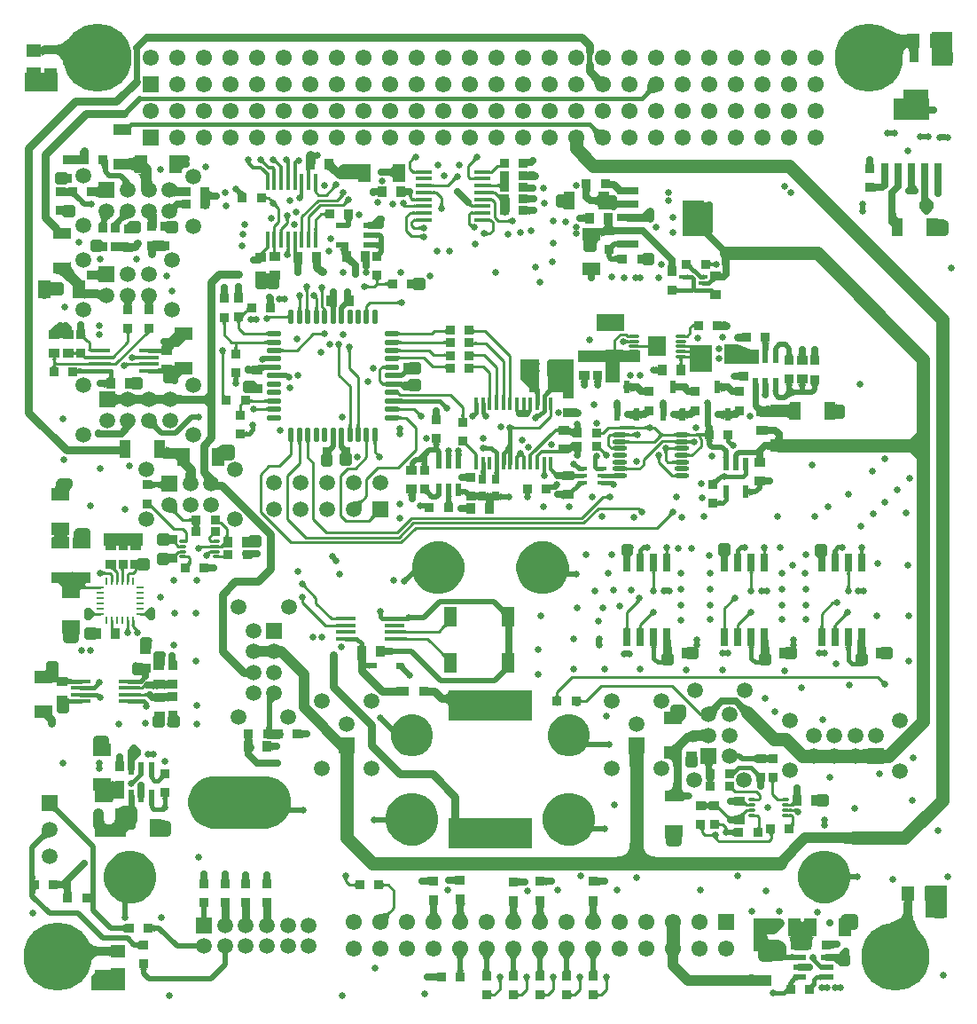
<source format=gtl>
G04 Layer_Physical_Order=1*
G04 Layer_Color=255*
%FSAX25Y25*%
%MOIN*%
G70*
G01*
G75*
%ADD10R,0.03543X0.03543*%
%ADD11R,0.01181X0.06496*%
%ADD12R,0.03543X0.03543*%
%ADD13R,0.06693X0.04331*%
%ADD14R,0.07087X0.04528*%
%ADD15R,0.00984X0.02756*%
%ADD16R,0.02756X0.00984*%
%ADD17R,0.03937X0.03740*%
%ADD18R,0.02441X0.04803*%
%ADD19R,0.03740X0.03937*%
%ADD20R,0.04528X0.07087*%
%ADD21R,0.06496X0.01181*%
%ADD22R,0.08465X0.13583*%
%ADD23R,0.08465X0.02756*%
%ADD24R,0.04803X0.02441*%
%ADD25R,0.04528X0.05709*%
%ADD26R,0.03543X0.05118*%
%ADD27R,0.02835X0.07008*%
%ADD28O,0.03150X0.01181*%
%ADD29R,0.31496X0.11811*%
%ADD30R,0.03150X0.02362*%
%ADD31O,0.07677X0.01575*%
%ADD32R,0.05118X0.07480*%
%ADD33R,0.03347X0.01575*%
%ADD34O,0.04331X0.01201*%
%ADD35R,0.06614X0.07402*%
%ADD36R,0.04331X0.06693*%
%ADD37O,0.01575X0.04724*%
%ADD38R,0.03150X0.03543*%
%ADD39O,0.05512X0.01772*%
%ADD40O,0.02165X0.05709*%
%ADD41O,0.05709X0.02165*%
G04:AMPARAMS|DCode=42|XSize=20mil|YSize=12mil|CornerRadius=0.3mil|HoleSize=0mil|Usage=FLASHONLY|Rotation=180.000|XOffset=0mil|YOffset=0mil|HoleType=Round|Shape=RoundedRectangle|*
%AMROUNDEDRECTD42*
21,1,0.02000,0.01140,0,0,180.0*
21,1,0.01940,0.01200,0,0,180.0*
1,1,0.00060,-0.00970,0.00570*
1,1,0.00060,0.00970,0.00570*
1,1,0.00060,0.00970,-0.00570*
1,1,0.00060,-0.00970,-0.00570*
%
%ADD42ROUNDEDRECTD42*%
%ADD43R,0.13583X0.08465*%
%ADD44R,0.02756X0.08465*%
%ADD45R,0.05709X0.04528*%
%ADD46R,0.05118X0.03543*%
%ADD47C,0.02500*%
%ADD48C,0.01500*%
%ADD49C,0.02600*%
%ADD50C,0.00900*%
%ADD51C,0.03000*%
%ADD52C,0.05000*%
%ADD53C,0.01000*%
%ADD54C,0.01200*%
%ADD55C,0.02700*%
%ADD56C,0.02000*%
%ADD57C,0.01100*%
%ADD58C,0.01968*%
%ADD59C,0.02800*%
%ADD60C,0.04000*%
%ADD61C,0.03500*%
%ADD62C,0.01600*%
%ADD63C,0.02400*%
%ADD64C,0.03543*%
%ADD65C,0.03937*%
%ADD66C,0.03150*%
%ADD67C,0.01772*%
%ADD68C,0.02200*%
%ADD69C,0.02362*%
%ADD70C,0.04500*%
%ADD71C,0.02756*%
%ADD72R,0.04000X0.12300*%
%ADD73R,0.09500X0.05300*%
%ADD74C,0.05905*%
%ADD75R,0.05905X0.05905*%
%ADD76R,0.05905X0.05905*%
%ADD77C,0.06102*%
%ADD78R,0.06102X0.06102*%
%ADD79C,0.25590*%
%ADD80C,0.08661*%
%ADD81C,0.07087*%
%ADD82C,0.02500*%
%ADD83C,0.02756*%
G36*
X0146036Y0155527D02*
X0147827Y0154785D01*
X0149440Y0153708D01*
X0150811Y0152337D01*
X0151888Y0150725D01*
X0152630Y0148934D01*
X0153008Y0147032D01*
Y0146063D01*
Y0145094D01*
X0152630Y0143192D01*
X0151888Y0141401D01*
X0150811Y0139789D01*
X0149440Y0138418D01*
X0147827Y0137341D01*
X0146036Y0136599D01*
X0144135Y0136221D01*
X0142196D01*
X0140294Y0136599D01*
X0138503Y0137341D01*
X0136891Y0138418D01*
X0135520Y0139789D01*
X0134443Y0141401D01*
X0133701Y0143192D01*
X0133323Y0145094D01*
Y0146063D01*
Y0147032D01*
X0133701Y0148934D01*
X0134443Y0150725D01*
X0135520Y0152337D01*
X0136891Y0153708D01*
X0138503Y0154785D01*
X0140294Y0155527D01*
X0142196Y0155905D01*
X0144135D01*
X0146036Y0155527D01*
D02*
G37*
G36*
X0230083Y0136382D02*
X0227583Y0136382D01*
Y0138482D01*
X0230083Y0138482D01*
Y0136382D01*
D02*
G37*
G36*
X0254787Y0133444D02*
X0254683Y0133441D01*
X0254580Y0133428D01*
X0254479Y0133406D01*
X0254379Y0133376D01*
X0254281Y0133336D01*
X0254184Y0133287D01*
X0254089Y0133229D01*
X0253995Y0133162D01*
X0253903Y0133085D01*
X0253813Y0133000D01*
X0253106Y0133707D01*
X0253191Y0133798D01*
X0253267Y0133890D01*
X0253334Y0133984D01*
X0253392Y0134079D01*
X0253441Y0134175D01*
X0253481Y0134274D01*
X0253512Y0134373D01*
X0253534Y0134475D01*
X0253546Y0134577D01*
X0253550Y0134681D01*
X0254787Y0133444D01*
D02*
G37*
G36*
X0185318Y0155525D02*
X0187109Y0154783D01*
X0188721Y0153706D01*
X0190092Y0152335D01*
X0191169Y0150723D01*
X0191911Y0148932D01*
X0192289Y0147030D01*
Y0146061D01*
Y0145092D01*
X0191911Y0143190D01*
X0191169Y0141399D01*
X0190092Y0139787D01*
X0188721Y0138416D01*
X0187109Y0137339D01*
X0185318Y0136597D01*
X0183416Y0136219D01*
X0181477D01*
X0179576Y0136597D01*
X0177785Y0137339D01*
X0176173Y0138416D01*
X0174802Y0139787D01*
X0173724Y0141399D01*
X0172983Y0143190D01*
X0172604Y0145092D01*
Y0146061D01*
Y0147030D01*
X0172983Y0148932D01*
X0173724Y0150723D01*
X0174802Y0152335D01*
X0176173Y0153706D01*
X0177785Y0154783D01*
X0179576Y0155525D01*
X0181477Y0155903D01*
X0183416D01*
X0185318Y0155525D01*
D02*
G37*
G36*
X0004657Y0144430D02*
X0004738Y0144413D01*
X0005951Y0144459D01*
Y0144340D01*
X0008617Y0144306D01*
Y0142425D01*
X0009887Y0141490D01*
X0010231D01*
X0010146Y0141373D01*
X0010118Y0141320D01*
X0010410Y0141105D01*
X0010883D01*
X0010674Y0140822D01*
X0010263Y0140194D01*
X0010350Y0140154D01*
X0010884D01*
X0010789Y0140144D01*
X0010704Y0140114D01*
X0010629Y0140064D01*
X0010564Y0139994D01*
X0010509Y0139904D01*
X0010464Y0139794D01*
X0010430Y0139667D01*
X0010474Y0139535D01*
X0010544Y0139405D01*
X0010634Y0139295D01*
X0010744Y0139205D01*
X0010874Y0139135D01*
X0011024Y0139085D01*
X0011194Y0139055D01*
X0011384Y0139045D01*
X0009884Y0138045D01*
X0009572Y0138035D01*
X0009452Y0138025D01*
X0009300Y0138000D01*
X0009169Y0137965D01*
X0009058Y0137920D01*
X0008966Y0137865D01*
X0008895Y0137800D01*
X0008844Y0137725D01*
X0008813Y0137640D01*
X0008803Y0137545D01*
X0008806Y0137937D01*
X0008534Y0137874D01*
X0008294Y0137801D01*
X0008276Y0137765D01*
X0008145Y0137325D01*
X0008133Y0136946D01*
X0008238Y0136629D01*
X0008461Y0136374D01*
X0008803Y0136180D01*
X0006793Y0136998D01*
X0006766Y0136978D01*
Y0137009D01*
X0005284Y0137612D01*
X0001766Y0136180D01*
X0002107Y0136373D01*
X0002331Y0136629D01*
X0002436Y0136946D01*
X0002423Y0137325D01*
X0002293Y0137765D01*
X0002044Y0138267D01*
X0001678Y0138831D01*
X0001424Y0139159D01*
X0000298Y0140148D01*
X0000218Y0140154D01*
X0000468Y0140270D01*
X-0000130Y0140892D01*
X0001951Y0142425D01*
Y0144306D01*
X0004617Y0144408D01*
Y0144459D01*
X0004657Y0144430D01*
D02*
G37*
G36*
X0297847Y0139022D02*
X0297858Y0138903D01*
X0297877Y0138789D01*
X0297903Y0138681D01*
X0297937Y0138578D01*
X0297978Y0138480D01*
X0298027Y0138388D01*
X0298083Y0138301D01*
X0298147Y0138220D01*
X0298218Y0138143D01*
X0296468D01*
X0296539Y0138220D01*
X0296603Y0138301D01*
X0296659Y0138388D01*
X0296708Y0138480D01*
X0296749Y0138578D01*
X0296783Y0138681D01*
X0296809Y0138789D01*
X0296828Y0138903D01*
X0296839Y0139022D01*
X0296843Y0139146D01*
X0297843D01*
X0297847Y0139022D01*
D02*
G37*
G36*
X0093338Y0139799D02*
X0093351Y0139707D01*
X0093374Y0139616D01*
X0093406Y0139524D01*
X0093448Y0139432D01*
X0093499Y0139339D01*
X0093559Y0139247D01*
X0093629Y0139154D01*
X0093708Y0139061D01*
X0093797Y0138967D01*
X0093019Y0138189D01*
X0092926Y0138278D01*
X0092833Y0138357D01*
X0092740Y0138427D01*
X0092647Y0138488D01*
X0092555Y0138539D01*
X0092463Y0138581D01*
X0092371Y0138613D01*
X0092279Y0138635D01*
X0092188Y0138649D01*
X0092097Y0138652D01*
X0093334Y0139890D01*
X0093338Y0139799D01*
D02*
G37*
G36*
X0261449Y0139014D02*
X0261460Y0138895D01*
X0261479Y0138781D01*
X0261505Y0138673D01*
X0261539Y0138570D01*
X0261580Y0138472D01*
X0261629Y0138380D01*
X0261685Y0138293D01*
X0261749Y0138211D01*
X0261820Y0138135D01*
X0260070D01*
X0260141Y0138211D01*
X0260205Y0138293D01*
X0260261Y0138380D01*
X0260310Y0138472D01*
X0260351Y0138570D01*
X0260385Y0138673D01*
X0260411Y0138781D01*
X0260430Y0138895D01*
X0260441Y0139014D01*
X0260445Y0139138D01*
X0261445D01*
X0261449Y0139014D01*
D02*
G37*
G36*
X0224747Y0139022D02*
X0224758Y0138903D01*
X0224777Y0138789D01*
X0224803Y0138681D01*
X0224837Y0138578D01*
X0224878Y0138480D01*
X0224927Y0138388D01*
X0224983Y0138301D01*
X0225047Y0138220D01*
X0225118Y0138143D01*
X0223368D01*
X0223439Y0138220D01*
X0223503Y0138301D01*
X0223559Y0138388D01*
X0223608Y0138480D01*
X0223649Y0138578D01*
X0223683Y0138681D01*
X0223709Y0138789D01*
X0223728Y0138903D01*
X0223739Y0139022D01*
X0223743Y0139146D01*
X0224743D01*
X0224747Y0139022D01*
D02*
G37*
G36*
X0219226Y0133560D02*
X0219167Y0133530D01*
X0219104Y0133493D01*
X0218967Y0133399D01*
X0218892Y0133341D01*
X0218645Y0133126D01*
X0218461Y0132948D01*
X0217333Y0133235D01*
X0217421Y0133328D01*
X0217494Y0133421D01*
X0217554Y0133512D01*
X0217601Y0133602D01*
X0217633Y0133691D01*
X0217652Y0133779D01*
X0217657Y0133865D01*
X0217649Y0133950D01*
X0217627Y0134034D01*
X0217591Y0134117D01*
X0219226Y0133560D01*
D02*
G37*
G36*
X0026911Y0124748D02*
X0026906Y0124721D01*
X0026901Y0124676D01*
X0026892Y0124433D01*
X0026887Y0123857D01*
X0025987D01*
X0025958Y0124757D01*
X0026916D01*
X0026911Y0124748D01*
D02*
G37*
G36*
X0028879Y0124750D02*
X0028874Y0124730D01*
X0028870Y0124696D01*
X0028863Y0124588D01*
X0028855Y0124081D01*
X0027955D01*
X0027926Y0124757D01*
X0028885D01*
X0028879Y0124750D01*
D02*
G37*
G36*
X0292848Y0124092D02*
X0292863Y0123920D01*
X0292888Y0123768D01*
X0292923Y0123637D01*
X0292968Y0123526D01*
X0293023Y0123435D01*
X0293088Y0123364D01*
X0293163Y0123313D01*
X0293248Y0123283D01*
X0293343Y0123273D01*
X0291343D01*
X0291438Y0123283D01*
X0291523Y0123313D01*
X0291598Y0123364D01*
X0291663Y0123435D01*
X0291718Y0123526D01*
X0291763Y0123637D01*
X0291798Y0123768D01*
X0291823Y0123920D01*
X0291838Y0124092D01*
X0291843Y0124285D01*
X0292843D01*
X0292848Y0124092D01*
D02*
G37*
G36*
X0146536Y0123752D02*
X0146468Y0123816D01*
X0146383Y0123849D01*
X0146282Y0123853D01*
X0146165Y0123826D01*
X0146032Y0123769D01*
X0145882Y0123682D01*
X0145717Y0123565D01*
X0145535Y0123418D01*
X0145122Y0123033D01*
X0144604Y0123930D01*
X0144795Y0124127D01*
X0145097Y0124485D01*
X0145209Y0124645D01*
X0145294Y0124793D01*
X0145353Y0124928D01*
X0145385Y0125051D01*
X0145391Y0125161D01*
X0145370Y0125259D01*
X0145323Y0125344D01*
X0146536Y0123752D01*
D02*
G37*
G36*
X0131566Y0126265D02*
X0130168Y0126202D01*
X0130121Y0127702D01*
X0130261Y0127705D01*
X0130603Y0127734D01*
X0130691Y0127751D01*
X0130766Y0127773D01*
X0130828Y0127798D01*
X0130877Y0127827D01*
X0130913Y0127860D01*
X0130937Y0127898D01*
X0131566Y0126265D01*
D02*
G37*
G36*
X0297027Y0128056D02*
X0296925Y0128065D01*
X0296824Y0128064D01*
X0296724Y0128052D01*
X0296626Y0128029D01*
X0296528Y0127996D01*
X0296432Y0127953D01*
X0296337Y0127898D01*
X0296243Y0127834D01*
X0296150Y0127759D01*
X0296059Y0127673D01*
X0295452Y0128480D01*
X0295537Y0128570D01*
X0295615Y0128661D01*
X0295684Y0128754D01*
X0295746Y0128848D01*
X0295801Y0128943D01*
X0295848Y0129040D01*
X0295887Y0129138D01*
X0295918Y0129238D01*
X0295942Y0129339D01*
X0295958Y0129442D01*
X0297027Y0128056D01*
D02*
G37*
G36*
X0223956Y0128068D02*
X0223856Y0128082D01*
X0223757Y0128085D01*
X0223659Y0128078D01*
X0223561Y0128059D01*
X0223465Y0128028D01*
X0223369Y0127987D01*
X0223275Y0127935D01*
X0223181Y0127871D01*
X0223088Y0127796D01*
X0222996Y0127710D01*
X0222435Y0128564D01*
X0222521Y0128653D01*
X0222670Y0128835D01*
X0222734Y0128928D01*
X0222791Y0129023D01*
X0222840Y0129118D01*
X0222883Y0129215D01*
X0222919Y0129313D01*
X0222947Y0129412D01*
X0222969Y0129513D01*
X0223956Y0128068D01*
D02*
G37*
G36*
X0166727Y0132165D02*
X0167493Y0131510D01*
X0167823Y0131276D01*
X0168119Y0131104D01*
X0168380Y0130995D01*
X0168606Y0130948D01*
X0168798Y0130964D01*
X0168955Y0131042D01*
X0169076Y0131182D01*
X0166977Y0127738D01*
X0167057Y0127920D01*
X0167088Y0128123D01*
X0167070Y0128348D01*
X0167003Y0128595D01*
X0166887Y0128862D01*
X0166722Y0129151D01*
X0166508Y0129462D01*
X0166246Y0129794D01*
X0165934Y0130147D01*
X0165573Y0130522D01*
X0166293Y0132586D01*
X0166727Y0132165D01*
D02*
G37*
G36*
X0260627Y0128056D02*
X0260525Y0128065D01*
X0260424Y0128064D01*
X0260324Y0128052D01*
X0260226Y0128029D01*
X0260128Y0127996D01*
X0260032Y0127953D01*
X0259937Y0127898D01*
X0259843Y0127834D01*
X0259750Y0127759D01*
X0259659Y0127673D01*
X0259052Y0128480D01*
X0259137Y0128570D01*
X0259214Y0128661D01*
X0259284Y0128754D01*
X0259347Y0128848D01*
X0259401Y0128943D01*
X0259448Y0129040D01*
X0259487Y0129138D01*
X0259518Y0129238D01*
X0259542Y0129339D01*
X0259558Y0129442D01*
X0260627Y0128056D01*
D02*
G37*
G36*
X0022979Y0142448D02*
X0022021D01*
X0022026Y0142457D01*
X0022031Y0142484D01*
X0022036Y0142529D01*
X0022045Y0142772D01*
X0022050Y0143348D01*
X0022950D01*
X0022979Y0142448D01*
D02*
G37*
G36*
X0219998Y0152297D02*
X0220038Y0151892D01*
X0220073Y0151728D01*
X0220119Y0151589D01*
X0220174Y0151475D01*
X0220239Y0151386D01*
X0220315Y0151323D01*
X0220400Y0151285D01*
X0220496Y0151273D01*
X0217990D01*
X0218086Y0151285D01*
X0218171Y0151323D01*
X0218247Y0151386D01*
X0218312Y0151475D01*
X0218367Y0151589D01*
X0218412Y0151728D01*
X0218448Y0151892D01*
X0218473Y0152082D01*
X0218488Y0152297D01*
X0218493Y0152537D01*
X0219993D01*
X0219998Y0152297D01*
D02*
G37*
G36*
X0230047Y0152682D02*
X0229983Y0152600D01*
X0229927Y0152513D01*
X0229878Y0152421D01*
X0229837Y0152323D01*
X0229803Y0152221D01*
X0229777Y0152112D01*
X0229758Y0151999D01*
X0229757Y0151988D01*
X0229763Y0151920D01*
X0229788Y0151769D01*
X0229823Y0151637D01*
X0229868Y0151526D01*
X0229923Y0151435D01*
X0229988Y0151364D01*
X0230063Y0151313D01*
X0230148Y0151283D01*
X0230243Y0151273D01*
X0228243D01*
X0228338Y0151283D01*
X0228423Y0151313D01*
X0228498Y0151364D01*
X0228563Y0151435D01*
X0228618Y0151526D01*
X0228663Y0151637D01*
X0228698Y0151769D01*
X0228723Y0151920D01*
X0228729Y0151988D01*
X0228728Y0151999D01*
X0228709Y0152112D01*
X0228683Y0152221D01*
X0228649Y0152323D01*
X0228608Y0152421D01*
X0228559Y0152513D01*
X0228503Y0152600D01*
X0228439Y0152682D01*
X0228368Y0152758D01*
X0230118D01*
X0230047Y0152682D01*
D02*
G37*
G36*
X0073106Y0152783D02*
X0073166Y0152714D01*
X0073266Y0152653D01*
X0073406Y0152600D01*
X0073586Y0152555D01*
X0073805Y0152518D01*
X0074065Y0152489D01*
X0074705Y0152456D01*
X0075084Y0152452D01*
Y0149952D01*
X0074705Y0149946D01*
X0074065Y0149898D01*
X0073805Y0149855D01*
X0073586Y0149800D01*
X0073406Y0149733D01*
X0073266Y0149654D01*
X0073166Y0149563D01*
X0073106Y0149459D01*
X0073086Y0149344D01*
Y0152861D01*
X0073106Y0152783D01*
D02*
G37*
G36*
X0062482Y0149344D02*
X0062472Y0149402D01*
X0062442Y0149455D01*
X0062392Y0149501D01*
X0062322Y0149541D01*
X0062232Y0149575D01*
X0062122Y0149603D01*
X0061992Y0149625D01*
X0061842Y0149640D01*
X0061834Y0149641D01*
X0061053Y0149608D01*
Y0150698D01*
X0061076Y0150689D01*
X0061118Y0150682D01*
X0061178Y0150675D01*
X0061470Y0150660D01*
X0061672Y0150658D01*
X0061674Y0150658D01*
X0061846Y0150673D01*
X0061997Y0150698D01*
X0062128Y0150733D01*
X0062240Y0150778D01*
X0062331Y0150833D01*
X0062402Y0150898D01*
X0062453Y0150973D01*
X0062484Y0151058D01*
X0062494Y0151153D01*
X0062482Y0149344D01*
D02*
G37*
G36*
X0256698Y0152297D02*
X0256738Y0151892D01*
X0256773Y0151728D01*
X0256819Y0151589D01*
X0256874Y0151475D01*
X0256939Y0151386D01*
X0257015Y0151323D01*
X0257100Y0151285D01*
X0257195Y0151273D01*
X0254690D01*
X0254786Y0151285D01*
X0254871Y0151323D01*
X0254947Y0151386D01*
X0255012Y0151475D01*
X0255067Y0151589D01*
X0255113Y0151728D01*
X0255148Y0151892D01*
X0255173Y0152082D01*
X0255188Y0152297D01*
X0255193Y0152537D01*
X0256693D01*
X0256698Y0152297D01*
D02*
G37*
G36*
X0303147Y0152682D02*
X0303083Y0152600D01*
X0303027Y0152513D01*
X0302978Y0152421D01*
X0302937Y0152323D01*
X0302903Y0152221D01*
X0302877Y0152112D01*
X0302858Y0151999D01*
X0302857Y0151988D01*
X0302863Y0151920D01*
X0302888Y0151769D01*
X0302923Y0151637D01*
X0302968Y0151526D01*
X0303023Y0151435D01*
X0303088Y0151364D01*
X0303163Y0151313D01*
X0303248Y0151283D01*
X0303343Y0151273D01*
X0301343D01*
X0301438Y0151283D01*
X0301523Y0151313D01*
X0301598Y0151364D01*
X0301663Y0151435D01*
X0301718Y0151526D01*
X0301763Y0151637D01*
X0301798Y0151769D01*
X0301823Y0151920D01*
X0301829Y0151988D01*
X0301828Y0151999D01*
X0301809Y0152112D01*
X0301783Y0152221D01*
X0301749Y0152323D01*
X0301708Y0152421D01*
X0301659Y0152513D01*
X0301603Y0152600D01*
X0301539Y0152682D01*
X0301468Y0152758D01*
X0303218D01*
X0303147Y0152682D01*
D02*
G37*
G36*
X0058633Y0151576D02*
X0058611Y0151585D01*
X0058569Y0151593D01*
X0058509Y0151599D01*
X0058217Y0151614D01*
X0057566Y0151621D01*
Y0151671D01*
X0057456Y0151538D01*
X0057410Y0151468D01*
X0057373Y0151401D01*
X0057347Y0151339D01*
X0057331Y0151279D01*
X0057325Y0151223D01*
X0057329Y0151171D01*
X0057343Y0151122D01*
X0056167Y0151902D01*
X0056213Y0151908D01*
X0056265Y0151924D01*
X0056322Y0151950D01*
X0056386Y0151986D01*
X0056455Y0152033D01*
X0056531Y0152090D01*
X0056701Y0152234D01*
X0056894Y0152420D01*
X0057566Y0151845D01*
Y0152621D01*
X0058633Y0152666D01*
Y0151576D01*
D02*
G37*
G36*
X0266747Y0152682D02*
X0266683Y0152600D01*
X0266627Y0152513D01*
X0266578Y0152421D01*
X0266537Y0152323D01*
X0266503Y0152221D01*
X0266477Y0152112D01*
X0266458Y0151999D01*
X0266457Y0151988D01*
X0266463Y0151920D01*
X0266488Y0151769D01*
X0266523Y0151637D01*
X0266568Y0151526D01*
X0266623Y0151435D01*
X0266688Y0151364D01*
X0266763Y0151313D01*
X0266848Y0151283D01*
X0266943Y0151273D01*
X0264943D01*
X0265038Y0151283D01*
X0265123Y0151313D01*
X0265198Y0151364D01*
X0265263Y0151435D01*
X0265318Y0151526D01*
X0265363Y0151637D01*
X0265398Y0151769D01*
X0265423Y0151920D01*
X0265429Y0151988D01*
X0265428Y0151999D01*
X0265409Y0152112D01*
X0265383Y0152221D01*
X0265349Y0152323D01*
X0265308Y0152421D01*
X0265259Y0152513D01*
X0265203Y0152600D01*
X0265139Y0152682D01*
X0265068Y0152758D01*
X0266818D01*
X0266747Y0152682D01*
D02*
G37*
G36*
X0293098Y0152297D02*
X0293138Y0151892D01*
X0293173Y0151728D01*
X0293219Y0151589D01*
X0293274Y0151475D01*
X0293339Y0151386D01*
X0293415Y0151323D01*
X0293500Y0151285D01*
X0293596Y0151273D01*
X0291090D01*
X0291186Y0151285D01*
X0291271Y0151323D01*
X0291347Y0151386D01*
X0291412Y0151475D01*
X0291467Y0151589D01*
X0291512Y0151728D01*
X0291548Y0151892D01*
X0291573Y0152082D01*
X0291588Y0152297D01*
X0291593Y0152537D01*
X0293093D01*
X0293098Y0152297D01*
D02*
G37*
G36*
X0033526Y0147561D02*
Y0145061D01*
X0031340Y0145502D01*
X0031337Y0146181D01*
X0031328Y0146108D01*
X0031332Y0147325D01*
X0031328Y0148496D01*
X0031337Y0148426D01*
X0031340Y0149216D01*
X0033526Y0149544D01*
Y0147561D01*
D02*
G37*
G36*
X0225148Y0144293D02*
X0225063Y0144263D01*
X0224988Y0144213D01*
X0224923Y0144143D01*
X0224868Y0144053D01*
X0224823Y0143943D01*
X0224788Y0143813D01*
X0224763Y0143663D01*
X0224748Y0143493D01*
X0224743Y0143303D01*
X0223743D01*
X0223738Y0143493D01*
X0223723Y0143663D01*
X0223698Y0143813D01*
X0223663Y0143943D01*
X0223618Y0144053D01*
X0223563Y0144143D01*
X0223498Y0144213D01*
X0223423Y0144263D01*
X0223338Y0144293D01*
X0223243Y0144303D01*
X0225243D01*
X0225148Y0144293D01*
D02*
G37*
G36*
X0261850D02*
X0261765Y0144263D01*
X0261690Y0144213D01*
X0261625Y0144143D01*
X0261570Y0144053D01*
X0261525Y0143943D01*
X0261490Y0143813D01*
X0261465Y0143663D01*
X0261450Y0143493D01*
X0261445Y0143303D01*
X0260445D01*
X0260440Y0143493D01*
X0260425Y0143663D01*
X0260400Y0143813D01*
X0260365Y0143943D01*
X0260320Y0144053D01*
X0260265Y0144143D01*
X0260200Y0144213D01*
X0260125Y0144263D01*
X0260040Y0144293D01*
X0259945Y0144303D01*
X0261945D01*
X0261850Y0144293D01*
D02*
G37*
G36*
X0026916Y0142448D02*
X0025958D01*
X0025963Y0142457D01*
X0025968Y0142484D01*
X0025973Y0142529D01*
X0025982Y0142772D01*
X0025987Y0143348D01*
X0026887D01*
X0026916Y0142448D01*
D02*
G37*
G36*
X0017153Y0144806D02*
X0017235Y0144742D01*
X0017322Y0144686D01*
X0017414Y0144637D01*
X0017512Y0144596D01*
X0017614Y0144562D01*
X0017723Y0144536D01*
X0017837Y0144517D01*
X0017955Y0144506D01*
X0018080Y0144502D01*
Y0143502D01*
X0017955Y0143499D01*
X0017837Y0143487D01*
X0017723Y0143469D01*
X0017614Y0143442D01*
X0017512Y0143409D01*
X0017414Y0143367D01*
X0017322Y0143319D01*
X0017235Y0143262D01*
X0017153Y0143199D01*
X0017077Y0143127D01*
Y0144877D01*
X0017153Y0144806D01*
D02*
G37*
G36*
X0298248Y0144293D02*
X0298163Y0144263D01*
X0298088Y0144213D01*
X0298023Y0144143D01*
X0297968Y0144053D01*
X0297923Y0143943D01*
X0297888Y0143813D01*
X0297863Y0143663D01*
X0297848Y0143493D01*
X0297843Y0143303D01*
X0296843D01*
X0296838Y0143493D01*
X0296823Y0143663D01*
X0296798Y0143813D01*
X0296763Y0143943D01*
X0296718Y0144053D01*
X0296663Y0144143D01*
X0296598Y0144213D01*
X0296523Y0144263D01*
X0296438Y0144293D01*
X0296343Y0144303D01*
X0298343D01*
X0298248Y0144293D01*
D02*
G37*
G36*
X0022094Y0145496D02*
X0022067Y0145476D01*
X0022058Y0145445D01*
X0022067Y0145400D01*
X0022094Y0145343D01*
X0022140Y0145273D01*
X0022203Y0145190D01*
X0022285Y0145095D01*
X0022503Y0144866D01*
X0021230D01*
X0021103Y0144986D01*
X0020976Y0145095D01*
X0020848Y0145190D01*
X0020721Y0145273D01*
X0020594Y0145343D01*
X0020467Y0145400D01*
X0020339Y0145445D01*
X0020212Y0145476D01*
X0020085Y0145496D01*
X0019958Y0145502D01*
X0022140D01*
X0022094Y0145496D01*
D02*
G37*
G36*
X0050181Y0148571D02*
X0050159Y0148251D01*
X0050139Y0148121D01*
X0050113Y0148011D01*
X0050082Y0147921D01*
X0050045Y0147851D01*
X0050002Y0147801D01*
X0049954Y0147771D01*
X0049900Y0147761D01*
X0048684Y0147749D01*
X0048779Y0147760D01*
X0048864Y0147791D01*
X0048939Y0147842D01*
X0049004Y0147913D01*
X0049059Y0148004D01*
X0049104Y0148116D01*
X0049139Y0148247D01*
X0049164Y0148398D01*
X0049179Y0148570D01*
X0049184Y0148761D01*
X0050184D01*
X0050181Y0148571D01*
D02*
G37*
G36*
X0057005Y0147664D02*
X0057062Y0147578D01*
X0057157Y0147502D01*
X0057290Y0147435D01*
X0057461Y0147380D01*
X0057670Y0147334D01*
X0057916Y0147298D01*
X0058201Y0147273D01*
X0058884Y0147252D01*
Y0144752D01*
X0058524Y0144747D01*
X0057916Y0144707D01*
X0057670Y0144671D01*
X0057461Y0144625D01*
X0057290Y0144569D01*
X0057157Y0144503D01*
X0057062Y0144427D01*
X0057005Y0144340D01*
X0056986Y0144244D01*
Y0147761D01*
X0057005Y0147664D01*
D02*
G37*
G36*
X0025374Y0145590D02*
X0025289Y0145560D01*
X0025214Y0145510D01*
X0025148Y0145440D01*
X0025093Y0145350D01*
X0025049Y0145240D01*
X0025014Y0145110D01*
X0024988Y0144960D01*
X0024973Y0144790D01*
X0024969Y0144600D01*
X0023968D01*
X0023964Y0144790D01*
X0023948Y0144960D01*
X0023923Y0145110D01*
X0023889Y0145240D01*
X0023844Y0145350D01*
X0023788Y0145440D01*
X0023723Y0145510D01*
X0023649Y0145560D01*
X0023563Y0145590D01*
X0023469Y0145600D01*
X0025469D01*
X0025374Y0145590D01*
D02*
G37*
G36*
X0116235Y0112717D02*
X0116178Y0112627D01*
X0116128Y0112477D01*
X0116085Y0112267D01*
X0116048Y0111997D01*
X0115995Y0111277D01*
X0115974Y0110224D01*
X0117221Y0110310D01*
X0117281Y0110338D01*
X0117301Y0110371D01*
Y0108034D01*
X0117281Y0108066D01*
X0117221Y0108095D01*
X0117121Y0108120D01*
X0116981Y0108142D01*
X0116801Y0108160D01*
X0116021Y0108196D01*
X0115301Y0108202D01*
Y0109747D01*
X0112965D01*
X0112961Y0110317D01*
X0112828Y0112267D01*
X0112778Y0112477D01*
X0112721Y0112627D01*
X0112657Y0112717D01*
X0112584Y0112747D01*
X0116298D01*
X0116235Y0112717D01*
D02*
G37*
G36*
X0267987Y0112122D02*
X0268052Y0112071D01*
X0268110Y0111987D01*
X0268160Y0111870D01*
X0268202Y0111719D01*
X0268237Y0111534D01*
X0268264Y0111315D01*
X0268295Y0110778D01*
X0268299Y0110459D01*
X0264295D01*
Y0109474D01*
X0264222Y0109519D01*
X0264125Y0109559D01*
X0264002Y0109594D01*
X0263854Y0109624D01*
X0263680Y0109650D01*
X0263258Y0109688D01*
X0262734Y0109706D01*
X0262435Y0109709D01*
Y0111209D01*
X0262734Y0111211D01*
X0263854Y0111293D01*
X0263858Y0111294D01*
X0263877Y0111534D01*
X0263911Y0111719D01*
X0263953Y0111870D01*
X0264003Y0111987D01*
X0264061Y0112071D01*
X0264126Y0112122D01*
X0264199Y0112138D01*
X0267913D01*
X0267987Y0112122D01*
D02*
G37*
G36*
X0029720Y0110341D02*
X0030832Y0110273D01*
X0031011Y0110242D01*
X0031150Y0110205D01*
X0031249Y0110162D01*
X0031309Y0110114D01*
X0031329Y0110059D01*
X0031333Y0109043D01*
X0031341Y0109097D01*
X0031337Y0108137D01*
X0031341Y0107108D01*
X0031332Y0107166D01*
X0031329Y0106345D01*
X0029343Y0105861D01*
Y0107844D01*
Y0108361D01*
Y0110344D01*
X0029720Y0110341D01*
D02*
G37*
G36*
X-0001560Y0109127D02*
X-0001669Y0107547D01*
X-0001703Y0107437D01*
X-0001742Y0107371D01*
X-0001785Y0107349D01*
X-0005002Y0107337D01*
X-0004822Y0107360D01*
X-0004662Y0107427D01*
X-0004520Y0107537D01*
X-0004397Y0107692D01*
X-0004293Y0107891D01*
X-0004208Y0108133D01*
X-0004142Y0108420D01*
X-0004095Y0108750D01*
X-0004067Y0109125D01*
X-0004057Y0109544D01*
X-0001557D01*
X-0001560Y0109127D01*
D02*
G37*
G36*
X0044342Y0112721D02*
X0044402Y0112077D01*
X0044454Y0111816D01*
X0044522Y0111594D01*
X0044604Y0111413D01*
X0044702Y0111272D01*
X0044815Y0111171D01*
X0044942Y0111111D01*
X0045085Y0111090D01*
X0041641Y0111102D01*
X0041678Y0111122D01*
X0041711Y0111182D01*
X0041740Y0111282D01*
X0041765Y0111422D01*
X0041786Y0111602D01*
X0041817Y0112082D01*
X0041834Y0113102D01*
X0044334D01*
X0044342Y0112721D01*
D02*
G37*
G36*
X0215593Y0112730D02*
X0213093Y0112730D01*
Y0114830D01*
X0215593Y0114830D01*
Y0112730D01*
D02*
G37*
G36*
X0230649Y0118317D02*
X0230734Y0117058D01*
X0230785Y0116750D01*
X0230848Y0116498D01*
X0230922Y0116302D01*
X0231008Y0116162D01*
X0231105Y0116077D01*
X0231213Y0116050D01*
X0230647D01*
X0230643Y0114207D01*
X0227843D01*
X0227839Y0116050D01*
X0227499D01*
X0227565Y0116077D01*
X0227623Y0116162D01*
X0227675Y0116302D01*
X0227719Y0116498D01*
X0227757Y0116750D01*
X0227812Y0117421D01*
X0227843Y0118850D01*
X0230643D01*
X0230649Y0118317D01*
D02*
G37*
G36*
X0038651Y0112835D02*
X0038665Y0112702D01*
X0040234D01*
X0040240Y0111103D01*
X0039467Y0111099D01*
X0039534Y0111091D01*
X0038397Y0111095D01*
X0037385Y0111091D01*
X0037417Y0111099D01*
X0036329Y0111103D01*
X0036143Y0113244D01*
X0038643D01*
X0038651Y0112835D01*
D02*
G37*
G36*
X0144948Y0114353D02*
X0145353Y0114004D01*
X0145525Y0113880D01*
X0145676Y0113791D01*
X0145807Y0113737D01*
X0145918Y0113716D01*
X0146009Y0113730D01*
X0146080Y0113777D01*
X0146130Y0113859D01*
X0145323Y0111861D01*
X0145352Y0111964D01*
X0145359Y0112076D01*
X0145343Y0112196D01*
X0145304Y0112325D01*
X0145244Y0112462D01*
X0145160Y0112608D01*
X0145055Y0112762D01*
X0144927Y0112925D01*
X0144777Y0113096D01*
X0144604Y0113275D01*
X0144715Y0114578D01*
X0144948Y0114353D01*
D02*
G37*
G36*
X0130281Y0110140D02*
X0130324Y0109905D01*
X0130395Y0109663D01*
X0130494Y0109417D01*
X0130621Y0109164D01*
X0130776Y0108906D01*
X0130960Y0108643D01*
X0131172Y0108374D01*
X0131682Y0107819D01*
X0130052Y0106620D01*
X0129659Y0106999D01*
X0128946Y0107599D01*
X0128626Y0107820D01*
X0128331Y0107988D01*
X0128060Y0108103D01*
X0127814Y0108165D01*
X0127593Y0108174D01*
X0127396Y0108131D01*
X0127224Y0108034D01*
X0130267Y0110371D01*
X0130281Y0110140D01*
D02*
G37*
G36*
X0033026Y0100894D02*
X0032968Y0100939D01*
X0032906Y0100969D01*
X0032839Y0100985D01*
X0032769Y0100985D01*
X0032694Y0100970D01*
X0032615Y0100940D01*
X0032532Y0100895D01*
X0032445Y0100835D01*
X0032354Y0100760D01*
X0032258Y0100670D01*
X0031751Y0101577D01*
X0032859Y0102517D01*
X0033026Y0100894D01*
D02*
G37*
G36*
X0015672Y0101552D02*
X0015633Y0101548D01*
X0015588Y0101532D01*
X0015536Y0101507D01*
X0015477Y0101470D01*
X0015411Y0101424D01*
X0015258Y0101299D01*
X0015078Y0101133D01*
X0014977Y0101035D01*
X0013916Y0102095D01*
X0014015Y0102196D01*
X0014306Y0102529D01*
X0014352Y0102595D01*
X0014389Y0102654D01*
X0014414Y0102706D01*
X0014430Y0102751D01*
X0014434Y0102790D01*
X0015672Y0101552D01*
D02*
G37*
G36*
X0040265Y0103901D02*
X0040340Y0103797D01*
X0040465Y0103706D01*
X0040640Y0103628D01*
X0040865Y0103561D01*
X0040941Y0103546D01*
X0041016Y0103560D01*
X0041241Y0103627D01*
X0041416Y0103706D01*
X0041541Y0103797D01*
X0041616Y0103900D01*
X0041641Y0104015D01*
Y0103453D01*
X0042265Y0103415D01*
X0042740Y0103409D01*
Y0100909D01*
X0042265Y0100903D01*
X0041641Y0100852D01*
Y0100498D01*
X0041616Y0100576D01*
X0041541Y0100646D01*
X0041416Y0100708D01*
X0041241Y0100761D01*
X0041064Y0100797D01*
X0040865Y0100757D01*
X0040640Y0100690D01*
X0040465Y0100611D01*
X0040340Y0100520D01*
X0040265Y0100417D01*
X0040240Y0100302D01*
Y0100879D01*
X0040041Y0100892D01*
X0039141Y0100909D01*
Y0103409D01*
X0039616Y0103415D01*
X0040240Y0103465D01*
Y0104016D01*
X0040265Y0103901D01*
D02*
G37*
G36*
X0038417Y0100968D02*
X0038322Y0100952D01*
X0038232Y0100932D01*
X0038144Y0100908D01*
X0038061Y0100878D01*
X0037980Y0100844D01*
X0037903Y0100804D01*
X0037830Y0100760D01*
X0037760Y0100711D01*
X0037694Y0100657D01*
X0037631Y0100599D01*
X0036924Y0101306D01*
X0036983Y0101369D01*
X0037037Y0101435D01*
X0037086Y0101505D01*
X0037130Y0101578D01*
X0037169Y0101655D01*
X0037203Y0101735D01*
X0037233Y0101819D01*
X0037258Y0101906D01*
X0037278Y0101997D01*
X0037293Y0102091D01*
X0038417Y0100968D01*
D02*
G37*
G36*
X0003843Y0104810D02*
X0003888Y0104682D01*
X0003964Y0104570D01*
X0004070Y0104472D01*
X0004206Y0104390D01*
X0004372Y0104322D01*
X0004569Y0104270D01*
X0004795Y0104232D01*
X0005052Y0104210D01*
X0005340Y0104202D01*
Y0102702D01*
X0005052Y0102695D01*
X0004795Y0102672D01*
X0004569Y0102635D01*
X0004372Y0102582D01*
X0004206Y0102515D01*
X0004070Y0102432D01*
X0003964Y0102335D01*
X0003888Y0102222D01*
X0003843Y0102095D01*
X0003828Y0101952D01*
Y0104952D01*
X0003843Y0104810D01*
D02*
G37*
G36*
X0033437Y0104062D02*
X0033354Y0104042D01*
X0033257Y0104001D01*
X0033145Y0103940D01*
X0033019Y0103857D01*
X0032879Y0103753D01*
X0032556Y0103484D01*
X0032176Y0103130D01*
X0031965Y0102922D01*
X0030904Y0103983D01*
X0031112Y0104194D01*
X0031839Y0105037D01*
X0031921Y0105163D01*
X0031983Y0105275D01*
X0032024Y0105372D01*
X0032044Y0105455D01*
X0033437Y0104062D01*
D02*
G37*
G36*
X-0003063Y0105139D02*
X-0003050Y0105078D01*
X-0003034Y0105018D01*
X-0003013Y0104960D01*
X-0002987Y0104902D01*
X-0002957Y0104846D01*
X-0002922Y0104791D01*
X-0002882Y0104737D01*
X-0002838Y0104684D01*
X-0002789Y0104633D01*
X-0003850Y0103572D01*
X-0003901Y0103621D01*
X-0003954Y0103665D01*
X-0004008Y0103704D01*
X-0004063Y0103739D01*
X-0004120Y0103770D01*
X-0004177Y0103795D01*
X-0004236Y0103816D01*
X-0004295Y0103833D01*
X-0004356Y0103845D01*
X-0004419Y0103853D01*
X-0003070Y0105201D01*
X-0003063Y0105139D01*
D02*
G37*
G36*
X0310088Y0104011D02*
X0310180Y0103935D01*
X0310274Y0103868D01*
X0310369Y0103810D01*
X0310466Y0103761D01*
X0310564Y0103721D01*
X0310664Y0103690D01*
X0310765Y0103668D01*
X0310868Y0103656D01*
X0310972Y0103652D01*
X0309734Y0102415D01*
X0309731Y0102519D01*
X0309718Y0102622D01*
X0309697Y0102723D01*
X0309666Y0102823D01*
X0309626Y0102921D01*
X0309577Y0103018D01*
X0309519Y0103113D01*
X0309452Y0103207D01*
X0309376Y0103299D01*
X0309290Y0103389D01*
X0309997Y0104096D01*
X0310088Y0104011D01*
D02*
G37*
G36*
X-0001782Y0105460D02*
X-0001736Y0105332D01*
X-0001660Y0105220D01*
X-0001554Y0105122D01*
X-0001418Y0105040D01*
X-0001252Y0104972D01*
X-0001055Y0104920D01*
X-0000851Y0104886D01*
X-0000446Y0104915D01*
X-0000311Y0104943D01*
X-0000206Y0104975D01*
X-0000131Y0105013D01*
X-0000086Y0105055D01*
X-0000071Y0105103D01*
X-0000059Y0102602D01*
X-0000075Y0102745D01*
X-0000121Y0102872D01*
X-0000197Y0102985D01*
X-0000303Y0103082D01*
X-0000439Y0103165D01*
X-0000605Y0103232D01*
X-0000802Y0103285D01*
X-0000974Y0103313D01*
X-0001050Y0103307D01*
X-0001245Y0103272D01*
X-0001410Y0103226D01*
X-0001545Y0103171D01*
X-0001650Y0103105D01*
X-0001725Y0103029D01*
X-0001770Y0102944D01*
X-0001785Y0102848D01*
X-0001797Y0105602D01*
X-0001782Y0105460D01*
D02*
G37*
G36*
X0267349Y0118317D02*
X0267434Y0117058D01*
X0267485Y0116750D01*
X0267548Y0116498D01*
X0267622Y0116302D01*
X0267708Y0116162D01*
X0267805Y0116077D01*
X0267913Y0116050D01*
X0267347D01*
X0267343Y0114207D01*
X0264543D01*
X0264539Y0116050D01*
X0264199D01*
X0264264Y0116077D01*
X0264323Y0116162D01*
X0264374Y0116302D01*
X0264419Y0116498D01*
X0264457Y0116750D01*
X0264512Y0117421D01*
X0264543Y0118850D01*
X0267343D01*
X0267349Y0118317D01*
D02*
G37*
G36*
X0026891Y0123516D02*
X0026904Y0123400D01*
X0026926Y0123289D01*
X0026957Y0123181D01*
X0026996Y0123079D01*
X0027045Y0122980D01*
X0027102Y0122885D01*
X0027167Y0122795D01*
X0027242Y0122709D01*
X0027325Y0122627D01*
X0025576Y0122561D01*
X0025654Y0122650D01*
X0025724Y0122742D01*
X0025786Y0122837D01*
X0025839Y0122936D01*
X0025884Y0123038D01*
X0025921Y0123143D01*
X0025950Y0123252D01*
X0025971Y0123365D01*
X0025983Y0123480D01*
X0025987Y0123599D01*
X0026887Y0123636D01*
X0026891Y0123516D01*
D02*
G37*
G36*
X0021036Y0124066D02*
X0021052Y0123895D01*
X0021077Y0123743D01*
X0021112Y0123612D01*
X0021157Y0123501D01*
X0021212Y0123410D01*
X0021276Y0123339D01*
X0021351Y0123288D01*
X0021437Y0123257D01*
X0021531Y0123246D01*
X0019971Y0123258D01*
X0019982Y0123268D01*
X0019992Y0123298D01*
X0020002Y0123348D01*
X0020009Y0123418D01*
X0020026Y0123748D01*
X0020031Y0124258D01*
X0021032D01*
X0021036Y0124066D01*
D02*
G37*
G36*
X0130067Y0122639D02*
X0130154Y0122600D01*
X0130253Y0122565D01*
X0130365Y0122536D01*
X0130488Y0122510D01*
X0130772Y0122473D01*
X0130932Y0122462D01*
X0131288Y0122452D01*
Y0121452D01*
X0131104Y0121450D01*
X0130624Y0121416D01*
X0130488Y0121395D01*
X0130253Y0121340D01*
X0130154Y0121305D01*
X0130067Y0121266D01*
X0129992Y0121222D01*
Y0122683D01*
X0130067Y0122639D01*
D02*
G37*
G36*
X0029726Y0123400D02*
X0029899Y0123251D01*
X0029988Y0123183D01*
X0030172Y0123058D01*
X0030268Y0123002D01*
X0030464Y0122901D01*
X0030566Y0122856D01*
X0028941Y0122209D01*
X0028978Y0122306D01*
X0029001Y0122402D01*
X0029010Y0122497D01*
X0029006Y0122592D01*
X0028989Y0122686D01*
X0028959Y0122780D01*
X0028915Y0122873D01*
X0028857Y0122965D01*
X0028787Y0123057D01*
X0028702Y0123148D01*
X0029643Y0123479D01*
X0029726Y0123400D01*
D02*
G37*
G36*
X0214748Y0124092D02*
X0214763Y0123920D01*
X0214788Y0123768D01*
X0214823Y0123637D01*
X0214868Y0123526D01*
X0214923Y0123435D01*
X0214988Y0123364D01*
X0215063Y0123313D01*
X0215148Y0123283D01*
X0215243Y0123273D01*
X0213243D01*
X0213338Y0123283D01*
X0213423Y0123313D01*
X0213498Y0123364D01*
X0213563Y0123435D01*
X0213618Y0123526D01*
X0213663Y0123637D01*
X0213698Y0123768D01*
X0213723Y0123920D01*
X0213738Y0124092D01*
X0213743Y0124285D01*
X0214743D01*
X0214748Y0124092D01*
D02*
G37*
G36*
X0256448D02*
X0256463Y0123920D01*
X0256488Y0123768D01*
X0256523Y0123637D01*
X0256568Y0123526D01*
X0256623Y0123435D01*
X0256688Y0123364D01*
X0256763Y0123313D01*
X0256848Y0123283D01*
X0256943Y0123273D01*
X0254943D01*
X0255038Y0123283D01*
X0255123Y0123313D01*
X0255198Y0123364D01*
X0255263Y0123435D01*
X0255318Y0123526D01*
X0255363Y0123637D01*
X0255398Y0123768D01*
X0255423Y0123920D01*
X0255438Y0124092D01*
X0255443Y0124285D01*
X0256443D01*
X0256448Y0124092D01*
D02*
G37*
G36*
X0287848D02*
X0287863Y0123920D01*
X0287888Y0123768D01*
X0287923Y0123637D01*
X0287968Y0123526D01*
X0288023Y0123435D01*
X0288088Y0123364D01*
X0288163Y0123313D01*
X0288248Y0123283D01*
X0288343Y0123273D01*
X0286343D01*
X0286438Y0123283D01*
X0286523Y0123313D01*
X0286598Y0123364D01*
X0286663Y0123435D01*
X0286718Y0123526D01*
X0286763Y0123637D01*
X0286798Y0123768D01*
X0286823Y0123920D01*
X0286838Y0124092D01*
X0286843Y0124285D01*
X0287843D01*
X0287848Y0124092D01*
D02*
G37*
G36*
X0219748D02*
X0219763Y0123920D01*
X0219788Y0123768D01*
X0219823Y0123637D01*
X0219868Y0123526D01*
X0219923Y0123435D01*
X0219988Y0123364D01*
X0220063Y0123313D01*
X0220148Y0123283D01*
X0220243Y0123273D01*
X0218243D01*
X0218338Y0123283D01*
X0218423Y0123313D01*
X0218498Y0123364D01*
X0218563Y0123435D01*
X0218618Y0123526D01*
X0218663Y0123637D01*
X0218698Y0123768D01*
X0218723Y0123920D01*
X0218738Y0124092D01*
X0218743Y0124285D01*
X0219743D01*
X0219748Y0124092D01*
D02*
G37*
G36*
X0251448D02*
X0251463Y0123920D01*
X0251488Y0123768D01*
X0251523Y0123637D01*
X0251568Y0123526D01*
X0251623Y0123435D01*
X0251688Y0123364D01*
X0251763Y0123313D01*
X0251848Y0123283D01*
X0251943Y0123273D01*
X0249943D01*
X0250038Y0123283D01*
X0250123Y0123313D01*
X0250198Y0123364D01*
X0250263Y0123435D01*
X0250318Y0123526D01*
X0250363Y0123637D01*
X0250398Y0123768D01*
X0250423Y0123920D01*
X0250438Y0124092D01*
X0250443Y0124285D01*
X0251443D01*
X0251448Y0124092D01*
D02*
G37*
G36*
X0008613Y0121534D02*
X0008502Y0121469D01*
X0008404Y0121362D01*
X0008319Y0121211D01*
X0008247Y0121017D01*
X0008189Y0120780D01*
X0008143Y0120501D01*
X0008110Y0120177D01*
X0008084Y0119402D01*
X0002084D01*
X0002081Y0119811D01*
X0002002Y0121017D01*
X0001965Y0121211D01*
X0001922Y0121362D01*
X0001873Y0121469D01*
X0001817Y0121534D01*
X0001754Y0121555D01*
X0008737D01*
X0008613Y0121534D01*
D02*
G37*
G36*
X0225523Y0116288D02*
X0225412Y0116243D01*
X0225313Y0116168D01*
X0225229Y0116063D01*
X0225156Y0115928D01*
X0225098Y0115763D01*
X0225052Y0115568D01*
X0225019Y0115343D01*
X0224999Y0115088D01*
X0224993Y0114803D01*
X0223493D01*
X0223486Y0115088D01*
X0223467Y0115343D01*
X0223434Y0115568D01*
X0223388Y0115763D01*
X0223329Y0115928D01*
X0223257Y0116063D01*
X0223172Y0116168D01*
X0223074Y0116243D01*
X0222963Y0116288D01*
X0222839Y0116303D01*
X0225647D01*
X0225523Y0116288D01*
D02*
G37*
G36*
X0262223D02*
X0262112Y0116243D01*
X0262014Y0116168D01*
X0261929Y0116063D01*
X0261857Y0115928D01*
X0261798Y0115763D01*
X0261752Y0115568D01*
X0261719Y0115343D01*
X0261699Y0115088D01*
X0261693Y0114803D01*
X0260193D01*
X0260186Y0115088D01*
X0260167Y0115343D01*
X0260134Y0115568D01*
X0260088Y0115763D01*
X0260029Y0115928D01*
X0259957Y0116063D01*
X0259872Y0116168D01*
X0259774Y0116243D01*
X0259663Y0116288D01*
X0259539Y0116303D01*
X0262347D01*
X0262223Y0116288D01*
D02*
G37*
G36*
X0303749Y0118317D02*
X0303834Y0117058D01*
X0303886Y0116750D01*
X0303948Y0116498D01*
X0304022Y0116302D01*
X0304108Y0116162D01*
X0304205Y0116077D01*
X0304313Y0116050D01*
X0303747D01*
X0303743Y0114207D01*
X0300943D01*
X0300939Y0116050D01*
X0300599D01*
X0300664Y0116077D01*
X0300723Y0116162D01*
X0300775Y0116302D01*
X0300819Y0116498D01*
X0300857Y0116750D01*
X0300912Y0117421D01*
X0300943Y0118850D01*
X0303743D01*
X0303749Y0118317D01*
D02*
G37*
G36*
X0277840Y0116400D02*
X0277840D01*
X0277840Y0114559D01*
X0275740D01*
X0275740Y0117059D01*
X0275740D01*
X0275740Y0118900D01*
X0277840D01*
X0277840Y0116400D01*
D02*
G37*
G36*
X0298623Y0116288D02*
X0298512Y0116243D01*
X0298413Y0116168D01*
X0298328Y0116063D01*
X0298256Y0115928D01*
X0298198Y0115763D01*
X0298152Y0115568D01*
X0298119Y0115343D01*
X0298099Y0115088D01*
X0298093Y0114803D01*
X0296593D01*
X0296586Y0115088D01*
X0296567Y0115343D01*
X0296534Y0115568D01*
X0296488Y0115763D01*
X0296429Y0115928D01*
X0296357Y0116063D01*
X0296272Y0116168D01*
X0296174Y0116243D01*
X0296063Y0116288D01*
X0295939Y0116303D01*
X0298747D01*
X0298623Y0116288D01*
D02*
G37*
G36*
X0204703Y0117059D02*
X0202603D01*
X0202603Y0119559D01*
X0204703D01*
X0204703Y0117059D01*
D02*
G37*
G36*
X0130067Y0120139D02*
X0130154Y0120100D01*
X0130253Y0120065D01*
X0130365Y0120036D01*
X0130488Y0120010D01*
X0130772Y0119973D01*
X0130932Y0119962D01*
X0131288Y0119952D01*
Y0118953D01*
X0131104Y0118950D01*
X0130624Y0118916D01*
X0130488Y0118895D01*
X0130253Y0118840D01*
X0130154Y0118805D01*
X0130067Y0118766D01*
X0129992Y0118722D01*
Y0120183D01*
X0130067Y0120139D01*
D02*
G37*
G36*
X0115168Y0117375D02*
X0115206Y0116877D01*
X0115224Y0116794D01*
X0115245Y0116729D01*
X0115270Y0116683D01*
X0115297Y0116655D01*
X0115329Y0116646D01*
X0115227D01*
X0115235Y0116588D01*
X0115275Y0116382D01*
X0115324Y0116193D01*
X0115382Y0116020D01*
X0115448Y0115863D01*
X0115524Y0115723D01*
X0115608Y0115598D01*
X0113222D01*
X0113306Y0115723D01*
X0113381Y0115863D01*
X0113447Y0116020D01*
X0113505Y0116193D01*
X0113554Y0116382D01*
X0113594Y0116588D01*
X0113602Y0116646D01*
X0113501D01*
X0113532Y0116655D01*
X0113560Y0116683D01*
X0113584Y0116729D01*
X0113606Y0116794D01*
X0113624Y0116877D01*
X0113636Y0116960D01*
X0113659Y0117285D01*
X0113665Y0117572D01*
X0115165D01*
X0115168Y0117375D01*
D02*
G37*
G36*
X0079443Y0112504D02*
X0079412Y0112517D01*
X0079348Y0112528D01*
X0079250Y0112538D01*
X0078750Y0112560D01*
X0077618Y0112571D01*
X0075786Y0112504D01*
Y0116638D01*
X0075816Y0116625D01*
X0075880Y0116614D01*
X0075979Y0116604D01*
X0076478Y0116582D01*
X0077610Y0116571D01*
X0079443Y0116638D01*
Y0112504D01*
D02*
G37*
G36*
X0186269Y0183844D02*
X0186232Y0183739D01*
X0186226Y0183619D01*
X0186252Y0183484D01*
X0186310Y0183334D01*
X0186400Y0183169D01*
X0186521Y0182989D01*
X0186618Y0182866D01*
X0187262Y0182305D01*
X0187460Y0182164D01*
X0187639Y0182054D01*
X0187799Y0181973D01*
X0187939Y0181922D01*
X0188044Y0181903D01*
X0188430Y0181908D01*
X0189485Y0181992D01*
X0189743Y0182042D01*
X0189954Y0182103D01*
X0190118Y0182175D01*
X0190235Y0182259D01*
X0190305Y0182354D01*
X0190329Y0182459D01*
Y0178745D01*
X0190305Y0178851D01*
X0190235Y0178946D01*
X0190118Y0179029D01*
X0189954Y0179102D01*
X0189743Y0179163D01*
X0189485Y0179213D01*
X0189180Y0179252D01*
X0188430Y0179297D01*
X0187984Y0179302D01*
Y0181824D01*
X0186687Y0180526D01*
X0186665Y0180647D01*
X0186614Y0180788D01*
X0186533Y0180947D01*
X0186423Y0181126D01*
X0186282Y0181325D01*
X0185912Y0181778D01*
X0185424Y0182309D01*
X0185135Y0182603D01*
X0185196Y0182665D01*
X0185164Y0182716D01*
X0185131Y0182801D01*
X0185135Y0182856D01*
X0185177Y0182881D01*
X0185257Y0182877D01*
X0186338Y0183934D01*
X0186269Y0183844D01*
D02*
G37*
G36*
X0138992Y0185918D02*
X0139014Y0185619D01*
X0139052Y0185355D01*
X0139104Y0185126D01*
X0139171Y0184932D01*
X0139253Y0184774D01*
X0139351Y0184651D01*
X0139463Y0184563D01*
X0139590Y0184510D01*
X0139732Y0184492D01*
X0136236D01*
X0136378Y0184510D01*
X0136505Y0184563D01*
X0136618Y0184651D01*
X0136715Y0184774D01*
X0136797Y0184932D01*
X0136865Y0185126D01*
X0136917Y0185355D01*
X0136954Y0185619D01*
X0136977Y0185918D01*
X0136984Y0186252D01*
X0138984D01*
X0138992Y0185918D01*
D02*
G37*
G36*
X0213882Y0183889D02*
X0213991Y0183834D01*
X0214108Y0183786D01*
X0214233Y0183744D01*
X0214367Y0183708D01*
X0214509Y0183679D01*
X0214658Y0183657D01*
X0214983Y0183631D01*
X0215157Y0183628D01*
Y0182628D01*
X0214983Y0182624D01*
X0214658Y0182598D01*
X0214509Y0182576D01*
X0214367Y0182547D01*
X0214233Y0182511D01*
X0214108Y0182469D01*
X0213991Y0182421D01*
X0213882Y0182366D01*
X0213781Y0182304D01*
Y0183951D01*
X0213882Y0183889D01*
D02*
G37*
G36*
X0195212Y0185360D02*
X0195229Y0185338D01*
X0195257Y0185306D01*
X0195552Y0184997D01*
X0195609Y0184939D01*
X0195883Y0184675D01*
X0196422Y0184220D01*
X0196663Y0184053D01*
X0196884Y0183925D01*
X0197087Y0183838D01*
X0197270Y0183791D01*
X0197435Y0183784D01*
X0197580Y0183817D01*
X0197706Y0183890D01*
X0195784Y0182353D01*
X0195773Y0182419D01*
X0195741Y0182500D01*
X0195688Y0182596D01*
X0195614Y0182708D01*
X0195519Y0182835D01*
X0195264Y0183136D01*
X0194873Y0183546D01*
X0194640Y0183744D01*
X0194565Y0183797D01*
X0194495Y0183837D01*
X0194432Y0183867D01*
X0194375Y0183885D01*
X0194324Y0183892D01*
X0194279Y0183888D01*
X0195205Y0185373D01*
X0195212Y0185360D01*
D02*
G37*
G36*
X0324936Y0184854D02*
X0317984Y0191806D01*
X0324180Y0198002D01*
X0325784D01*
X0324936Y0184854D01*
D02*
G37*
G36*
X0040657Y0192309D02*
X0040764Y0192008D01*
X0040942Y0191742D01*
X0041191Y0191512D01*
X0041511Y0191317D01*
X0041903Y0191157D01*
X0042364Y0191033D01*
X0042897Y0190945D01*
X0043145Y0190923D01*
X0045096Y0191040D01*
X0045202Y0191084D01*
X0045237Y0191133D01*
X0045249Y0185559D01*
X0045213Y0185896D01*
X0045106Y0186197D01*
X0044928Y0186463D01*
X0044679Y0186693D01*
X0044359Y0186888D01*
X0043968Y0187047D01*
X0043506Y0187171D01*
X0042973Y0187260D01*
X0042500Y0187302D01*
X0040633Y0187269D01*
X0040621Y0192646D01*
X0040657Y0192309D01*
D02*
G37*
G36*
X0109196Y0187430D02*
X0109122Y0187379D01*
X0109056Y0187295D01*
X0109000Y0187177D01*
X0108952Y0187025D01*
X0108912Y0186840D01*
X0108882Y0186621D01*
X0108847Y0186081D01*
X0108843Y0185761D01*
X0106343D01*
X0106345Y0186081D01*
X0106425Y0187177D01*
X0106454Y0187295D01*
X0106488Y0187379D01*
X0106527Y0187430D01*
X0106570Y0187447D01*
X0109278D01*
X0109196Y0187430D01*
D02*
G37*
G36*
X0232587Y0184863D02*
X0232487Y0184925D01*
X0232378Y0184980D01*
X0232260Y0185028D01*
X0232135Y0185070D01*
X0232002Y0185106D01*
X0231860Y0185135D01*
X0231710Y0185158D01*
X0231386Y0185183D01*
X0231211Y0185187D01*
Y0186187D01*
X0231386Y0186190D01*
X0231710Y0186216D01*
X0231860Y0186238D01*
X0232002Y0186267D01*
X0232135Y0186303D01*
X0232260Y0186345D01*
X0232378Y0186393D01*
X0232487Y0186448D01*
X0232587Y0186510D01*
Y0184863D01*
D02*
G37*
G36*
X0103260Y0187426D02*
X0103316Y0187363D01*
X0103365Y0187259D01*
X0103408Y0187113D01*
X0103444Y0186925D01*
X0103473Y0186696D01*
X0103513Y0186112D01*
X0103526Y0185361D01*
X0099043D01*
X0099047Y0185757D01*
X0099113Y0186696D01*
X0099153Y0186925D01*
X0099202Y0187113D01*
X0099259Y0187259D01*
X0099325Y0187363D01*
X0099400Y0187426D01*
X0099484Y0187447D01*
X0103198D01*
X0103260Y0187426D01*
D02*
G37*
G36*
X0183706Y0183256D02*
X0183684Y0183186D01*
X0183664Y0183097D01*
X0183647Y0182988D01*
X0183621Y0182709D01*
X0183610Y0182389D01*
X0183627Y0182219D01*
X0183648Y0182112D01*
X0183674Y0182014D01*
X0183707Y0181924D01*
X0183746Y0181843D01*
X0183790Y0181771D01*
X0183841Y0181707D01*
X0183897Y0181652D01*
X0182151Y0181534D01*
X0182198Y0181594D01*
X0182241Y0181662D01*
X0182278Y0181738D01*
X0182310Y0181822D01*
X0182338Y0181915D01*
X0182360Y0182015D01*
X0182378Y0182124D01*
X0182390Y0182241D01*
X0182391Y0182260D01*
X0182336Y0183097D01*
X0182317Y0183186D01*
X0182294Y0183256D01*
X0182270Y0183305D01*
X0183730D01*
X0183706Y0183256D01*
D02*
G37*
G36*
X0051830Y0181364D02*
X0051901Y0180323D01*
X0051933Y0180135D01*
X0051972Y0179975D01*
X0052016Y0179845D01*
X0052066Y0179744D01*
X0052122Y0179672D01*
X0047988D01*
X0048044Y0179744D01*
X0048094Y0179845D01*
X0048139Y0179975D01*
X0048177Y0180135D01*
X0048210Y0180323D01*
X0048257Y0180786D01*
X0048281Y0181364D01*
X0048283Y0181697D01*
X0051827D01*
X0051830Y0181364D01*
D02*
G37*
G36*
X0232587Y0179745D02*
X0232487Y0179807D01*
X0232378Y0179862D01*
X0232260Y0179910D01*
X0232135Y0179952D01*
X0232002Y0179988D01*
X0231860Y0180017D01*
X0231710Y0180039D01*
X0231386Y0180065D01*
X0231211Y0180069D01*
Y0181069D01*
X0231386Y0181072D01*
X0231710Y0181098D01*
X0231860Y0181120D01*
X0232002Y0181149D01*
X0232135Y0181185D01*
X0232260Y0181227D01*
X0232378Y0181275D01*
X0232487Y0181330D01*
X0232587Y0181392D01*
Y0179745D01*
D02*
G37*
G36*
X0249474Y0179204D02*
X0249180Y0178902D01*
X0248712Y0178365D01*
X0248538Y0178131D01*
X0248404Y0177920D01*
X0248309Y0177732D01*
X0248255Y0177567D01*
X0248240Y0177425D01*
X0248266Y0177305D01*
X0248331Y0177208D01*
X0246347Y0179192D01*
X0246444Y0179127D01*
X0246563Y0179102D01*
X0246706Y0179116D01*
X0246871Y0179171D01*
X0247059Y0179265D01*
X0247270Y0179399D01*
X0247504Y0179574D01*
X0247761Y0179788D01*
X0248343Y0180336D01*
X0249474Y0179204D01*
D02*
G37*
G36*
X0251598Y0181163D02*
X0251633Y0181150D01*
X0251681Y0181139D01*
X0251743Y0181129D01*
X0251907Y0181114D01*
X0252253Y0181103D01*
X0252395Y0181102D01*
Y0179502D01*
X0252253Y0179502D01*
X0251681Y0179466D01*
X0251633Y0179454D01*
X0251598Y0179442D01*
X0251577Y0179427D01*
Y0181177D01*
X0251598Y0181163D01*
D02*
G37*
G36*
X0194243Y0181926D02*
X0194288Y0181799D01*
X0194364Y0181686D01*
X0194470Y0181588D01*
X0194606Y0181506D01*
X0194772Y0181439D01*
X0194969Y0181386D01*
X0195195Y0181349D01*
X0195342Y0181336D01*
X0195784Y0181343D01*
Y0179794D01*
X0195769Y0179799D01*
X0195724Y0179803D01*
X0195544Y0179810D01*
X0195446Y0179810D01*
X0195195Y0179788D01*
X0194969Y0179751D01*
X0194772Y0179699D01*
X0194606Y0179631D01*
X0194470Y0179549D01*
X0194364Y0179451D01*
X0194288Y0179339D01*
X0194243Y0179211D01*
X0194228Y0179069D01*
Y0182069D01*
X0194243Y0181926D01*
D02*
G37*
G36*
X0209359Y0179745D02*
X0209323Y0179759D01*
X0209260Y0179772D01*
X0209168Y0179783D01*
X0208902Y0179800D01*
X0207919Y0179816D01*
X0206585Y0179794D01*
Y0181343D01*
X0206600Y0181338D01*
X0206645Y0181334D01*
X0206825Y0181327D01*
X0207794Y0181321D01*
X0209359Y0181392D01*
Y0179745D01*
D02*
G37*
G36*
X0259787Y0182432D02*
X0259753Y0182402D01*
X0259724Y0182352D01*
X0259698Y0182283D01*
X0259677Y0182193D01*
X0259659Y0182083D01*
X0259645Y0181954D01*
X0259629Y0181635D01*
X0259627Y0181445D01*
X0258027D01*
X0258025Y0181635D01*
X0257996Y0182083D01*
X0257978Y0182193D01*
X0257957Y0182283D01*
X0257931Y0182352D01*
X0257901Y0182402D01*
X0257868Y0182432D01*
X0257831Y0182442D01*
X0259824D01*
X0259787Y0182432D01*
D02*
G37*
G36*
X0160726Y0182402D02*
X0160749Y0182145D01*
X0160786Y0181918D01*
X0160838Y0181721D01*
X0160906Y0181555D01*
X0160988Y0181419D01*
X0161086Y0181313D01*
X0161198Y0181237D01*
X0161326Y0181192D01*
X0161469Y0181177D01*
X0158468D01*
X0158611Y0181192D01*
X0158739Y0181237D01*
X0158851Y0181313D01*
X0158949Y0181419D01*
X0159031Y0181555D01*
X0159098Y0181721D01*
X0159151Y0181918D01*
X0159188Y0182145D01*
X0159211Y0182402D01*
X0159219Y0182689D01*
X0160719D01*
X0160726Y0182402D01*
D02*
G37*
G36*
X0165842Y0182404D02*
X0165888Y0181924D01*
X0165928Y0181729D01*
X0165979Y0181564D01*
X0166042Y0181429D01*
X0166116Y0181324D01*
X0166201Y0181249D01*
X0166298Y0181204D01*
X0166407Y0181189D01*
X0163587Y0181177D01*
X0163729Y0181193D01*
X0163857Y0181239D01*
X0163969Y0181315D01*
X0164067Y0181421D01*
X0164149Y0181557D01*
X0164217Y0181723D01*
X0164269Y0181919D01*
X0164307Y0182146D01*
X0164329Y0182402D01*
X0164337Y0182689D01*
X0165837D01*
X0165842Y0182404D01*
D02*
G37*
G36*
X0203023Y0186599D02*
X0202987Y0186582D01*
X0202955Y0186551D01*
X0202927Y0186506D01*
X0202902Y0186448D01*
X0202882Y0186376D01*
X0202865Y0186290D01*
X0202851Y0186191D01*
X0202836Y0185951D01*
X0202834Y0185811D01*
X0201334Y0185956D01*
X0201502Y0187396D01*
X0203023Y0186599D01*
D02*
G37*
G36*
X0197155Y0189927D02*
X0197080Y0189878D01*
X0197014Y0189796D01*
X0196957Y0189681D01*
X0196908Y0189533D01*
X0196868Y0189353D01*
X0196837Y0189139D01*
X0196815Y0188893D01*
X0196798Y0188302D01*
X0194398D01*
X0194393Y0188614D01*
X0194358Y0189139D01*
X0194327Y0189353D01*
X0194287Y0189533D01*
X0194239Y0189681D01*
X0194181Y0189796D01*
X0194115Y0189878D01*
X0194040Y0189927D01*
X0193956Y0189944D01*
X0197239D01*
X0197155Y0189927D01*
D02*
G37*
G36*
X0204398Y0191759D02*
X0204388Y0191650D01*
X0204402Y0191533D01*
X0204439Y0191405D01*
X0204499Y0191269D01*
X0204583Y0191122D01*
X0204689Y0190967D01*
X0204820Y0190802D01*
X0204973Y0190628D01*
X0205150Y0190444D01*
X0204965Y0189364D01*
X0205597Y0189996D01*
X0205688Y0189911D01*
X0205780Y0189835D01*
X0205874Y0189768D01*
X0205969Y0189710D01*
X0206066Y0189661D01*
X0206164Y0189621D01*
X0206263Y0189590D01*
X0206365Y0189568D01*
X0206468Y0189556D01*
X0206572Y0189552D01*
X0205334Y0188315D01*
X0205331Y0188419D01*
X0205318Y0188522D01*
X0205297Y0188623D01*
X0205266Y0188723D01*
X0205226Y0188821D01*
X0205177Y0188918D01*
X0205119Y0189013D01*
X0205052Y0189107D01*
X0204976Y0189199D01*
X0204908Y0189271D01*
X0204714Y0189458D01*
X0204316Y0189801D01*
X0204145Y0189923D01*
X0203994Y0190012D01*
X0203862Y0190067D01*
X0203750Y0190089D01*
X0203657Y0190078D01*
X0203583Y0190033D01*
X0203529Y0189956D01*
X0204431Y0191858D01*
X0204398Y0191759D01*
D02*
G37*
G36*
X0144446Y0189259D02*
X0144519Y0188287D01*
X0144546Y0188183D01*
X0144577Y0188108D01*
X0144612Y0188063D01*
X0144652Y0188048D01*
X0142237D01*
X0142276Y0188063D01*
X0142311Y0188108D01*
X0142342Y0188183D01*
X0142369Y0188287D01*
X0142392Y0188422D01*
X0142411Y0188586D01*
X0142436Y0189005D01*
X0142444Y0189542D01*
X0144444D01*
X0144446Y0189259D01*
D02*
G37*
G36*
X0148186Y0189469D02*
X0148259Y0188329D01*
X0148286Y0188206D01*
X0148317Y0188119D01*
X0148352Y0188066D01*
X0148392Y0188048D01*
X0145977D01*
X0146016Y0188066D01*
X0146052Y0188119D01*
X0146083Y0188206D01*
X0146110Y0188329D01*
X0146132Y0188487D01*
X0146166Y0188908D01*
X0146184Y0189802D01*
X0148184D01*
X0148186Y0189469D01*
D02*
G37*
G36*
X0170955Y0191670D02*
X0169455Y0188359D01*
X0169444Y0188634D01*
X0169412Y0188857D01*
X0169359Y0189029D01*
X0169285Y0189150D01*
X0169190Y0189219D01*
X0169073Y0189237D01*
X0168935Y0189205D01*
X0168776Y0189121D01*
X0168596Y0188985D01*
X0168394Y0188799D01*
Y0190920D01*
X0168596Y0191137D01*
X0168776Y0191362D01*
X0168935Y0191596D01*
X0169073Y0191839D01*
X0169190Y0192090D01*
X0169285Y0192351D01*
X0169359Y0192620D01*
X0169412Y0192898D01*
X0169444Y0193185D01*
X0169455Y0193481D01*
X0170955Y0191670D01*
D02*
G37*
G36*
X0190540Y0189463D02*
X0190446Y0189454D01*
X0190205Y0189414D01*
X0190139Y0189397D01*
X0190079Y0189377D01*
X0190026Y0189356D01*
X0189980Y0189332D01*
X0189941Y0189306D01*
X0189909Y0189278D01*
X0189060Y0190127D01*
X0189088Y0190159D01*
X0189114Y0190198D01*
X0189137Y0190244D01*
X0189159Y0190297D01*
X0189179Y0190357D01*
X0189196Y0190423D01*
X0189225Y0190577D01*
X0189236Y0190664D01*
X0189245Y0190758D01*
X0190540Y0189463D01*
D02*
G37*
G36*
X0193839Y0189944D02*
X0193788Y0189942D01*
X0193740Y0189938D01*
X0193695Y0189932D01*
X0193651Y0189922D01*
X0193611Y0189910D01*
X0193573Y0189896D01*
X0193537Y0189878D01*
X0193505Y0189858D01*
X0193474Y0189836D01*
X0193446Y0189811D01*
X0191749Y0191508D01*
X0193839Y0193461D01*
Y0189944D01*
D02*
G37*
G36*
X0188485Y0188802D02*
X0188473Y0188859D01*
X0188437Y0188910D01*
X0188377Y0188955D01*
X0188293Y0188994D01*
X0188185Y0189027D01*
X0188053Y0189054D01*
X0187897Y0189075D01*
X0187513Y0189099D01*
X0187285Y0189102D01*
Y0190302D01*
X0187515Y0190308D01*
X0187721Y0190326D01*
X0187902Y0190356D01*
X0188059Y0190398D01*
X0188193Y0190452D01*
X0188302Y0190518D01*
X0188387Y0190596D01*
X0188448Y0190686D01*
X0188485Y0190788D01*
X0188497Y0190902D01*
X0188485Y0188802D01*
D02*
G37*
G36*
X0229741Y0191638D02*
X0229814Y0191568D01*
X0229894Y0191506D01*
X0229980Y0191453D01*
X0230072Y0191408D01*
X0230172Y0191370D01*
X0230277Y0191342D01*
X0230390Y0191321D01*
X0230508Y0191309D01*
X0230634Y0191305D01*
X0230503Y0190305D01*
X0230380Y0190302D01*
X0230260Y0190292D01*
X0230146Y0190275D01*
X0230035Y0190252D01*
X0229930Y0190223D01*
X0229828Y0190187D01*
X0229731Y0190145D01*
X0229639Y0190096D01*
X0229551Y0190040D01*
X0229518Y0190016D01*
X0229488Y0189983D01*
X0229424Y0189902D01*
X0229368Y0189815D01*
X0229319Y0189723D01*
X0229278Y0189625D01*
X0229244Y0189522D01*
X0229218Y0189414D01*
X0229199Y0189300D01*
X0229188Y0189181D01*
X0229184Y0189057D01*
X0228184D01*
X0228181Y0189181D01*
X0228169Y0189300D01*
X0228151Y0189414D01*
X0228124Y0189522D01*
X0228091Y0189625D01*
X0228049Y0189723D01*
X0228000Y0189815D01*
X0227944Y0189902D01*
X0227881Y0189983D01*
X0227809Y0190060D01*
X0229477D01*
X0229674Y0191716D01*
X0229741Y0191638D01*
D02*
G37*
G36*
X0151927Y0189469D02*
X0151999Y0188329D01*
X0152026Y0188206D01*
X0152057Y0188119D01*
X0152093Y0188066D01*
X0152132Y0188048D01*
X0149717D01*
X0149756Y0188066D01*
X0149792Y0188119D01*
X0149823Y0188206D01*
X0149850Y0188329D01*
X0149873Y0188487D01*
X0149906Y0188908D01*
X0149924Y0189802D01*
X0151924D01*
X0151927Y0189469D01*
D02*
G37*
G36*
X0157912Y0188171D02*
X0157946Y0187691D01*
X0157967Y0187556D01*
X0158022Y0187321D01*
X0158057Y0187221D01*
X0158096Y0187134D01*
X0158140Y0187059D01*
X0156679D01*
X0156723Y0187134D01*
X0156762Y0187221D01*
X0156797Y0187321D01*
X0156826Y0187432D01*
X0156852Y0187556D01*
X0156889Y0187839D01*
X0156900Y0187999D01*
X0156910Y0188355D01*
X0157910D01*
X0157912Y0188171D01*
D02*
G37*
G36*
X0203038Y0187449D02*
X0203000Y0187410D01*
X0202910Y0187305D01*
X0202888Y0187273D01*
X0202869Y0187243D01*
X0202854Y0187215D01*
X0202843Y0187188D01*
X0202835Y0187163D01*
X0202832Y0187140D01*
X0202022Y0187950D01*
X0202045Y0187953D01*
X0202070Y0187961D01*
X0202097Y0187972D01*
X0202125Y0187987D01*
X0202155Y0188006D01*
X0202187Y0188029D01*
X0202255Y0188085D01*
X0202292Y0188118D01*
X0202331Y0188156D01*
X0203038Y0187449D01*
D02*
G37*
G36*
X0140124Y0189311D02*
X0139885Y0189021D01*
X0139674Y0188726D01*
X0139491Y0188425D01*
X0139336Y0188119D01*
X0139209Y0187806D01*
X0139111Y0187489D01*
X0139041Y0187165D01*
X0138998Y0186837D01*
X0138984Y0186502D01*
X0137984Y0188602D01*
X0137277Y0189310D01*
X0140391Y0189595D01*
X0140124Y0189311D01*
D02*
G37*
G36*
X0226888Y0187434D02*
X0226824Y0187352D01*
X0226768Y0187265D01*
X0226719Y0187173D01*
X0226678Y0187075D01*
X0226644Y0186972D01*
X0226618Y0186864D01*
X0226599Y0186750D01*
X0226588Y0186631D01*
X0226584Y0186507D01*
X0225584D01*
X0225581Y0186631D01*
X0225569Y0186750D01*
X0225551Y0186864D01*
X0225524Y0186972D01*
X0225490Y0187075D01*
X0225449Y0187173D01*
X0225400Y0187265D01*
X0225344Y0187352D01*
X0225280Y0187434D01*
X0225209Y0187510D01*
X0226959D01*
X0226888Y0187434D01*
D02*
G37*
G36*
X0178525Y0187169D02*
X0177239D01*
X0177247Y0187179D01*
X0177254Y0187210D01*
X0177261Y0187262D01*
X0177271Y0187427D01*
X0177282Y0188200D01*
X0178482D01*
X0178525Y0187169D01*
D02*
G37*
G36*
X0237110Y0189007D02*
X0237219Y0188953D01*
X0237336Y0188904D01*
X0237462Y0188862D01*
X0237595Y0188827D01*
X0237737Y0188797D01*
X0237887Y0188775D01*
X0238211Y0188749D01*
X0238385Y0188746D01*
Y0187746D01*
X0238211Y0187742D01*
X0237887Y0187717D01*
X0237737Y0187694D01*
X0237595Y0187665D01*
X0237462Y0187629D01*
X0237336Y0187587D01*
X0237219Y0187539D01*
X0237110Y0187484D01*
X0237010Y0187423D01*
Y0189069D01*
X0237110Y0189007D01*
D02*
G37*
G36*
X0120388Y0189311D02*
X0120480Y0189235D01*
X0120574Y0189168D01*
X0120669Y0189110D01*
X0120766Y0189061D01*
X0120864Y0189021D01*
X0120964Y0188990D01*
X0121065Y0188968D01*
X0121168Y0188956D01*
X0121272Y0188952D01*
X0120034Y0187715D01*
X0120031Y0187819D01*
X0120018Y0187922D01*
X0119997Y0188023D01*
X0119966Y0188123D01*
X0119926Y0188221D01*
X0119877Y0188318D01*
X0119819Y0188413D01*
X0119752Y0188506D01*
X0119676Y0188599D01*
X0119590Y0188689D01*
X0120297Y0189396D01*
X0120388Y0189311D01*
D02*
G37*
G36*
X0173871Y0187671D02*
X0173838Y0187670D01*
X0173798Y0187659D01*
X0173750Y0187636D01*
X0173695Y0187603D01*
X0173632Y0187559D01*
X0173483Y0187437D01*
X0173304Y0187272D01*
X0173203Y0187172D01*
X0172354Y0188021D01*
X0172453Y0188122D01*
X0172740Y0188450D01*
X0172785Y0188513D01*
X0172818Y0188568D01*
X0172841Y0188616D01*
X0172852Y0188657D01*
X0172853Y0188689D01*
X0173871Y0187671D01*
D02*
G37*
G36*
X0252349Y0188839D02*
X0252449Y0187399D01*
X0252480Y0187299D01*
X0252515Y0187239D01*
X0252554Y0187219D01*
X0250139D01*
X0250179Y0187239D01*
X0250214Y0187299D01*
X0250245Y0187399D01*
X0250272Y0187539D01*
X0250295Y0187719D01*
X0250328Y0188199D01*
X0250347Y0189219D01*
X0252347D01*
X0252349Y0188839D01*
D02*
G37*
G36*
X0045030Y0168785D02*
X0044980Y0168076D01*
X0044990Y0167758D01*
X0045022Y0167464D01*
X0045079Y0167195D01*
X0045158Y0166950D01*
X0045260Y0166729D01*
X0045385Y0166532D01*
X0045534Y0166360D01*
X0044707Y0165772D01*
X0044563Y0165896D01*
X0044385Y0166015D01*
X0044173Y0166128D01*
X0043926Y0166236D01*
X0043645Y0166339D01*
X0042981Y0166528D01*
X0042597Y0166614D01*
X0041727Y0166771D01*
X0045089Y0169177D01*
X0045030Y0168785D01*
D02*
G37*
G36*
X0153596Y0166603D02*
X0153579Y0166688D01*
X0153527Y0166765D01*
X0153442Y0166832D01*
X0153322Y0166891D01*
X0153168Y0166940D01*
X0152980Y0166980D01*
X0152757Y0167012D01*
X0152500Y0167034D01*
X0151884Y0167052D01*
Y0169552D01*
X0152209Y0169557D01*
X0152980Y0169624D01*
X0153168Y0169665D01*
X0153322Y0169714D01*
X0153442Y0169773D01*
X0153527Y0169840D01*
X0153579Y0169917D01*
X0153596Y0170002D01*
Y0166603D01*
D02*
G37*
G36*
X0119859Y0165063D02*
X0119781Y0165119D01*
X0119689Y0165147D01*
X0119583D01*
X0119463Y0165119D01*
X0119328Y0165063D01*
X0119180Y0164978D01*
X0119017Y0164865D01*
X0118841Y0164723D01*
X0118445Y0164356D01*
X0117737Y0165063D01*
X0117935Y0165268D01*
X0118246Y0165635D01*
X0118360Y0165798D01*
X0118445Y0165946D01*
X0118501Y0166081D01*
X0118529Y0166201D01*
Y0166307D01*
X0118501Y0166399D01*
X0118445Y0166477D01*
X0119859Y0165063D01*
D02*
G37*
G36*
X0231428Y0165709D02*
X0231323Y0165705D01*
X0231221Y0165693D01*
X0231119Y0165671D01*
X0231020Y0165640D01*
X0230922Y0165600D01*
X0230825Y0165551D01*
X0230730Y0165493D01*
X0230636Y0165426D01*
X0230544Y0165350D01*
X0230453Y0165265D01*
X0229746Y0165972D01*
X0229832Y0166062D01*
X0229908Y0166155D01*
X0229975Y0166248D01*
X0230033Y0166343D01*
X0230082Y0166440D01*
X0230122Y0166538D01*
X0230152Y0166638D01*
X0230174Y0166739D01*
X0230187Y0166842D01*
X0230190Y0166946D01*
X0231428Y0165709D01*
D02*
G37*
G36*
X0218821Y0168474D02*
X0219086Y0168241D01*
X0219136Y0168206D01*
X0219179Y0168180D01*
X0219216Y0168163D01*
X0219246Y0168155D01*
X0219270Y0168156D01*
X0218430Y0167317D01*
X0218432Y0167341D01*
X0218424Y0167371D01*
X0218407Y0167408D01*
X0218381Y0167451D01*
X0218346Y0167501D01*
X0218247Y0167620D01*
X0218112Y0167766D01*
X0218031Y0167849D01*
X0218738Y0168556D01*
X0218821Y0168474D01*
D02*
G37*
G36*
X0248347Y0171807D02*
X0248395Y0171671D01*
X0248476Y0171551D01*
X0248589Y0171447D01*
X0248734Y0171359D01*
X0248911Y0171287D01*
X0249121Y0171231D01*
X0249363Y0171191D01*
X0249637Y0171167D01*
X0249943Y0171159D01*
Y0169559D01*
X0249637Y0169551D01*
X0249363Y0169527D01*
X0249121Y0169487D01*
X0248911Y0169431D01*
X0248734Y0169359D01*
X0248589Y0169271D01*
X0248476Y0169167D01*
X0248395Y0169047D01*
X0248347Y0168911D01*
X0248331Y0168759D01*
Y0171959D01*
X0248347Y0171807D01*
D02*
G37*
G36*
X0148352Y0172936D02*
X0148317Y0172876D01*
X0148286Y0172776D01*
X0148259Y0172636D01*
X0148236Y0172456D01*
X0148203Y0171976D01*
X0148201Y0171845D01*
X0148238Y0171341D01*
X0148281Y0171081D01*
X0148335Y0170861D01*
X0148401Y0170681D01*
X0148479Y0170541D01*
X0148570Y0170441D01*
X0148672Y0170381D01*
X0148786Y0170361D01*
X0145269D01*
X0145443Y0170381D01*
X0145598Y0170441D01*
X0145736Y0170541D01*
X0145855Y0170681D01*
X0145955Y0170861D01*
X0146038Y0171081D01*
X0146102Y0171341D01*
X0146148Y0171641D01*
X0146155Y0171731D01*
X0146083Y0172776D01*
X0146052Y0172876D01*
X0146016Y0172936D01*
X0145977Y0172956D01*
X0148392D01*
X0148352Y0172936D01*
D02*
G37*
G36*
X0035404Y0170253D02*
X0035399Y0170139D01*
X0035417Y0170018D01*
X0035456Y0169888D01*
X0035517Y0169751D01*
X0035599Y0169605D01*
X0035704Y0169452D01*
X0035831Y0169291D01*
X0035980Y0169121D01*
X0036150Y0168944D01*
X0036086Y0167593D01*
X0035851Y0167821D01*
X0035444Y0168173D01*
X0035271Y0168297D01*
X0035120Y0168386D01*
X0034989Y0168441D01*
X0034878Y0168461D01*
X0034789Y0168446D01*
X0034720Y0168396D01*
X0034672Y0168312D01*
X0035431Y0170358D01*
X0035404Y0170253D01*
D02*
G37*
G36*
X0115048Y0170959D02*
X0114909Y0170798D01*
X0114785Y0170607D01*
X0114676Y0170388D01*
X0114583Y0170139D01*
X0114504Y0169861D01*
X0114440Y0169553D01*
X0114392Y0169217D01*
X0114340Y0168456D01*
X0114337Y0168032D01*
X0111414Y0170955D01*
X0111838Y0170958D01*
X0112599Y0171010D01*
X0112935Y0171058D01*
X0113243Y0171122D01*
X0113521Y0171201D01*
X0113770Y0171294D01*
X0113989Y0171403D01*
X0114180Y0171527D01*
X0114341Y0171666D01*
X0115048Y0170959D01*
D02*
G37*
G36*
X0050494Y0164654D02*
X0051253Y0164704D01*
X0051381Y0164735D01*
X0051475Y0164770D01*
X0051534Y0164810D01*
Y0163461D01*
X0053241D01*
X0053249Y0163081D01*
X0053309Y0162441D01*
X0053329Y0162344D01*
X0054000D01*
X0053856Y0162324D01*
X0053727Y0162264D01*
X0053613Y0162164D01*
X0053514Y0162024D01*
X0053458Y0161902D01*
X0053514Y0161781D01*
X0053613Y0161641D01*
X0053727Y0161541D01*
X0053856Y0161481D01*
X0054000Y0161461D01*
X0053329D01*
X0053309Y0161364D01*
X0053271Y0161064D01*
X0053249Y0160724D01*
X0053241Y0160344D01*
X0051241D01*
X0051233Y0160724D01*
X0051173Y0161364D01*
X0051153Y0161461D01*
X0050482D01*
X0050626Y0161481D01*
X0050755Y0161541D01*
X0050869Y0161641D01*
X0050968Y0161781D01*
X0051024Y0161902D01*
X0050968Y0162024D01*
X0050869Y0162164D01*
X0050755Y0162264D01*
X0050626Y0162324D01*
X0050482Y0162344D01*
X0051153D01*
X0051173Y0162441D01*
X0051211Y0162741D01*
X0051233Y0163081D01*
X0051241Y0163461D01*
X0051404D01*
X0051381Y0163470D01*
X0051253Y0163501D01*
X0051089Y0163528D01*
X0050657Y0163569D01*
X0050494Y0163575D01*
Y0163102D01*
X0050484Y0163197D01*
X0050454Y0163282D01*
X0050403Y0163357D01*
X0050332Y0163422D01*
X0050241Y0163477D01*
X0050130Y0163522D01*
X0049998Y0163557D01*
X0049847Y0163582D01*
X0049675Y0163597D01*
X0049512Y0163602D01*
X0049375Y0163602D01*
Y0164602D01*
X0049512Y0164603D01*
X0049675Y0164607D01*
X0049847Y0164622D01*
X0049998Y0164647D01*
X0050130Y0164682D01*
X0050241Y0164727D01*
X0050332Y0164782D01*
X0050403Y0164847D01*
X0050454Y0164922D01*
X0050484Y0165007D01*
X0050494Y0165102D01*
Y0164654D01*
D02*
G37*
G36*
X0031984Y0154446D02*
X0017484D01*
Y0159102D01*
X0031984D01*
Y0154446D01*
D02*
G37*
G36*
X0003297Y0160085D02*
X0003397Y0159040D01*
X0003485Y0158615D01*
X0003535Y0158456D01*
X0004441D01*
X0004221Y0158424D01*
X0004024Y0158329D01*
X0003851Y0158171D01*
X0003725Y0157986D01*
X0003736Y0157962D01*
X0003899Y0157733D01*
X0004087Y0157570D01*
X0004300Y0157472D01*
X0004539Y0157439D01*
X0003505D01*
X0003469Y0157319D01*
X0003388Y0156909D01*
X0003330Y0156435D01*
X0003295Y0155898D01*
X0003284Y0155299D01*
X-0000716D01*
X-0000728Y0155898D01*
X-0000820Y0156909D01*
X-0000901Y0157319D01*
X-0000937Y0157439D01*
X-0001971D01*
X-0001733Y0157472D01*
X-0001519Y0157570D01*
X-0001331Y0157733D01*
X-0001168Y0157962D01*
X-0001157Y0157986D01*
X-0001283Y0158171D01*
X-0001456Y0158329D01*
X-0001653Y0158424D01*
X-0001873Y0158456D01*
X-0000967D01*
X-0000917Y0158615D01*
X-0000829Y0159040D01*
X-0000766Y0159530D01*
X-0000729Y0160085D01*
X-0000716Y0160706D01*
X0003284D01*
X0003297Y0160085D01*
D02*
G37*
G36*
X0058633Y0153545D02*
X0058611Y0153553D01*
X0058569Y0153561D01*
X0058509Y0153568D01*
X0058217Y0153583D01*
X0057566Y0153590D01*
Y0154590D01*
X0058633Y0154635D01*
Y0153545D01*
D02*
G37*
G36*
X0062284Y0153747D02*
X0062266Y0153747D01*
X0062203Y0153743D01*
X0062196Y0153742D01*
X0062189Y0153740D01*
X0062185Y0153738D01*
X0062182Y0153736D01*
X0061577Y0154545D01*
X0061713Y0154684D01*
X0062180Y0155218D01*
X0062231Y0155293D01*
X0062267Y0155358D01*
X0062288Y0155412D01*
X0062296Y0155456D01*
X0062284Y0153747D01*
D02*
G37*
G36*
X0039339Y0158741D02*
X0040507Y0158659D01*
X0040695Y0158621D01*
X0040841Y0158577D01*
X0040945Y0158526D01*
X0041008Y0158468D01*
X0041029Y0158403D01*
X0041032Y0157534D01*
X0041041Y0157597D01*
X0041036Y0156518D01*
X0041041Y0155408D01*
X0041032Y0155473D01*
X0041029Y0154689D01*
X0038943Y0154261D01*
Y0156244D01*
Y0156761D01*
Y0158744D01*
X0039339Y0158741D01*
D02*
G37*
G36*
X0012288Y0159113D02*
X0012368Y0157964D01*
X0012404Y0157779D01*
X0012448Y0157635D01*
X0012498Y0157533D01*
X0012554Y0157471D01*
X0012618Y0157451D01*
X0009819Y0157442D01*
X0009836Y0157439D01*
X0009284Y0157440D01*
X0008733Y0157439D01*
X0008749Y0157442D01*
X0005951Y0157451D01*
X0006014Y0157471D01*
X0006071Y0157533D01*
X0006121Y0157635D01*
X0006164Y0157779D01*
X0006201Y0157964D01*
X0006231Y0158189D01*
X0006271Y0158764D01*
X0006284Y0159502D01*
X0012284D01*
X0012288Y0159113D01*
D02*
G37*
G36*
X0064296Y0158466D02*
X0064311Y0158294D01*
X0064336Y0158142D01*
X0064371Y0158010D01*
X0064416Y0157899D01*
X0064471Y0157808D01*
X0064536Y0157737D01*
X0064611Y0157686D01*
X0064696Y0157656D01*
X0064791Y0157646D01*
X0062791D01*
X0062886Y0157656D01*
X0062971Y0157686D01*
X0063046Y0157737D01*
X0063111Y0157808D01*
X0063166Y0157899D01*
X0063211Y0158010D01*
X0063246Y0158142D01*
X0063271Y0158294D01*
X0063286Y0158466D01*
X0063291Y0158658D01*
X0064291D01*
X0064296Y0158466D01*
D02*
G37*
G36*
X0048819Y0156058D02*
X0048869Y0155833D01*
X0048440Y0156058D01*
X0048532Y0156193D01*
X0048819Y0156058D01*
D02*
G37*
G36*
X0049084Y0157517D02*
X0049082Y0157000D01*
X0048532Y0156193D01*
X0047584Y0156636D01*
X0047679Y0156604D01*
X0047764Y0156602D01*
X0047839Y0156629D01*
X0047904Y0156686D01*
X0047959Y0156772D01*
X0048004Y0156888D01*
X0048039Y0157034D01*
X0048064Y0157209D01*
X0048079Y0157414D01*
X0048084Y0157648D01*
X0049084Y0157517D01*
D02*
G37*
G36*
X0157263Y0174569D02*
X0157323Y0174436D01*
X0157423Y0174318D01*
X0157563Y0174216D01*
X0157743Y0174130D01*
X0157811Y0174108D01*
X0157862Y0174124D01*
X0158042Y0174207D01*
X0158182Y0174306D01*
X0158282Y0174420D01*
X0158342Y0174549D01*
X0158362Y0174693D01*
Y0173987D01*
X0158523Y0173966D01*
X0158863Y0173942D01*
X0159243Y0173934D01*
Y0171934D01*
X0158863Y0171927D01*
X0158362Y0171881D01*
Y0171176D01*
X0158342Y0171320D01*
X0158282Y0171449D01*
X0158182Y0171563D01*
X0158042Y0171661D01*
X0157862Y0171745D01*
X0157793Y0171766D01*
X0157743Y0171751D01*
X0157563Y0171670D01*
X0157423Y0171575D01*
X0157323Y0171465D01*
X0157263Y0171340D01*
X0157243Y0171200D01*
Y0171884D01*
X0157082Y0171904D01*
X0156742Y0171927D01*
X0156362Y0171934D01*
Y0173934D01*
X0156742Y0173942D01*
X0157243Y0173989D01*
Y0174718D01*
X0157263Y0174569D01*
D02*
G37*
G36*
X0002493Y0177853D02*
X0002494Y0177837D01*
X0002738Y0178070D01*
X0005045Y0176135D01*
X0005009Y0176099D01*
X0004873Y0175979D01*
X0004854Y0175966D01*
X0004838Y0175957D01*
X0004825Y0175951D01*
X0004815Y0175949D01*
X0003283Y0175945D01*
X0003337Y0175937D01*
X-0001369D01*
X-0001207Y0175961D01*
X-0001062Y0176032D01*
X-0000934Y0176150D01*
X-0000823Y0176316D01*
X-0000729Y0176529D01*
X-0000652Y0176789D01*
X-0000593Y0177096D01*
X-0000550Y0177451D01*
X-0000524Y0177853D01*
X-0000516Y0178302D01*
X0002484D01*
X0002493Y0177853D01*
D02*
G37*
G36*
X0265959Y0180410D02*
X0266018Y0180316D01*
X0266115Y0180232D01*
X0266251Y0180160D01*
X0266426Y0180098D01*
X0266640Y0180048D01*
X0266893Y0180009D01*
X0267184Y0179981D01*
X0267884Y0179959D01*
Y0177359D01*
X0267515Y0177354D01*
X0266893Y0177309D01*
X0266640Y0177270D01*
X0266426Y0177220D01*
X0266251Y0177158D01*
X0266115Y0177086D01*
X0266018Y0177003D01*
X0265959Y0176908D01*
X0265940Y0176802D01*
Y0180516D01*
X0265959Y0180410D01*
D02*
G37*
G36*
X0195404Y0175575D02*
X0195274Y0175444D01*
X0194998Y0175158D01*
X0194523Y0174599D01*
X0194351Y0174354D01*
X0194222Y0174130D01*
X0194136Y0173929D01*
X0194094Y0173751D01*
X0194095Y0173595D01*
X0194140Y0173461D01*
X0194228Y0173350D01*
X0193769Y0173768D01*
X0193603Y0173579D01*
X0193584Y0173515D01*
X0192283Y0174816D01*
X0192347Y0174834D01*
X0192443Y0174889D01*
X0192496Y0174927D01*
X0192020Y0175361D01*
X0192140Y0175282D01*
X0192280Y0175244D01*
X0192441Y0175247D01*
X0192623Y0175293D01*
X0192825Y0175379D01*
X0193047Y0175507D01*
X0193290Y0175677D01*
X0193553Y0175887D01*
X0194047Y0176346D01*
X0194343Y0176635D01*
X0195404Y0175575D01*
D02*
G37*
G36*
X0265002Y0177832D02*
X0264999Y0177769D01*
X0264984Y0175902D01*
X0262984D01*
X0262962Y0177856D01*
X0265007D01*
X0265002Y0177832D01*
D02*
G37*
G36*
X0206600Y0178779D02*
X0206645Y0178775D01*
X0206825Y0178768D01*
X0208085Y0178760D01*
Y0178606D01*
X0208653Y0178508D01*
X0208085Y0177610D01*
Y0177260D01*
X0207861Y0177256D01*
X0207753Y0177086D01*
X0207740Y0177119D01*
X0207713Y0177148D01*
X0207671Y0177174D01*
X0207616Y0177197D01*
X0207546Y0177216D01*
X0207462Y0177232D01*
X0207364Y0177244D01*
X0207312Y0177247D01*
X0206585Y0177235D01*
Y0178784D01*
X0206600Y0178779D01*
D02*
G37*
G36*
X0153738Y0178361D02*
X0153721Y0178444D01*
X0153670Y0178517D01*
X0153585Y0178583D01*
X0153466Y0178639D01*
X0153313Y0178687D01*
X0153127Y0178726D01*
X0152906Y0178757D01*
X0152363Y0178791D01*
X0152041Y0178796D01*
Y0181296D01*
X0152363Y0181300D01*
X0153127Y0181365D01*
X0153313Y0181404D01*
X0153466Y0181452D01*
X0153585Y0181509D01*
X0153670Y0181574D01*
X0153721Y0181648D01*
X0153738Y0181730D01*
Y0178361D01*
D02*
G37*
G36*
X0059029Y0180303D02*
X0055212Y0178718D01*
X0055258Y0178868D01*
X0055276Y0179027D01*
X0055263Y0179195D01*
X0055221Y0179372D01*
X0055149Y0179558D01*
X0055047Y0179753D01*
X0054915Y0179957D01*
X0054754Y0180170D01*
X0054563Y0180392D01*
X0054342Y0180624D01*
X0057582Y0181626D01*
X0059029Y0180303D01*
D02*
G37*
G36*
X0198125Y0177235D02*
X0197989Y0177301D01*
X0197836Y0177328D01*
X0197666Y0177317D01*
X0197479Y0177268D01*
X0197275Y0177181D01*
X0197055Y0177056D01*
X0196817Y0176893D01*
X0196563Y0176691D01*
X0196292Y0176452D01*
X0196004Y0176174D01*
X0194723Y0177015D01*
X0194925Y0177224D01*
X0195264Y0177620D01*
X0195402Y0177807D01*
X0195519Y0177988D01*
X0195614Y0178161D01*
X0195688Y0178327D01*
X0195741Y0178487D01*
X0195773Y0178639D01*
X0195784Y0178784D01*
X0198125Y0177235D01*
D02*
G37*
G36*
X0039253Y0175146D02*
X0039233Y0175336D01*
X0039173Y0175506D01*
X0039072Y0175656D01*
X0038931Y0175786D01*
X0038750Y0175896D01*
X0038529Y0175986D01*
X0038267Y0176056D01*
X0037966Y0176106D01*
X0037624Y0176136D01*
X0037329Y0176143D01*
X0037063Y0176138D01*
X0036423Y0176077D01*
X0036163Y0176024D01*
X0035943Y0175956D01*
X0035763Y0175873D01*
X0035623Y0175774D01*
X0035523Y0175660D01*
X0035463Y0175531D01*
X0035443Y0175387D01*
Y0178904D01*
X0035463Y0178760D01*
X0035523Y0178631D01*
X0035623Y0178517D01*
X0035763Y0178419D01*
X0035943Y0178335D01*
X0036163Y0178267D01*
X0036423Y0178214D01*
X0036723Y0178176D01*
X0037063Y0178153D01*
X0037329Y0178148D01*
X0037624Y0178156D01*
X0037966Y0178186D01*
X0038267Y0178236D01*
X0038529Y0178306D01*
X0038750Y0178396D01*
X0038931Y0178506D01*
X0039072Y0178636D01*
X0039173Y0178786D01*
X0039233Y0178956D01*
X0039253Y0179146D01*
Y0175146D01*
D02*
G37*
G36*
X0185561Y0177379D02*
X0185606Y0177324D01*
X0185681Y0177275D01*
X0185786Y0177233D01*
X0185921Y0177197D01*
X0186086Y0177168D01*
X0186281Y0177145D01*
X0186361Y0177141D01*
X0186371Y0177141D01*
X0186454Y0177156D01*
X0186522Y0177173D01*
X0186576Y0177194D01*
X0186616Y0177218D01*
X0186642Y0177246D01*
X0186653Y0177276D01*
X0186763Y0177119D01*
X0187046Y0177116D01*
Y0176715D01*
X0187608Y0175916D01*
X0187046Y0175800D01*
Y0175616D01*
X0186760Y0175608D01*
X0186503Y0175586D01*
X0186277Y0175548D01*
X0186080Y0175496D01*
X0185914Y0175428D01*
X0185778Y0175346D01*
X0185672Y0175248D01*
X0185596Y0175136D01*
X0185550Y0175008D01*
X0185534Y0174866D01*
X0185546Y0177441D01*
X0185561Y0177379D01*
D02*
G37*
G36*
X0206992Y0171727D02*
X0206915Y0171799D01*
X0206834Y0171862D01*
X0206747Y0171919D01*
X0206655Y0171967D01*
X0206557Y0172009D01*
X0206454Y0172042D01*
X0206346Y0172069D01*
X0206232Y0172087D01*
X0206113Y0172099D01*
X0205989Y0172102D01*
Y0173102D01*
X0206113Y0173106D01*
X0206232Y0173117D01*
X0206346Y0173136D01*
X0206454Y0173162D01*
X0206557Y0173196D01*
X0206655Y0173237D01*
X0206747Y0173286D01*
X0206834Y0173342D01*
X0206915Y0173406D01*
X0206992Y0173477D01*
Y0171727D01*
D02*
G37*
G36*
X0134901Y0173684D02*
X0134866Y0173630D01*
X0134835Y0173540D01*
X0134808Y0173414D01*
X0134786Y0173252D01*
X0134753Y0172820D01*
X0134734Y0171902D01*
X0132034D01*
X0132030Y0172244D01*
X0131962Y0173054D01*
X0131922Y0173252D01*
X0131872Y0173414D01*
X0131814Y0173540D01*
X0131746Y0173630D01*
X0131670Y0173684D01*
X0131585Y0173702D01*
X0134940D01*
X0134901Y0173684D01*
D02*
G37*
G36*
X0166415Y0174449D02*
X0166476Y0174279D01*
X0166577Y0174129D01*
X0166718Y0173999D01*
X0166899Y0173889D01*
X0167121Y0173799D01*
X0167382Y0173729D01*
X0167683Y0173679D01*
X0168025Y0173649D01*
X0168407Y0173639D01*
Y0171639D01*
X0168027Y0171634D01*
X0167127Y0171565D01*
X0166907Y0171523D01*
X0166727Y0171472D01*
X0166587Y0171412D01*
X0166487Y0171343D01*
X0166427Y0171264D01*
X0166407Y0171176D01*
X0166395Y0174639D01*
X0166415Y0174449D01*
D02*
G37*
G36*
X0190329Y0171659D02*
X0190305Y0171765D01*
X0190235Y0171859D01*
X0190118Y0171943D01*
X0189954Y0172015D01*
X0189743Y0172076D01*
X0189485Y0172127D01*
X0189180Y0172166D01*
X0188430Y0172210D01*
X0187984Y0172216D01*
Y0174816D01*
X0188430Y0174821D01*
X0189485Y0174905D01*
X0189743Y0174955D01*
X0189954Y0175016D01*
X0190118Y0175089D01*
X0190235Y0175172D01*
X0190305Y0175267D01*
X0190329Y0175373D01*
Y0171659D01*
D02*
G37*
G36*
X0139682Y0176055D02*
X0139665Y0175929D01*
X0139694Y0175774D01*
X0139768Y0175592D01*
X0139887Y0175380D01*
X0140051Y0175141D01*
X0140260Y0174873D01*
X0140813Y0174253D01*
X0141157Y0173900D01*
X0139743Y0172486D01*
X0139390Y0172830D01*
X0138502Y0173592D01*
X0138263Y0173757D01*
X0138052Y0173875D01*
X0137869Y0173949D01*
X0137715Y0173978D01*
X0137588Y0173962D01*
X0137490Y0173900D01*
X0139743Y0176153D01*
X0139682Y0176055D01*
D02*
G37*
G36*
X0152134Y0175888D02*
X0152174Y0175828D01*
X0152243Y0175775D01*
X0152338Y0175729D01*
X0152461Y0175690D01*
X0152611Y0175659D01*
X0152788Y0175634D01*
X0153225Y0175606D01*
X0153484Y0175602D01*
Y0173602D01*
X0153225Y0173599D01*
X0152611Y0173546D01*
X0152461Y0173514D01*
X0152338Y0173476D01*
X0152243Y0173430D01*
X0152174Y0173377D01*
X0152134Y0173317D01*
X0152120Y0173250D01*
Y0175955D01*
X0152134Y0175888D01*
D02*
G37*
G36*
X0163283Y0173938D02*
X0163485Y0173934D01*
Y0171959D01*
X0164028D01*
X0164030Y0171634D01*
X0164100Y0170520D01*
X0164126Y0170400D01*
X0164156Y0170314D01*
X0164190Y0170263D01*
X0164229Y0170246D01*
X0160826D01*
X0160865Y0170263D01*
X0160899Y0170314D01*
X0160929Y0170400D01*
X0160955Y0170520D01*
X0160977Y0170674D01*
X0161010Y0171085D01*
X0161028Y0171959D01*
X0161283D01*
Y0173934D01*
X0161485Y0173938D01*
Y0174693D01*
X0161505Y0174549D01*
X0161565Y0174420D01*
X0161665Y0174306D01*
X0161805Y0174207D01*
X0161985Y0174124D01*
X0162205Y0174056D01*
X0162384Y0174019D01*
X0162563Y0174056D01*
X0162783Y0174124D01*
X0162963Y0174207D01*
X0163103Y0174306D01*
X0163203Y0174420D01*
X0163263Y0174549D01*
X0163283Y0174693D01*
Y0173938D01*
D02*
G37*
G36*
X0177452Y0174111D02*
X0177465Y0173924D01*
X0178122D01*
X0177995Y0173909D01*
X0177881Y0173867D01*
X0177780Y0173796D01*
X0177693Y0173696D01*
X0177619Y0173568D01*
X0177560Y0173416D01*
X0177576Y0173395D01*
X0177554D01*
X0177511Y0173227D01*
X0177478Y0173014D01*
X0177458Y0172772D01*
X0177451Y0172502D01*
X0175951D01*
X0175944Y0172772D01*
X0175924Y0173014D01*
X0175891Y0173227D01*
X0175848Y0173395D01*
X0175826D01*
X0175842Y0173416D01*
X0175783Y0173568D01*
X0175709Y0173696D01*
X0175622Y0173796D01*
X0175521Y0173867D01*
X0175407Y0173909D01*
X0175280Y0173924D01*
X0175942D01*
X0175950Y0174111D01*
X0175951Y0174252D01*
X0177451D01*
X0177452Y0174111D01*
D02*
G37*
G36*
X0260043Y0176326D02*
X0260103Y0176156D01*
X0260204Y0176006D01*
X0260345Y0175876D01*
X0260526Y0175766D01*
X0260747Y0175676D01*
X0261009Y0175606D01*
X0261311Y0175556D01*
X0261652Y0175526D01*
X0262035Y0175516D01*
Y0173516D01*
X0261652Y0173506D01*
X0261311Y0173476D01*
X0261009Y0173426D01*
X0260747Y0173356D01*
X0260526Y0173266D01*
X0260345Y0173156D01*
X0260204Y0173026D01*
X0260103Y0172876D01*
X0260043Y0172706D01*
X0260023Y0172516D01*
Y0176516D01*
X0260043Y0176326D01*
D02*
G37*
G36*
X0030249Y0039269D02*
X0032040Y0038527D01*
X0033652Y0037450D01*
X0035023Y0036079D01*
X0036100Y0034467D01*
X0036842Y0032676D01*
X0037220Y0030775D01*
Y0029805D01*
Y0028836D01*
X0036842Y0026934D01*
X0036100Y0025143D01*
X0035023Y0023531D01*
X0033652Y0022160D01*
X0032040Y0021083D01*
X0030249Y0020341D01*
X0028347Y0019963D01*
X0026408D01*
X0024507Y0020341D01*
X0022716Y0021083D01*
X0021104Y0022160D01*
X0019733Y0023531D01*
X0018656Y0025143D01*
X0017914Y0026934D01*
X0017535Y0028836D01*
Y0029805D01*
Y0030775D01*
X0017914Y0032676D01*
X0018656Y0034467D01*
X0019733Y0036079D01*
X0021104Y0037450D01*
X0022716Y0038527D01*
X0024507Y0039269D01*
X0026408Y0039648D01*
X0028347D01*
X0030249Y0039269D01*
D02*
G37*
G36*
X0291280Y0039340D02*
X0293072Y0038598D01*
X0294684Y0037521D01*
X0296055Y0036150D01*
X0297132Y0034538D01*
X0297874Y0032747D01*
X0298252Y0030845D01*
Y0029876D01*
Y0028907D01*
X0297874Y0027005D01*
X0297132Y0025214D01*
X0296055Y0023602D01*
X0294684Y0022231D01*
X0293072Y0021154D01*
X0291280Y0020412D01*
X0289379Y0020033D01*
X0287440D01*
X0285539Y0020412D01*
X0283747Y0021154D01*
X0282135Y0022231D01*
X0280764Y0023602D01*
X0279687Y0025214D01*
X0278945Y0027005D01*
X0278567Y0028907D01*
Y0029876D01*
Y0030845D01*
X0278945Y0032747D01*
X0279687Y0034538D01*
X0280764Y0036150D01*
X0282135Y0037521D01*
X0283747Y0038598D01*
X0285539Y0039340D01*
X0287440Y0039718D01*
X0289379D01*
X0291280Y0039340D01*
D02*
G37*
G36*
X0143146Y0019575D02*
X0143060Y0019500D01*
X0142983Y0019375D01*
X0142917Y0019200D01*
X0142861Y0018975D01*
X0142816Y0018700D01*
X0142780Y0018375D01*
X0142739Y0017575D01*
X0142739Y0017525D01*
X0142743Y0017375D01*
X0142770Y0017083D01*
X0142815Y0016804D01*
X0142877Y0016540D01*
X0142958Y0016290D01*
X0143056Y0016055D01*
X0143172Y0015833D01*
X0143306Y0015626D01*
X0143458Y0015432D01*
X0143628Y0015253D01*
X0139356Y0015215D01*
X0139523Y0015397D01*
X0139672Y0015593D01*
X0139804Y0015802D01*
X0139918Y0016026D01*
X0140015Y0016263D01*
X0140094Y0016514D01*
X0140155Y0016779D01*
X0140199Y0017058D01*
X0140226Y0017350D01*
X0140230Y0017505D01*
X0140229Y0017575D01*
X0140153Y0018700D01*
X0140107Y0018975D01*
X0140051Y0019200D01*
X0139985Y0019375D01*
X0139909Y0019500D01*
X0139822Y0019575D01*
X0139726Y0019600D01*
X0143243D01*
X0143146Y0019575D01*
D02*
G37*
G36*
X0203146Y0019275D02*
X0203060Y0019200D01*
X0202983Y0019075D01*
X0202917Y0018900D01*
X0202861Y0018675D01*
X0202816Y0018400D01*
X0202780Y0018075D01*
X0202744Y0017366D01*
X0202770Y0017083D01*
X0202815Y0016804D01*
X0202877Y0016540D01*
X0202958Y0016290D01*
X0203056Y0016055D01*
X0203172Y0015833D01*
X0203306Y0015626D01*
X0203458Y0015432D01*
X0203628Y0015253D01*
X0199356Y0015215D01*
X0199523Y0015397D01*
X0199672Y0015593D01*
X0199804Y0015802D01*
X0199918Y0016026D01*
X0200015Y0016263D01*
X0200094Y0016514D01*
X0200155Y0016779D01*
X0200199Y0017058D01*
X0200225Y0017342D01*
X0200153Y0018400D01*
X0200107Y0018675D01*
X0200051Y0018900D01*
X0199985Y0019075D01*
X0199909Y0019200D01*
X0199822Y0019275D01*
X0199726Y0019300D01*
X0203243D01*
X0203146Y0019275D01*
D02*
G37*
G36*
X-0007606Y0025324D02*
X-0007776Y0025264D01*
X-0007926Y0025164D01*
X-0008056Y0025024D01*
X-0008166Y0024844D01*
X-0008256Y0024624D01*
X-0008326Y0024364D01*
X-0008376Y0024064D01*
X-0008406Y0023724D01*
X-0008416Y0023344D01*
X-0010416D01*
X-0010318Y0025344D01*
X-0007416D01*
X-0007606Y0025324D01*
D02*
G37*
G36*
X0111994Y0025802D02*
X0111984Y0025897D01*
X0111954Y0025982D01*
X0111903Y0026057D01*
X0111832Y0026122D01*
X0111741Y0026177D01*
X0111630Y0026222D01*
X0111498Y0026257D01*
X0111347Y0026282D01*
X0111175Y0026297D01*
X0110982Y0026302D01*
Y0027302D01*
X0111175Y0027307D01*
X0111347Y0027322D01*
X0111498Y0027347D01*
X0111630Y0027382D01*
X0111741Y0027427D01*
X0111832Y0027482D01*
X0111903Y0027547D01*
X0111954Y0027622D01*
X0111984Y0027707D01*
X0111994Y0027802D01*
Y0025802D01*
D02*
G37*
G36*
X0122584Y0027707D02*
X0122615Y0027622D01*
X0122665Y0027547D01*
X0122736Y0027482D01*
X0122827Y0027427D01*
X0122939Y0027382D01*
X0123070Y0027347D01*
X0123222Y0027322D01*
X0123394Y0027307D01*
X0123586Y0027302D01*
Y0026302D01*
X0123394Y0026297D01*
X0123222Y0026282D01*
X0123070Y0026257D01*
X0122939Y0026222D01*
X0122827Y0026177D01*
X0122736Y0026122D01*
X0122665Y0026057D01*
X0122615Y0025982D01*
X0122584Y0025897D01*
X0122574Y0025802D01*
Y0027802D01*
X0122584Y0027707D01*
D02*
G37*
G36*
X0005196Y0025207D02*
X0005237Y0024635D01*
X0005272Y0024404D01*
X0005318Y0024207D01*
X0005374Y0024047D01*
X0005440Y0023922D01*
X0005517Y0023832D01*
X0005603Y0023779D01*
X0005700Y0023761D01*
X0002182D01*
X0002279Y0023779D01*
X0002365Y0023832D01*
X0002442Y0023922D01*
X0002508Y0024047D01*
X0002564Y0024207D01*
X0002610Y0024404D01*
X0002645Y0024635D01*
X0002671Y0024903D01*
X0002691Y0025546D01*
X0005191D01*
X0005196Y0025207D01*
D02*
G37*
G36*
X0000307Y0028764D02*
X0000370Y0028678D01*
X0000475Y0028602D01*
X0000622Y0028536D01*
X0000811Y0028479D01*
X0001041Y0028434D01*
X0001314Y0028398D01*
X0001986Y0028357D01*
X0002384Y0028352D01*
Y0025852D01*
X0001986Y0025847D01*
X0001041Y0025771D01*
X0000811Y0025725D01*
X0000622Y0025669D01*
X0000475Y0025603D01*
X0000370Y0025527D01*
X0000307Y0025440D01*
X0000286Y0025344D01*
Y0028861D01*
X0000307Y0028764D01*
D02*
G37*
G36*
X0183246Y0019275D02*
X0183160Y0019200D01*
X0183083Y0019075D01*
X0183017Y0018900D01*
X0182961Y0018675D01*
X0182916Y0018400D01*
X0182880Y0018075D01*
X0182843Y0017340D01*
X0182843Y0017329D01*
X0182869Y0017037D01*
X0182912Y0016758D01*
X0182973Y0016492D01*
X0183050Y0016240D01*
X0183145Y0016002D01*
X0183258Y0015777D01*
X0183388Y0015565D01*
X0183535Y0015367D01*
X0183699Y0015183D01*
X0179428Y0015284D01*
X0179601Y0015461D01*
X0179754Y0015652D01*
X0179890Y0015857D01*
X0180008Y0016077D01*
X0180108Y0016312D01*
X0180189Y0016561D01*
X0180253Y0016824D01*
X0180298Y0017102D01*
X0180323Y0017369D01*
X0180253Y0018400D01*
X0180207Y0018675D01*
X0180151Y0018900D01*
X0180085Y0019075D01*
X0180009Y0019200D01*
X0179922Y0019275D01*
X0179826Y0019300D01*
X0183343D01*
X0183246Y0019275D01*
D02*
G37*
G36*
X0036006Y0012217D02*
X0036066Y0012088D01*
X0036166Y0011974D01*
X0036306Y0011875D01*
X0036486Y0011792D01*
X0036706Y0011724D01*
X0036966Y0011671D01*
X0037266Y0011633D01*
X0037606Y0011610D01*
X0037986Y0011602D01*
Y0009602D01*
X0037606Y0009595D01*
X0036966Y0009534D01*
X0036706Y0009481D01*
X0036486Y0009413D01*
X0036306Y0009329D01*
X0036166Y0009231D01*
X0036066Y0009117D01*
X0036006Y0008988D01*
X0035986Y0008844D01*
Y0012361D01*
X0036006Y0012217D01*
D02*
G37*
G36*
X0280847Y0012725D02*
X0280920Y0012708D01*
X0281381Y0012643D01*
X0281902Y0012604D01*
X0282486Y0012591D01*
Y0009661D01*
X0283691D01*
X0283697Y0007372D01*
X0284911D01*
X0284679Y0007342D01*
X0284472Y0007253D01*
X0284289Y0007105D01*
X0284130Y0006897D01*
X0283996Y0006630D01*
X0283886Y0006303D01*
X0283801Y0005917D01*
X0283740Y0005472D01*
X0283703Y0004967D01*
X0283691Y0004402D01*
X0281941D01*
X0281841Y0004302D01*
Y0002552D01*
X0279186Y0002544D01*
Y0002611D01*
X0277428Y0002552D01*
Y0004302D01*
X0275678D01*
X0275670Y0004874D01*
X0275557Y0006227D01*
X0275490Y0006558D01*
X0275407Y0006829D01*
X0275310Y0007040D01*
X0275197Y0007190D01*
X0275069Y0007280D01*
X0274927Y0007310D01*
X0275672D01*
X0275678Y0009561D01*
X0277337D01*
Y0010681D01*
X0277178Y0010841D01*
X0277337D01*
Y0012591D01*
X0278004Y0012608D01*
X0278601Y0012661D01*
X0279127Y0012748D01*
X0279416Y0012826D01*
Y0013898D01*
X0279447Y0013649D01*
X0279539Y0013427D01*
X0279693Y0013231D01*
X0279907Y0013061D01*
X0279970Y0013028D01*
X0280286Y0013221D01*
X0280532Y0013448D01*
X0280708Y0013711D01*
X0280814Y0014008D01*
X0280849Y0014341D01*
X0280847Y0012725D01*
D02*
G37*
G36*
X0321295Y0016881D02*
X0321419Y0015935D01*
X0321626Y0014965D01*
X0321916Y0013971D01*
X0322289Y0012953D01*
X0322744Y0011911D01*
X0323282Y0010845D01*
X0324607Y0008640D01*
X0325394Y0007501D01*
X0312627Y0012599D01*
X0313696Y0012843D01*
X0314652Y0013149D01*
X0315496Y0013515D01*
X0316228Y0013943D01*
X0316847Y0014433D01*
X0317353Y0014984D01*
X0317747Y0015596D01*
X0318028Y0016270D01*
X0318197Y0017005D01*
X0318253Y0017802D01*
X0321253D01*
X0321295Y0016881D01*
D02*
G37*
G36*
X0025382Y0008844D02*
X0025362Y0008988D01*
X0025302Y0009117D01*
X0025202Y0009231D01*
X0025062Y0009329D01*
X0024882Y0009413D01*
X0024662Y0009481D01*
X0024402Y0009534D01*
X0024102Y0009572D01*
X0023762Y0009595D01*
X0023382Y0009602D01*
Y0011602D01*
X0023762Y0011610D01*
X0024402Y0011671D01*
X0024662Y0011724D01*
X0024882Y0011792D01*
X0025062Y0011875D01*
X0025202Y0011974D01*
X0025302Y0012088D01*
X0025362Y0012217D01*
X0025382Y0012361D01*
Y0008844D01*
D02*
G37*
G36*
X0125288Y0016124D02*
X0125146Y0015959D01*
X0125020Y0015763D01*
X0124909Y0015537D01*
X0124813Y0015279D01*
X0124733Y0014991D01*
X0124668Y0014671D01*
X0124618Y0014321D01*
X0124566Y0013528D01*
X0124563Y0013086D01*
X0121542Y0016106D01*
X0121985Y0016109D01*
X0122778Y0016162D01*
X0123128Y0016211D01*
X0123447Y0016276D01*
X0123736Y0016356D01*
X0123993Y0016452D01*
X0124220Y0016563D01*
X0124416Y0016690D01*
X0124581Y0016831D01*
X0125288Y0016124D01*
D02*
G37*
G36*
X0153246Y0019775D02*
X0153160Y0019700D01*
X0153084Y0019575D01*
X0153017Y0019400D01*
X0152961Y0019175D01*
X0152916Y0018900D01*
X0152880Y0018575D01*
X0152839Y0017775D01*
X0152837Y0017543D01*
X0152843Y0017329D01*
X0152869Y0017037D01*
X0152912Y0016758D01*
X0152973Y0016492D01*
X0153050Y0016240D01*
X0153146Y0016002D01*
X0153258Y0015777D01*
X0153388Y0015565D01*
X0153534Y0015367D01*
X0153699Y0015183D01*
X0149428Y0015284D01*
X0149601Y0015461D01*
X0149755Y0015652D01*
X0149890Y0015857D01*
X0150008Y0016077D01*
X0150108Y0016312D01*
X0150189Y0016561D01*
X0150253Y0016824D01*
X0150298Y0017102D01*
X0150325Y0017394D01*
X0150331Y0017594D01*
X0150329Y0017775D01*
X0150253Y0018900D01*
X0150207Y0019175D01*
X0150151Y0019400D01*
X0150085Y0019575D01*
X0150009Y0019700D01*
X0149922Y0019775D01*
X0149826Y0019800D01*
X0153343D01*
X0153246Y0019775D01*
D02*
G37*
G36*
X0173246Y0019175D02*
X0173160Y0019100D01*
X0173083Y0018975D01*
X0173017Y0018800D01*
X0172961Y0018575D01*
X0172916Y0018300D01*
X0172880Y0017975D01*
X0172846Y0017299D01*
X0172869Y0017037D01*
X0172912Y0016758D01*
X0172973Y0016492D01*
X0173050Y0016240D01*
X0173145Y0016002D01*
X0173258Y0015777D01*
X0173388Y0015565D01*
X0173535Y0015367D01*
X0173699Y0015183D01*
X0169428Y0015284D01*
X0169600Y0015461D01*
X0169755Y0015652D01*
X0169890Y0015857D01*
X0170008Y0016077D01*
X0170108Y0016312D01*
X0170189Y0016561D01*
X0170253Y0016824D01*
X0170298Y0017102D01*
X0170319Y0017326D01*
X0170253Y0018300D01*
X0170207Y0018575D01*
X0170151Y0018800D01*
X0170085Y0018975D01*
X0170009Y0019100D01*
X0169922Y0019175D01*
X0169826Y0019200D01*
X0173343D01*
X0173246Y0019175D01*
D02*
G37*
G36*
X0266461Y0014367D02*
X0266534Y0014364D01*
X0268884Y0014352D01*
Y0012158D01*
X0269184Y0012152D01*
Y0008652D01*
X0268660Y0008642D01*
X0267777Y0008563D01*
X0267418Y0008493D01*
X0267114Y0008403D01*
X0266866Y0008293D01*
X0266703Y0008184D01*
X0266785Y0007871D01*
X0266981Y0007376D01*
X0267221Y0006971D01*
X0267505Y0006656D01*
X0267832Y0006431D01*
X0268083Y0006339D01*
X0268103Y0006336D01*
X0268289Y0006286D01*
X0268618Y0006251D01*
X0268381D01*
X0268462Y0006216D01*
X0268552Y0006143D01*
X0268582Y0006061D01*
Y0002544D01*
X0268552Y0002629D01*
X0268462Y0002705D01*
X0268313Y0002772D01*
X0268103Y0002830D01*
X0267833Y0002879D01*
X0267503Y0002919D01*
X0266664Y0002973D01*
X0265585Y0002991D01*
Y0004741D01*
X0261935D01*
Y0007310D01*
X0261947D01*
X0261935Y0010751D01*
X0266424D01*
Y0013150D01*
X0266433Y0013093D01*
X0266436Y0014371D01*
X0266461Y0014367D01*
D02*
G37*
G36*
X0334484Y0014502D02*
X0326584D01*
Y0026602D01*
X0334484D01*
Y0014502D01*
D02*
G37*
G36*
X0173368Y0029708D02*
X0173443Y0029621D01*
X0173568Y0029545D01*
X0173743Y0029479D01*
X0173968Y0029423D01*
X0174243Y0029377D01*
X0174568Y0029342D01*
X0175368Y0029301D01*
X0175843Y0029296D01*
Y0026796D01*
X0175368Y0026791D01*
X0174243Y0026714D01*
X0173968Y0026669D01*
X0173743Y0026613D01*
X0173568Y0026546D01*
X0173443Y0026470D01*
X0173368Y0026384D01*
X0173343Y0026287D01*
Y0029804D01*
X0173368Y0029708D01*
D02*
G37*
G36*
X0195231Y0061037D02*
X0197022Y0060295D01*
X0198635Y0059218D01*
X0200005Y0057847D01*
X0201083Y0056235D01*
X0201824Y0054444D01*
X0202203Y0052542D01*
Y0051573D01*
Y0050603D01*
X0201824Y0048702D01*
X0201083Y0046911D01*
X0200005Y0045299D01*
X0198635Y0043928D01*
X0197022Y0042851D01*
X0195231Y0042109D01*
X0193330Y0041730D01*
X0191391D01*
X0189489Y0042109D01*
X0187698Y0042851D01*
X0186086Y0043928D01*
X0184715Y0045299D01*
X0183638Y0046911D01*
X0182896Y0048702D01*
X0182518Y0050603D01*
Y0051573D01*
Y0052542D01*
X0182896Y0054444D01*
X0183638Y0056235D01*
X0184715Y0057847D01*
X0186086Y0059218D01*
X0187698Y0060295D01*
X0189489Y0061037D01*
X0191391Y0061415D01*
X0193330D01*
X0195231Y0061037D01*
D02*
G37*
G36*
X0136194Y0061039D02*
X0137985Y0060297D01*
X0139597Y0059220D01*
X0140968Y0057849D01*
X0142045Y0056237D01*
X0142787Y0054446D01*
X0143165Y0052544D01*
Y0051575D01*
Y0050605D01*
X0142787Y0048704D01*
X0142045Y0046913D01*
X0140968Y0045300D01*
X0139597Y0043930D01*
X0137985Y0042853D01*
X0136194Y0042110D01*
X0134292Y0041732D01*
X0132353D01*
X0130452Y0042110D01*
X0128661Y0042853D01*
X0127049Y0043930D01*
X0125678Y0045300D01*
X0124601Y0046913D01*
X0123859Y0048704D01*
X0123480Y0050605D01*
Y0051575D01*
Y0052544D01*
X0123859Y0054446D01*
X0124601Y0056237D01*
X0125678Y0057849D01*
X0127049Y0059220D01*
X0128661Y0060297D01*
X0130452Y0061039D01*
X0132353Y0061417D01*
X0134292D01*
X0136194Y0061039D01*
D02*
G37*
G36*
X0220274Y0041552D02*
X0220424Y0040702D01*
X0220674Y0039952D01*
X0221024Y0039302D01*
X0221474Y0038752D01*
X0222024Y0038302D01*
X0222674Y0037952D01*
X0223424Y0037702D01*
X0224274Y0037552D01*
X0225224Y0037502D01*
X0217724Y0032502D01*
X0210224Y0037502D01*
X0211174Y0037552D01*
X0212024Y0037702D01*
X0212774Y0037952D01*
X0213424Y0038302D01*
X0213974Y0038752D01*
X0214424Y0039302D01*
X0214774Y0039952D01*
X0215024Y0040702D01*
X0215174Y0041552D01*
X0215224Y0042502D01*
X0220224D01*
X0220274Y0041552D01*
D02*
G37*
G36*
X0275800Y0036300D02*
X0273700Y0033500D01*
X0271500Y0032802D01*
Y0037502D01*
X0274900Y0040100D01*
X0275800Y0036300D01*
D02*
G37*
G36*
X0300300Y0046700D02*
Y0042000D01*
X0294000Y0042600D01*
Y0046400D01*
X0300200Y0047000D01*
X0300300Y0046700D01*
D02*
G37*
G36*
X-0002821Y0044607D02*
X-0003115Y0044599D01*
X-0003398Y0044572D01*
X-0003672Y0044525D01*
X-0003935Y0044458D01*
X-0004188Y0044371D01*
X-0004431Y0044264D01*
X-0004664Y0044137D01*
X-0004887Y0043989D01*
X-0005099Y0043822D01*
X-0005302Y0043635D01*
X-0006716Y0045049D01*
X-0006528Y0045251D01*
X-0006361Y0045464D01*
X-0006214Y0045687D01*
X-0006087Y0045919D01*
X-0005979Y0046162D01*
X-0005892Y0046415D01*
X-0005825Y0046679D01*
X-0005778Y0046952D01*
X-0005751Y0047236D01*
X-0005744Y0047530D01*
X-0002821Y0044607D01*
D02*
G37*
G36*
X0246692Y0044727D02*
X0246615Y0044799D01*
X0246534Y0044862D01*
X0246447Y0044919D01*
X0246355Y0044967D01*
X0246257Y0045009D01*
X0246154Y0045042D01*
X0246046Y0045069D01*
X0245932Y0045087D01*
X0245813Y0045099D01*
X0245689Y0045102D01*
Y0046102D01*
X0245813Y0046106D01*
X0245932Y0046117D01*
X0246046Y0046136D01*
X0246154Y0046162D01*
X0246257Y0046196D01*
X0246355Y0046237D01*
X0246447Y0046286D01*
X0246534Y0046342D01*
X0246615Y0046406D01*
X0246692Y0046477D01*
Y0044727D01*
D02*
G37*
G36*
X0235116Y0045131D02*
X0235026Y0045064D01*
X0234946Y0044951D01*
X0234876Y0044794D01*
X0234818Y0044591D01*
X0234770Y0044343D01*
X0234732Y0044051D01*
X0234690Y0043330D01*
X0234684Y0042902D01*
X0228684D01*
X0228683Y0043330D01*
X0228576Y0045131D01*
X0228551Y0045154D01*
X0235218D01*
X0235116Y0045131D01*
D02*
G37*
G36*
X0248448Y0044687D02*
X0248418Y0044624D01*
X0248403Y0044558D01*
X0248403Y0044487D01*
X0248417Y0044413D01*
X0248447Y0044334D01*
X0248492Y0044251D01*
X0248552Y0044164D01*
X0248627Y0044072D01*
X0248717Y0043977D01*
X0247810Y0043470D01*
X0246870Y0044576D01*
X0248494Y0044745D01*
X0248448Y0044687D01*
D02*
G37*
G36*
X0064380Y0030617D02*
X0064420Y0030035D01*
X0064456Y0029799D01*
X0064502Y0029599D01*
X0064557Y0029435D01*
X0064624Y0029308D01*
X0064700Y0029217D01*
X0064786Y0029163D01*
X0064883Y0029144D01*
X0061366D01*
X0061462Y0029163D01*
X0061549Y0029217D01*
X0061625Y0029308D01*
X0061691Y0029435D01*
X0061747Y0029599D01*
X0061793Y0029799D01*
X0061829Y0030035D01*
X0061854Y0030308D01*
X0061874Y0030962D01*
X0064374D01*
X0064380Y0030617D01*
D02*
G37*
G36*
X0139726Y0026687D02*
X0139701Y0026784D01*
X0139626Y0026870D01*
X0139502Y0026946D01*
X0139328Y0027013D01*
X0139104Y0027068D01*
X0138831Y0027114D01*
X0138508Y0027150D01*
X0137713Y0027191D01*
X0137241Y0027196D01*
Y0029696D01*
X0137713Y0029701D01*
X0138831Y0029777D01*
X0139104Y0029823D01*
X0139328Y0029879D01*
X0139502Y0029945D01*
X0139626Y0030021D01*
X0139701Y0030108D01*
X0139726Y0030204D01*
Y0026687D01*
D02*
G37*
G36*
X0149826Y0026887D02*
X0149801Y0026984D01*
X0149726Y0027070D01*
X0149601Y0027146D01*
X0149426Y0027213D01*
X0149201Y0027268D01*
X0148926Y0027314D01*
X0148601Y0027350D01*
X0147801Y0027391D01*
X0147326Y0027396D01*
Y0029896D01*
X0147801Y0029901D01*
X0148926Y0029977D01*
X0149201Y0030023D01*
X0149426Y0030079D01*
X0149601Y0030145D01*
X0149726Y0030221D01*
X0149801Y0030308D01*
X0149826Y0030404D01*
Y0026887D01*
D02*
G37*
G36*
X0183368Y0029808D02*
X0183443Y0029721D01*
X0183568Y0029645D01*
X0183743Y0029579D01*
X0183968Y0029523D01*
X0184243Y0029477D01*
X0184568Y0029441D01*
X0185368Y0029401D01*
X0185843Y0029396D01*
Y0026896D01*
X0185368Y0026891D01*
X0184243Y0026814D01*
X0183968Y0026768D01*
X0183743Y0026713D01*
X0183568Y0026646D01*
X0183443Y0026570D01*
X0183368Y0026484D01*
X0183343Y0026387D01*
Y0029904D01*
X0183368Y0029808D01*
D02*
G37*
G36*
X0203268D02*
X0203343Y0029721D01*
X0203468Y0029645D01*
X0203643Y0029579D01*
X0203868Y0029523D01*
X0204143Y0029477D01*
X0204468Y0029441D01*
X0205268Y0029401D01*
X0205743Y0029396D01*
Y0026896D01*
X0205268Y0026891D01*
X0204143Y0026814D01*
X0203868Y0026768D01*
X0203643Y0026713D01*
X0203468Y0026646D01*
X0203343Y0026570D01*
X0203268Y0026484D01*
X0203243Y0026387D01*
Y0029904D01*
X0203268Y0029808D01*
D02*
G37*
G36*
X0109288Y0029234D02*
X0109224Y0029152D01*
X0109168Y0029065D01*
X0109119Y0028973D01*
X0109078Y0028875D01*
X0109044Y0028772D01*
X0109018Y0028664D01*
X0108999Y0028550D01*
X0108988Y0028431D01*
X0108984Y0028307D01*
X0107984D01*
X0107981Y0028431D01*
X0107969Y0028550D01*
X0107950Y0028664D01*
X0107924Y0028772D01*
X0107890Y0028875D01*
X0107849Y0028973D01*
X0107800Y0029065D01*
X0107744Y0029152D01*
X0107680Y0029234D01*
X0107609Y0029310D01*
X0109359D01*
X0109288Y0029234D01*
D02*
G37*
G36*
X0080078Y0030453D02*
X0080133Y0029719D01*
X0080166Y0029540D01*
X0080207Y0029393D01*
X0080255Y0029279D01*
X0080310Y0029198D01*
X0080372Y0029149D01*
X0080442Y0029133D01*
X0077207D01*
X0077276Y0029149D01*
X0077339Y0029198D01*
X0077394Y0029279D01*
X0077442Y0029393D01*
X0077482Y0029540D01*
X0077516Y0029719D01*
X0077541Y0029931D01*
X0077571Y0030453D01*
X0077574Y0030762D01*
X0080074D01*
X0080078Y0030453D01*
D02*
G37*
G36*
X0056480Y0030617D02*
X0056520Y0030035D01*
X0056556Y0029799D01*
X0056602Y0029599D01*
X0056657Y0029435D01*
X0056724Y0029308D01*
X0056800Y0029217D01*
X0056886Y0029163D01*
X0056983Y0029144D01*
X0053466D01*
X0053562Y0029163D01*
X0053649Y0029217D01*
X0053725Y0029308D01*
X0053791Y0029435D01*
X0053847Y0029599D01*
X0053893Y0029799D01*
X0053929Y0030035D01*
X0053954Y0030308D01*
X0053974Y0030962D01*
X0056474D01*
X0056480Y0030617D01*
D02*
G37*
G36*
X-0008406Y0030479D02*
X-0008376Y0030138D01*
X-0008326Y0029837D01*
X-0008256Y0029575D01*
X-0008166Y0029354D01*
X-0008056Y0029173D01*
X-0007926Y0029032D01*
X-0007776Y0028931D01*
X-0007606Y0028870D01*
X-0007416Y0028849D01*
X-0010318Y0028861D01*
X-0010416Y0030861D01*
X-0008416D01*
X-0008406Y0030479D01*
D02*
G37*
G36*
X0072178Y0030453D02*
X0072233Y0029719D01*
X0072266Y0029540D01*
X0072307Y0029393D01*
X0072355Y0029279D01*
X0072410Y0029198D01*
X0072472Y0029149D01*
X0072542Y0029133D01*
X0069307D01*
X0069376Y0029149D01*
X0069439Y0029198D01*
X0069494Y0029279D01*
X0069542Y0029393D01*
X0069582Y0029540D01*
X0069616Y0029719D01*
X0069641Y0029931D01*
X0069671Y0030453D01*
X0069674Y0030762D01*
X0072174D01*
X0072178Y0030453D01*
D02*
G37*
G36*
X0187288Y-0008666D02*
X0187224Y-0008748D01*
X0187168Y-0008835D01*
X0187119Y-0008927D01*
X0187078Y-0009025D01*
X0187044Y-0009128D01*
X0187018Y-0009236D01*
X0186999Y-0009350D01*
X0186988Y-0009469D01*
X0186984Y-0009593D01*
X0185984D01*
X0185980Y-0009469D01*
X0185969Y-0009350D01*
X0185951Y-0009236D01*
X0185924Y-0009128D01*
X0185890Y-0009025D01*
X0185849Y-0008927D01*
X0185801Y-0008835D01*
X0185744Y-0008748D01*
X0185680Y-0008666D01*
X0185609Y-0008590D01*
X0187359D01*
X0187288Y-0008666D01*
D02*
G37*
G36*
X0197288D02*
X0197224Y-0008748D01*
X0197168Y-0008835D01*
X0197119Y-0008927D01*
X0197078Y-0009025D01*
X0197044Y-0009128D01*
X0197018Y-0009236D01*
X0196999Y-0009350D01*
X0196988Y-0009469D01*
X0196984Y-0009593D01*
X0195984D01*
X0195981Y-0009469D01*
X0195969Y-0009350D01*
X0195950Y-0009236D01*
X0195924Y-0009128D01*
X0195890Y-0009025D01*
X0195849Y-0008927D01*
X0195800Y-0008835D01*
X0195744Y-0008748D01*
X0195680Y-0008666D01*
X0195609Y-0008590D01*
X0197359D01*
X0197288Y-0008666D01*
D02*
G37*
G36*
X0167188D02*
X0167124Y-0008748D01*
X0167068Y-0008835D01*
X0167019Y-0008927D01*
X0166978Y-0009025D01*
X0166944Y-0009128D01*
X0166918Y-0009236D01*
X0166899Y-0009350D01*
X0166888Y-0009469D01*
X0166884Y-0009593D01*
X0165884D01*
X0165881Y-0009469D01*
X0165869Y-0009350D01*
X0165850Y-0009236D01*
X0165824Y-0009128D01*
X0165790Y-0009025D01*
X0165749Y-0008927D01*
X0165700Y-0008835D01*
X0165644Y-0008748D01*
X0165580Y-0008666D01*
X0165509Y-0008590D01*
X0167259D01*
X0167188Y-0008666D01*
D02*
G37*
G36*
X0177288D02*
X0177224Y-0008748D01*
X0177168Y-0008835D01*
X0177119Y-0008927D01*
X0177078Y-0009025D01*
X0177044Y-0009128D01*
X0177018Y-0009236D01*
X0176999Y-0009350D01*
X0176988Y-0009469D01*
X0176984Y-0009593D01*
X0175984D01*
X0175980Y-0009469D01*
X0175969Y-0009350D01*
X0175951Y-0009236D01*
X0175924Y-0009128D01*
X0175891Y-0009025D01*
X0175849Y-0008927D01*
X0175801Y-0008835D01*
X0175744Y-0008748D01*
X0175680Y-0008666D01*
X0175609Y-0008590D01*
X0177359D01*
X0177288Y-0008666D01*
D02*
G37*
G36*
X0207288D02*
X0207224Y-0008748D01*
X0207168Y-0008835D01*
X0207119Y-0008927D01*
X0207078Y-0009025D01*
X0207044Y-0009128D01*
X0207018Y-0009236D01*
X0206999Y-0009350D01*
X0206988Y-0009469D01*
X0206984Y-0009593D01*
X0205984D01*
X0205980Y-0009469D01*
X0205969Y-0009350D01*
X0205950Y-0009236D01*
X0205924Y-0009128D01*
X0205890Y-0009025D01*
X0205849Y-0008927D01*
X0205801Y-0008835D01*
X0205744Y-0008748D01*
X0205680Y-0008666D01*
X0205609Y-0008590D01*
X0207359D01*
X0207288Y-0008666D01*
D02*
G37*
G36*
X0278331Y-0008933D02*
X0278241Y-0008848D01*
X0278126Y-0008806D01*
X0277988Y-0008807D01*
X0277824Y-0008850D01*
X0277637Y-0008936D01*
X0277426Y-0009065D01*
X0277190Y-0009236D01*
X0276930Y-0009450D01*
X0276402Y-0009945D01*
X0276428Y-0010323D01*
X0276444Y-0010405D01*
X0276464Y-0010469D01*
X0276486Y-0010515D01*
X0276511Y-0010542D01*
X0276539Y-0010551D01*
X0274743D01*
X0274771Y-0010542D01*
X0274796Y-0010515D01*
X0274818Y-0010469D01*
X0274838Y-0010405D01*
X0274854Y-0010323D01*
X0274867Y-0010223D01*
X0274885Y-0009969D01*
X0274891Y-0009641D01*
X0276133D01*
X0275577Y-0008644D01*
X0275852Y-0008360D01*
X0276289Y-0007850D01*
X0276452Y-0007622D01*
X0276577Y-0007413D01*
X0276666Y-0007223D01*
X0276718Y-0007052D01*
X0276732Y-0006899D01*
X0276710Y-0006765D01*
X0276650Y-0006649D01*
X0278331Y-0008933D01*
D02*
G37*
G36*
X0034050Y-0004617D02*
X0033931Y-0004668D01*
X0033826Y-0004752D01*
X0033736Y-0004871D01*
X0033659Y-0005024D01*
X0033596Y-0005211D01*
X0033547Y-0005432D01*
X0033512Y-0005686D01*
X0033491Y-0005975D01*
X0033484Y-0006298D01*
X0031484D01*
X0031477Y-0005975D01*
X0031421Y-0005432D01*
X0031373Y-0005211D01*
X0031310Y-0005024D01*
X0031233Y-0004871D01*
X0031142Y-0004752D01*
X0031038Y-0004668D01*
X0030919Y-0004617D01*
X0030786Y-0004600D01*
X0034182D01*
X0034050Y-0004617D01*
D02*
G37*
G36*
X0142582Y-0009356D02*
X0142557Y-0009279D01*
X0142482Y-0009209D01*
X0142357Y-0009148D01*
X0142182Y-0009095D01*
X0141957Y-0009050D01*
X0141682Y-0009013D01*
X0140982Y-0008964D01*
X0140082Y-0008948D01*
Y-0006448D01*
X0140557Y-0006442D01*
X0141682Y-0006350D01*
X0141957Y-0006295D01*
X0142182Y-0006228D01*
X0142357Y-0006149D01*
X0142482Y-0006058D01*
X0142557Y-0005955D01*
X0142582Y-0005839D01*
Y-0009356D01*
D02*
G37*
G36*
X0286953Y-0008945D02*
X0286938Y-0008858D01*
X0286893Y-0008781D01*
X0286818Y-0008712D01*
X0286713Y-0008653D01*
X0286578Y-0008602D01*
X0286413Y-0008561D01*
X0286218Y-0008529D01*
X0285993Y-0008506D01*
X0285453Y-0008488D01*
Y-0006988D01*
X0285738Y-0006983D01*
X0286218Y-0006947D01*
X0286413Y-0006915D01*
X0286578Y-0006873D01*
X0286713Y-0006823D01*
X0286818Y-0006764D01*
X0286893Y-0006695D01*
X0286938Y-0006617D01*
X0286953Y-0006530D01*
Y-0008945D01*
D02*
G37*
G36*
X0285227Y-0009324D02*
X0285204Y-0009579D01*
X0285167Y-0009804D01*
X0285115Y-0009999D01*
X0285047Y-0010164D01*
X0284965Y-0010299D01*
X0284868Y-0010404D01*
X0284755Y-0010479D01*
X0284628Y-0010524D01*
X0284486Y-0010539D01*
X0282984Y-0010551D01*
X0283127Y-0010535D01*
X0283254Y-0010489D01*
X0283367Y-0010412D01*
X0283464Y-0010306D01*
X0283547Y-0010170D01*
X0283614Y-0010004D01*
X0283667Y-0009808D01*
X0283704Y-0009581D01*
X0283727Y-0009325D01*
X0283734Y-0009039D01*
X0285234D01*
X0285227Y-0009324D01*
D02*
G37*
G36*
X0183241Y-0013536D02*
X0183271Y-0013621D01*
X0183322Y-0013696D01*
X0183393Y-0013761D01*
X0183484Y-0013816D01*
X0183595Y-0013861D01*
X0183727Y-0013896D01*
X0183879Y-0013921D01*
X0184051Y-0013936D01*
X0184243Y-0013941D01*
Y-0014941D01*
X0184051Y-0014946D01*
X0183879Y-0014961D01*
X0183727Y-0014986D01*
X0183595Y-0015021D01*
X0183484Y-0015066D01*
X0183393Y-0015121D01*
X0183322Y-0015186D01*
X0183271Y-0015261D01*
X0183241Y-0015346D01*
X0183231Y-0015441D01*
Y-0013441D01*
X0183241Y-0013536D01*
D02*
G37*
G36*
X0193241D02*
X0193271Y-0013621D01*
X0193322Y-0013696D01*
X0193393Y-0013761D01*
X0193484Y-0013816D01*
X0193595Y-0013861D01*
X0193727Y-0013896D01*
X0193879Y-0013921D01*
X0194051Y-0013936D01*
X0194243Y-0013941D01*
Y-0014941D01*
X0194051Y-0014946D01*
X0193879Y-0014961D01*
X0193727Y-0014986D01*
X0193595Y-0015021D01*
X0193484Y-0015066D01*
X0193393Y-0015121D01*
X0193322Y-0015186D01*
X0193271Y-0015261D01*
X0193241Y-0015346D01*
X0193231Y-0015441D01*
Y-0013441D01*
X0193241Y-0013536D01*
D02*
G37*
G36*
X0163141D02*
X0163171Y-0013621D01*
X0163222Y-0013696D01*
X0163293Y-0013761D01*
X0163384Y-0013816D01*
X0163495Y-0013861D01*
X0163627Y-0013896D01*
X0163779Y-0013921D01*
X0163951Y-0013936D01*
X0164143Y-0013941D01*
Y-0014941D01*
X0163951Y-0014946D01*
X0163779Y-0014961D01*
X0163627Y-0014986D01*
X0163495Y-0015021D01*
X0163384Y-0015066D01*
X0163293Y-0015121D01*
X0163222Y-0015186D01*
X0163171Y-0015261D01*
X0163141Y-0015346D01*
X0163131Y-0015441D01*
Y-0013441D01*
X0163141Y-0013536D01*
D02*
G37*
G36*
X0173241D02*
X0173271Y-0013621D01*
X0173322Y-0013696D01*
X0173393Y-0013761D01*
X0173484Y-0013816D01*
X0173595Y-0013861D01*
X0173727Y-0013896D01*
X0173879Y-0013921D01*
X0174051Y-0013936D01*
X0174243Y-0013941D01*
Y-0014941D01*
X0174051Y-0014946D01*
X0173879Y-0014961D01*
X0173727Y-0014986D01*
X0173595Y-0015021D01*
X0173484Y-0015066D01*
X0173393Y-0015121D01*
X0173322Y-0015186D01*
X0173271Y-0015261D01*
X0173241Y-0015346D01*
X0173231Y-0015441D01*
Y-0013441D01*
X0173241Y-0013536D01*
D02*
G37*
G36*
X0203241D02*
X0203271Y-0013621D01*
X0203322Y-0013696D01*
X0203393Y-0013761D01*
X0203484Y-0013816D01*
X0203595Y-0013861D01*
X0203727Y-0013896D01*
X0203879Y-0013921D01*
X0204051Y-0013936D01*
X0204243Y-0013941D01*
Y-0014941D01*
X0204051Y-0014946D01*
X0203879Y-0014961D01*
X0203727Y-0014986D01*
X0203595Y-0015021D01*
X0203484Y-0015066D01*
X0203393Y-0015121D01*
X0203322Y-0015186D01*
X0203271Y-0015261D01*
X0203241Y-0015346D01*
X0203231Y-0015441D01*
Y-0013441D01*
X0203241Y-0013536D01*
D02*
G37*
G36*
X0025384Y-0012598D02*
X0012884Y-0012598D01*
Y-0007280D01*
X0014966Y-0005198D01*
X0025384Y-0005198D01*
X0025384Y-0012598D01*
D02*
G37*
G36*
X0261951Y-0011046D02*
X0261911Y-0011011D01*
X0261793Y-0010980D01*
X0261596Y-0010952D01*
X0261321Y-0010928D01*
X0259431Y-0010870D01*
X0258014Y-0010862D01*
Y-0006925D01*
X0261951Y-0006741D01*
Y-0011046D01*
D02*
G37*
G36*
X0294893Y-0012770D02*
X0292393Y-0012770D01*
Y-0010671D01*
X0294893Y-0010671D01*
Y-0012770D01*
D02*
G37*
G36*
X0289917Y-0012671D02*
X0287417Y-0012671D01*
Y-0010571D01*
X0289917Y-0010571D01*
Y-0012671D01*
D02*
G37*
G36*
X0152519Y-0004219D02*
X0152573Y-0004859D01*
X0152620Y-0005119D01*
X0152680Y-0005339D01*
X0152755Y-0005519D01*
X0152842Y-0005659D01*
X0152943Y-0005759D01*
X0153058Y-0005819D01*
X0153186Y-0005839D01*
X0149669D01*
X0149829Y-0005819D01*
X0149972Y-0005759D01*
X0150099Y-0005659D01*
X0150208Y-0005519D01*
X0150301Y-0005339D01*
X0150377Y-0005119D01*
X0150436Y-0004859D01*
X0150478Y-0004559D01*
X0150503Y-0004219D01*
X0150512Y-0003839D01*
X0152512D01*
X0152519Y-0004219D01*
D02*
G37*
G36*
X0153432Y0000650D02*
X0153239Y0000418D01*
X0153068Y0000180D01*
X0152921Y-0000064D01*
X0152796Y-0000314D01*
X0152693Y-0000571D01*
X0152614Y-0000833D01*
X0152557Y-0001102D01*
X0152523Y-0001377D01*
X0152512Y-0001658D01*
X0150512D01*
X0150501Y-0001377D01*
X0150466Y-0001102D01*
X0150410Y-0000833D01*
X0150330Y-0000571D01*
X0150228Y-0000314D01*
X0150103Y-0000064D01*
X0149955Y0000180D01*
X0149785Y0000418D01*
X0149592Y0000650D01*
X0149376Y0000876D01*
X0153648D01*
X0153432Y0000650D01*
D02*
G37*
G36*
X0276638Y-0001465D02*
X0276618Y-0001426D01*
X0276558Y-0001390D01*
X0276458Y-0001359D01*
X0276318Y-0001332D01*
X0276138Y-0001309D01*
X0275658Y-0001276D01*
X0274638Y-0001257D01*
Y0000742D01*
X0275018Y0000745D01*
X0276458Y0000844D01*
X0276558Y0000875D01*
X0276618Y0000911D01*
X0276638Y0000950D01*
Y-0001465D01*
D02*
G37*
G36*
X0193628Y0000857D02*
X0193411Y0000634D01*
X0193216Y0000404D01*
X0193045Y0000167D01*
X0192896Y-0000075D01*
X0192770Y-0000325D01*
X0192667Y-0000580D01*
X0192587Y-0000843D01*
X0192530Y-0001111D01*
X0192496Y-0001386D01*
X0192484Y-0001668D01*
X0190484Y-0001649D01*
X0190473Y-0001368D01*
X0190439Y-0001093D01*
X0190383Y-0000824D01*
X0190304Y-0000561D01*
X0190202Y-0000303D01*
X0190078Y-0000052D01*
X0189932Y0000194D01*
X0189762Y0000434D01*
X0189571Y0000667D01*
X0189356Y0000895D01*
X0193628Y0000857D01*
D02*
G37*
G36*
X0203628D02*
X0203411Y0000634D01*
X0203216Y0000404D01*
X0203045Y0000167D01*
X0202896Y-0000075D01*
X0202770Y-0000325D01*
X0202667Y-0000580D01*
X0202587Y-0000843D01*
X0202530Y-0001111D01*
X0202496Y-0001386D01*
X0202484Y-0001668D01*
X0200484Y-0001649D01*
X0200473Y-0001368D01*
X0200439Y-0001093D01*
X0200383Y-0000824D01*
X0200304Y-0000561D01*
X0200202Y-0000303D01*
X0200078Y-0000052D01*
X0199932Y0000194D01*
X0199762Y0000434D01*
X0199571Y0000667D01*
X0199356Y0000895D01*
X0203628Y0000857D01*
D02*
G37*
G36*
X0233616Y0000827D02*
X0233587Y0000744D01*
X0233562Y0000629D01*
X0233541Y0000480D01*
X0233507Y0000084D01*
X0233482Y-0000760D01*
X0233480Y-0001107D01*
X0229543D01*
X0229542Y-0000760D01*
X0229461Y0000629D01*
X0229436Y0000744D01*
X0229408Y0000827D01*
X0229376Y0000876D01*
X0233648D01*
X0233616Y0000827D01*
D02*
G37*
G36*
X0290809Y0006102D02*
X0290878Y0006050D01*
X0290993Y0006004D01*
X0291154Y0005963D01*
X0291361Y0005929D01*
X0291614Y0005902D01*
X0292648Y0005855D01*
X0293084Y0005852D01*
Y0003152D01*
X0292648Y0003147D01*
X0291614Y0003071D01*
X0291361Y0003025D01*
X0291154Y0002969D01*
X0290993Y0002903D01*
X0290878Y0002827D01*
X0290809Y0002740D01*
X0290786Y0002644D01*
Y0006161D01*
X0290809Y0006102D01*
D02*
G37*
G36*
X0019943Y0003521D02*
X0020110Y0003509D01*
X0022030Y0003474D01*
Y0000474D01*
X0021460Y0000471D01*
X0019943Y0000370D01*
Y-0000318D01*
X0019913Y-0000167D01*
X0019823Y-0000033D01*
X0019673Y0000086D01*
X0019463Y0000189D01*
X0019193Y0000276D01*
X0019156Y0000284D01*
X0019150Y0000282D01*
X0019060Y0000231D01*
X0019030Y0000174D01*
Y0000311D01*
X0018863Y0000347D01*
X0018473Y0000402D01*
X0018023Y0000442D01*
X0016943Y0000474D01*
Y0003474D01*
X0017513Y0003481D01*
X0018863Y0003587D01*
X0019030Y0003620D01*
Y0003692D01*
X0019060Y0003650D01*
X0019101Y0003633D01*
X0019193Y0003651D01*
X0019463Y0003729D01*
X0019673Y0003822D01*
X0019823Y0003928D01*
X0019913Y0004049D01*
X0019943Y0004184D01*
Y0003521D01*
D02*
G37*
G36*
X0267191Y0001927D02*
X0267158Y0001868D01*
X0267129Y0001771D01*
X0267104Y0001635D01*
X0267083Y0001460D01*
X0267052Y0000994D01*
X0267034Y0000002D01*
X0263534D01*
X0263532Y0000372D01*
X0263439Y0001771D01*
X0263410Y0001868D01*
X0263377Y0001927D01*
X0263341Y0001946D01*
X0267228D01*
X0267191Y0001927D01*
D02*
G37*
G36*
X0030726Y0002487D02*
X0030708Y0002631D01*
X0030654Y0002760D01*
X0030565Y0002874D01*
X0030440Y0002973D01*
X0030279Y0003056D01*
X0030083Y0003124D01*
X0029851Y0003177D01*
X0029583Y0003215D01*
X0029280Y0003238D01*
X0028941Y0003246D01*
Y0005246D01*
X0029280Y0005253D01*
X0029583Y0005276D01*
X0029851Y0005314D01*
X0030083Y0005367D01*
X0030279Y0005435D01*
X0030440Y0005519D01*
X0030565Y0005617D01*
X0030654Y0005731D01*
X0030708Y0005860D01*
X0030726Y0006004D01*
Y0002487D01*
D02*
G37*
G36*
X0183628Y0000857D02*
X0183411Y0000634D01*
X0183216Y0000404D01*
X0183045Y0000167D01*
X0182896Y-0000075D01*
X0182770Y-0000325D01*
X0182667Y-0000580D01*
X0182587Y-0000843D01*
X0182530Y-0001111D01*
X0182496Y-0001386D01*
X0182484Y-0001668D01*
X0180484Y-0001649D01*
X0180473Y-0001368D01*
X0180439Y-0001093D01*
X0180383Y-0000824D01*
X0180304Y-0000561D01*
X0180202Y-0000303D01*
X0180078Y-0000052D01*
X0179932Y0000194D01*
X0179762Y0000434D01*
X0179571Y0000667D01*
X0179356Y0000895D01*
X0183628Y0000857D01*
D02*
G37*
G36*
X0182492Y-0003976D02*
X0182553Y-0004616D01*
X0182606Y-0004876D01*
X0182674Y-0005096D01*
X0182757Y-0005276D01*
X0182856Y-0005416D01*
X0182970Y-0005516D01*
X0183099Y-0005576D01*
X0183243Y-0005596D01*
X0179726D01*
X0179870Y-0005576D01*
X0179999Y-0005516D01*
X0180113Y-0005416D01*
X0180211Y-0005276D01*
X0180295Y-0005096D01*
X0180363Y-0004876D01*
X0180416Y-0004616D01*
X0180454Y-0004316D01*
X0180477Y-0003976D01*
X0180484Y-0003596D01*
X0182484D01*
X0182492Y-0003976D01*
D02*
G37*
G36*
X0192492D02*
X0192552Y-0004616D01*
X0192606Y-0004876D01*
X0192674Y-0005096D01*
X0192757Y-0005276D01*
X0192856Y-0005416D01*
X0192970Y-0005516D01*
X0193099Y-0005576D01*
X0193243Y-0005596D01*
X0189726D01*
X0189870Y-0005576D01*
X0189999Y-0005516D01*
X0190112Y-0005416D01*
X0190211Y-0005276D01*
X0190295Y-0005096D01*
X0190363Y-0004876D01*
X0190416Y-0004616D01*
X0190454Y-0004316D01*
X0190477Y-0003976D01*
X0190484Y-0003596D01*
X0192484D01*
X0192492Y-0003976D01*
D02*
G37*
G36*
X0162392D02*
X0162452Y-0004616D01*
X0162506Y-0004876D01*
X0162574Y-0005096D01*
X0162657Y-0005276D01*
X0162756Y-0005416D01*
X0162870Y-0005516D01*
X0162999Y-0005576D01*
X0163143Y-0005596D01*
X0159626D01*
X0159770Y-0005576D01*
X0159899Y-0005516D01*
X0160012Y-0005416D01*
X0160111Y-0005276D01*
X0160195Y-0005096D01*
X0160263Y-0004876D01*
X0160316Y-0004616D01*
X0160354Y-0004316D01*
X0160377Y-0003976D01*
X0160384Y-0003596D01*
X0162384D01*
X0162392Y-0003976D01*
D02*
G37*
G36*
X0172492D02*
X0172553Y-0004616D01*
X0172606Y-0004876D01*
X0172674Y-0005096D01*
X0172757Y-0005276D01*
X0172856Y-0005416D01*
X0172970Y-0005516D01*
X0173099Y-0005576D01*
X0173243Y-0005596D01*
X0169726D01*
X0169870Y-0005576D01*
X0169999Y-0005516D01*
X0170113Y-0005416D01*
X0170211Y-0005276D01*
X0170295Y-0005096D01*
X0170363Y-0004876D01*
X0170416Y-0004616D01*
X0170454Y-0004316D01*
X0170477Y-0003976D01*
X0170484Y-0003596D01*
X0172484D01*
X0172492Y-0003976D01*
D02*
G37*
G36*
X0202492D02*
X0202553Y-0004616D01*
X0202606Y-0004876D01*
X0202674Y-0005096D01*
X0202757Y-0005276D01*
X0202856Y-0005416D01*
X0202970Y-0005516D01*
X0203099Y-0005576D01*
X0203243Y-0005596D01*
X0199726D01*
X0199870Y-0005576D01*
X0199999Y-0005516D01*
X0200113Y-0005416D01*
X0200211Y-0005276D01*
X0200295Y-0005096D01*
X0200363Y-0004876D01*
X0200416Y-0004616D01*
X0200454Y-0004316D01*
X0200477Y-0003976D01*
X0200484Y-0003596D01*
X0202484D01*
X0202492Y-0003976D01*
D02*
G37*
G36*
X0163555Y0000789D02*
X0163332Y0000574D01*
X0163133Y0000352D01*
X0162958Y0000122D01*
X0162806Y-0000116D01*
X0162677Y-0000361D01*
X0162572Y-0000613D01*
X0162490Y-0000874D01*
X0162431Y-0001141D01*
X0162396Y-0001417D01*
X0162384Y-0001699D01*
X0160384Y-0001611D01*
X0160373Y-0001331D01*
X0160340Y-0001057D01*
X0160285Y-0000787D01*
X0160209Y-0000522D01*
X0160110Y-0000262D01*
X0159989Y-0000007D01*
X0159846Y0000244D01*
X0159682Y0000490D01*
X0159495Y0000731D01*
X0159287Y0000967D01*
X0163555Y0000789D01*
D02*
G37*
G36*
X0173628Y0000857D02*
X0173411Y0000634D01*
X0173216Y0000404D01*
X0173045Y0000167D01*
X0172896Y-0000075D01*
X0172770Y-0000325D01*
X0172667Y-0000580D01*
X0172587Y-0000843D01*
X0172530Y-0001111D01*
X0172496Y-0001386D01*
X0172484Y-0001668D01*
X0170484Y-0001649D01*
X0170473Y-0001368D01*
X0170439Y-0001093D01*
X0170383Y-0000824D01*
X0170304Y-0000561D01*
X0170202Y-0000303D01*
X0170078Y-0000052D01*
X0169932Y0000194D01*
X0169762Y0000434D01*
X0169571Y0000667D01*
X0169356Y0000895D01*
X0173628Y0000857D01*
D02*
G37*
G36*
X0011328Y0006062D02*
X0011758Y0005545D01*
X0012230Y0005090D01*
X0012744Y0004695D01*
X0013299Y0004361D01*
X0013895Y0004088D01*
X0014532Y0003876D01*
X0015211Y0003724D01*
X0015932Y0003633D01*
X0016694Y0003602D01*
Y0000602D01*
X0016028Y0000569D01*
X0015417Y0000469D01*
X0014861Y0000302D01*
X0014360Y0000068D01*
X0013913Y-0000232D01*
X0013521Y-0000599D01*
X0013184Y-0001033D01*
X0012901Y-0001533D01*
X0012673Y-0002100D01*
X0012500Y-0002734D01*
X0011947Y0000586D01*
X0010938Y0000602D01*
Y0003602D01*
X0011442Y0003617D01*
X0010938Y0006639D01*
X0011328Y0006062D01*
D02*
G37*
G36*
X0285269Y-0000719D02*
X0285273Y-0000769D01*
X0285289Y-0000826D01*
X0285317Y-0000889D01*
X0285356Y-0000958D01*
X0285407Y-0001033D01*
X0285470Y-0001115D01*
X0285630Y-0001297D01*
X0285728Y-0001397D01*
X0284225Y-0002016D01*
X0283731Y-0001497D01*
X0285276Y-0000675D01*
X0285269Y-0000719D01*
D02*
G37*
G36*
X0135620Y0090642D02*
X0137053Y0090049D01*
X0138342Y0089187D01*
X0139439Y0088090D01*
X0140301Y0086801D01*
X0140894Y0085368D01*
X0141197Y0083846D01*
Y0083071D01*
Y0082295D01*
X0140894Y0080774D01*
X0140301Y0079341D01*
X0139439Y0078052D01*
X0138342Y0076955D01*
X0137053Y0076093D01*
X0135620Y0075499D01*
X0134098Y0075197D01*
X0132547D01*
X0131026Y0075499D01*
X0129593Y0076093D01*
X0128303Y0076955D01*
X0127207Y0078052D01*
X0126345Y0079341D01*
X0125751Y0080774D01*
X0125449Y0082295D01*
Y0083071D01*
Y0083846D01*
X0125751Y0085368D01*
X0126345Y0086801D01*
X0127207Y0088090D01*
X0128303Y0089187D01*
X0129593Y0090049D01*
X0131026Y0090642D01*
X0132547Y0090945D01*
X0134098D01*
X0135620Y0090642D01*
D02*
G37*
G36*
X0267526Y0075376D02*
X0267863Y0075353D01*
X0268243Y0075346D01*
Y0073346D01*
X0267863Y0073338D01*
X0267526Y0073306D01*
Y0072587D01*
X0267506Y0072731D01*
X0267446Y0072860D01*
X0267346Y0072974D01*
X0267206Y0073073D01*
X0267026Y0073156D01*
X0266884Y0073200D01*
X0266743Y0073156D01*
X0266563Y0073073D01*
X0266423Y0072974D01*
X0266323Y0072860D01*
X0266263Y0072731D01*
X0266243Y0072587D01*
Y0073316D01*
X0265906Y0073338D01*
X0265526Y0073346D01*
Y0075346D01*
X0265906Y0075353D01*
X0266243Y0075385D01*
Y0076104D01*
X0266263Y0075960D01*
X0266323Y0075831D01*
X0266423Y0075717D01*
X0266563Y0075619D01*
X0266743Y0075535D01*
X0266884Y0075491D01*
X0267026Y0075535D01*
X0267206Y0075619D01*
X0267346Y0075717D01*
X0267446Y0075831D01*
X0267506Y0075960D01*
X0267526Y0076104D01*
Y0075376D01*
D02*
G37*
G36*
X0036545Y0074812D02*
X0034045Y0074812D01*
Y0076912D01*
X0036545Y0076912D01*
Y0074812D01*
D02*
G37*
G36*
X0194633Y0090640D02*
X0196066Y0090047D01*
X0197356Y0089185D01*
X0198453Y0088088D01*
X0199314Y0086799D01*
X0199908Y0085366D01*
X0200211Y0083844D01*
Y0083069D01*
Y0082293D01*
X0199908Y0080772D01*
X0199314Y0079339D01*
X0198453Y0078049D01*
X0197356Y0076953D01*
X0196066Y0076091D01*
X0194633Y0075498D01*
X0193112Y0075195D01*
X0191561D01*
X0190040Y0075498D01*
X0188607Y0076091D01*
X0187317Y0076953D01*
X0186221Y0078049D01*
X0185359Y0079339D01*
X0184765Y0080772D01*
X0184463Y0082293D01*
Y0083069D01*
Y0083844D01*
X0184765Y0085366D01*
X0185359Y0086799D01*
X0186221Y0088088D01*
X0187317Y0089185D01*
X0188607Y0090047D01*
X0190040Y0090640D01*
X0191561Y0090943D01*
X0193112D01*
X0194633Y0090640D01*
D02*
G37*
G36*
X0073311Y0077698D02*
X0073286Y0077619D01*
X0073264Y0077514D01*
X0073245Y0077383D01*
X0073215Y0077042D01*
X0073192Y0076334D01*
X0073191Y0076046D01*
X0070691D01*
X0070689Y0076334D01*
X0070618Y0077514D01*
X0070596Y0077619D01*
X0070570Y0077698D01*
X0070542Y0077751D01*
X0073340D01*
X0073311Y0077698D01*
D02*
G37*
G36*
X0239113Y0080401D02*
X0238911Y0080599D01*
X0238660Y0080707D01*
X0238359Y0080722D01*
X0238009Y0080646D01*
X0237609Y0080479D01*
X0237160Y0080220D01*
X0236662Y0079869D01*
X0236114Y0079426D01*
X0236055Y0079371D01*
X0235379Y0078586D01*
X0235012Y0078071D01*
X0234747Y0077617D01*
X0234585Y0077223D01*
X0234526Y0076889D01*
X0234569Y0076615D01*
X0234714Y0076402D01*
X0234962Y0076250D01*
X0228956Y0078705D01*
X0229268Y0078616D01*
X0229605Y0078594D01*
X0229967Y0078640D01*
X0230354Y0078752D01*
X0230766Y0078932D01*
X0231202Y0079179D01*
X0231664Y0079493D01*
X0232151Y0079874D01*
X0232662Y0080323D01*
X0233199Y0080838D01*
X0233281Y0080831D01*
X0233247Y0080886D01*
X0236429Y0084103D01*
X0239113Y0080401D01*
D02*
G37*
G36*
X0242828Y0081008D02*
X0242798Y0081021D01*
X0242734Y0081032D01*
X0242636Y0081042D01*
X0242136Y0081064D01*
X0240993Y0081075D01*
Y0085075D01*
X0242828Y0085142D01*
Y0081008D01*
D02*
G37*
G36*
X0080791Y0080598D02*
X0080845Y0080504D01*
X0080936Y0080422D01*
X0081063Y0080350D01*
X0081226Y0080290D01*
X0081425Y0080240D01*
X0081660Y0080202D01*
X0081932Y0080174D01*
X0082584Y0080152D01*
Y0077652D01*
X0082240Y0077647D01*
X0081660Y0077603D01*
X0081425Y0077564D01*
X0081226Y0077515D01*
X0081063Y0077455D01*
X0080936Y0077383D01*
X0080845Y0077301D01*
X0080791Y0077207D01*
X0080773Y0077103D01*
Y0080702D01*
X0080791Y0080598D01*
D02*
G37*
G36*
X0073201Y0082814D02*
X0073272Y0081758D01*
X0073274Y0081744D01*
X0073700D01*
X0073603Y0081719D01*
X0073516Y0081644D01*
X0073440Y0081519D01*
X0073374Y0081344D01*
X0073363Y0081300D01*
X0073374Y0081258D01*
X0073439Y0081083D01*
X0073515Y0080958D01*
X0073602Y0080883D01*
X0073698Y0080858D01*
X0073275D01*
X0073272Y0080844D01*
X0073237Y0080519D01*
X0073234Y0080462D01*
X0073241Y0079974D01*
X0073209D01*
X0073196Y0079719D01*
X0073191Y0079244D01*
X0070691D01*
X0070686Y0079719D01*
X0070669Y0079974D01*
X0070641D01*
X0070651Y0080019D01*
X0070658Y0080124D01*
X0070610Y0080844D01*
X0070607Y0080858D01*
X0069984D01*
X0070118Y0080883D01*
X0070238Y0080958D01*
X0070345Y0081083D01*
X0070436Y0081258D01*
X0070486Y0081401D01*
X0070442Y0081519D01*
X0070365Y0081644D01*
X0070279Y0081719D01*
X0070182Y0081744D01*
X0070574D01*
X0070578Y0081758D01*
X0070627Y0082083D01*
X0070663Y0082458D01*
X0070690Y0083339D01*
X0070691Y0083502D01*
X0073191D01*
X0073201Y0082814D01*
D02*
G37*
G36*
X0024847Y0074470D02*
X0024898Y0073704D01*
X0024928Y0073517D01*
X0024966Y0073364D01*
X0025010Y0073245D01*
X0025061Y0073160D01*
X0025118Y0073109D01*
X0025183Y0073092D01*
X0021804D01*
X0021868Y0073109D01*
X0021926Y0073160D01*
X0021977Y0073245D01*
X0022021Y0073364D01*
X0022058Y0073517D01*
X0022089Y0073704D01*
X0022113Y0073926D01*
X0022140Y0074470D01*
X0022143Y0074793D01*
X0024843D01*
X0024847Y0074470D01*
D02*
G37*
G36*
X0263627Y0069283D02*
X0263832Y0069140D01*
X0264054Y0069012D01*
X0264256Y0068926D01*
X0264436Y0068882D01*
X0264594Y0068881D01*
X0264731Y0068922D01*
X0264847Y0069006D01*
X0264414Y0068573D01*
X0264485Y0068509D01*
X0263234Y0067258D01*
X0263217Y0067312D01*
X0263192Y0067351D01*
X0262738Y0066896D01*
X0262821Y0067012D01*
X0262862Y0067149D01*
X0262861Y0067308D01*
X0262818Y0067488D01*
X0262732Y0067689D01*
X0262603Y0067912D01*
X0262432Y0068156D01*
X0262219Y0068422D01*
X0261834Y0068836D01*
X0261479Y0069204D01*
X0262540Y0070264D01*
X0263627Y0069283D01*
D02*
G37*
G36*
X0016920Y0070142D02*
X0014820D01*
X0014820Y0072642D01*
X0016920D01*
X0016920Y0070142D01*
D02*
G37*
G36*
X0255447Y0069204D02*
X0255244Y0068991D01*
X0255062Y0068778D01*
X0254902Y0068564D01*
X0254762Y0068352D01*
X0254644Y0068140D01*
X0254548Y0067928D01*
X0254472Y0067716D01*
X0254418Y0067505D01*
X0254386Y0067294D01*
X0254374Y0067083D01*
X0254386Y0070361D01*
X0254414Y0070371D01*
X0254459Y0070400D01*
X0254522Y0070448D01*
X0254699Y0070602D01*
X0255447Y0071326D01*
Y0069204D01*
D02*
G37*
G36*
X0036381Y0068260D02*
X0036319Y0068226D01*
X0036263Y0068170D01*
X0036216Y0068092D01*
X0036175Y0067991D01*
X0036142Y0067868D01*
X0036116Y0067723D01*
X0036098Y0067555D01*
X0036083Y0067153D01*
X0034584D01*
X0034580Y0067365D01*
X0034550Y0067723D01*
X0034525Y0067868D01*
X0034492Y0067991D01*
X0034451Y0068092D01*
X0034403Y0068170D01*
X0034348Y0068226D01*
X0034286Y0068260D01*
X0034216Y0068271D01*
X0036451D01*
X0036381Y0068260D01*
D02*
G37*
G36*
X0245940Y0072261D02*
X0246937D01*
X0246747Y0072241D01*
X0246577Y0072181D01*
X0246427Y0072081D01*
X0246297Y0071941D01*
X0246187Y0071761D01*
X0246097Y0071541D01*
X0246035Y0071309D01*
X0246097Y0071075D01*
X0246187Y0070854D01*
X0246297Y0070673D01*
X0246427Y0070532D01*
X0246577Y0070431D01*
X0246747Y0070370D01*
X0246937Y0070349D01*
X0245939Y0070353D01*
X0245937Y0070261D01*
X0243937D01*
X0243934Y0070360D01*
X0243782Y0070361D01*
X0243812Y0070381D01*
X0243838Y0070441D01*
X0243861Y0070541D01*
X0243881Y0070681D01*
X0243901Y0070936D01*
X0243897Y0070981D01*
X0243847Y0071281D01*
X0243777Y0071541D01*
X0243687Y0071761D01*
X0243577Y0071941D01*
X0243447Y0072081D01*
X0243297Y0072181D01*
X0243127Y0072241D01*
X0242937Y0072261D01*
X0243935D01*
X0243937Y0072361D01*
X0245937D01*
X0245940Y0072261D01*
D02*
G37*
G36*
X0304989D02*
X0304940Y0072345D01*
X0304792Y0072419D01*
X0304545Y0072485D01*
X0304200Y0072543D01*
X0303756Y0072591D01*
X0301831Y0072683D01*
X0300055Y0072701D01*
Y0077701D01*
X0300993Y0077705D01*
X0304545Y0077916D01*
X0304792Y0077982D01*
X0304940Y0078057D01*
X0304989Y0078140D01*
Y0072261D01*
D02*
G37*
G36*
X0262726Y0072587D02*
X0262706Y0072731D01*
X0262646Y0072860D01*
X0262546Y0072974D01*
X0262406Y0073073D01*
X0262226Y0073156D01*
X0262006Y0073224D01*
X0261746Y0073277D01*
X0261446Y0073315D01*
X0261106Y0073338D01*
X0260726Y0073346D01*
Y0075346D01*
X0261106Y0075353D01*
X0261746Y0075414D01*
X0262006Y0075467D01*
X0262226Y0075535D01*
X0262406Y0075619D01*
X0262546Y0075717D01*
X0262646Y0075831D01*
X0262706Y0075960D01*
X0262726Y0076104D01*
Y0072587D01*
D02*
G37*
G36*
X0234881Y0074185D02*
X0234798Y0074095D01*
X0234724Y0073945D01*
X0234661Y0073735D01*
X0234607Y0073465D01*
X0234563Y0073135D01*
X0234504Y0072295D01*
X0234484Y0071215D01*
X0231484D01*
X0231469Y0071785D01*
X0231424Y0072295D01*
X0231349Y0072745D01*
X0231244Y0073135D01*
X0231109Y0073465D01*
X0230944Y0073735D01*
X0230749Y0073945D01*
X0230524Y0074095D01*
X0230269Y0074185D01*
X0229984Y0074215D01*
X0234974D01*
X0234881Y0074185D01*
D02*
G37*
G36*
X0220581Y0076353D02*
X0220506Y0076203D01*
X0220440Y0075953D01*
X0220383Y0075603D01*
X0220334Y0075153D01*
X0220242Y0073203D01*
X0220224Y0071403D01*
X0215224D01*
X0215220Y0072353D01*
X0215009Y0075953D01*
X0214943Y0076203D01*
X0214868Y0076353D01*
X0214785Y0076403D01*
X0220664D01*
X0220581Y0076353D01*
D02*
G37*
G36*
X0091905Y0085164D02*
X0091962Y0085078D01*
X0092057Y0085002D01*
X0092190Y0084935D01*
X0092361Y0084879D01*
X0092570Y0084834D01*
X0092816Y0084798D01*
X0093101Y0084773D01*
X0093784Y0084752D01*
Y0082252D01*
X0093424Y0082247D01*
X0092816Y0082207D01*
X0092570Y0082171D01*
X0092361Y0082125D01*
X0092190Y0082069D01*
X0092057Y0082003D01*
X0091962Y0081927D01*
X0091905Y0081840D01*
X0091886Y0081744D01*
Y0085261D01*
X0091905Y0085164D01*
D02*
G37*
G36*
X0188446Y0098469D02*
X0188461Y0098297D01*
X0188486Y0098145D01*
X0188521Y0098013D01*
X0188566Y0097902D01*
X0188621Y0097811D01*
X0188686Y0097740D01*
X0188761Y0097689D01*
X0188846Y0097659D01*
X0188941Y0097649D01*
X0186941D01*
X0187036Y0097659D01*
X0187121Y0097689D01*
X0187196Y0097740D01*
X0187261Y0097811D01*
X0187316Y0097902D01*
X0187361Y0098013D01*
X0187396Y0098145D01*
X0187421Y0098297D01*
X0187436Y0098469D01*
X0187441Y0098661D01*
X0188441D01*
X0188446Y0098469D01*
D02*
G37*
G36*
X0030367Y0099139D02*
X0030454Y0099100D01*
X0030553Y0099065D01*
X0030664Y0099035D01*
X0030788Y0099010D01*
X0031071Y0098973D01*
X0031231Y0098962D01*
X0031587Y0098952D01*
Y0097952D01*
X0031403Y0097950D01*
X0030924Y0097916D01*
X0030788Y0097895D01*
X0030553Y0097839D01*
X0030454Y0097805D01*
X0030367Y0097766D01*
X0030292Y0097722D01*
Y0099183D01*
X0030367Y0099139D01*
D02*
G37*
G36*
X0003843Y0097310D02*
X0003888Y0097182D01*
X0003964Y0097070D01*
X0004070Y0096972D01*
X0004206Y0096890D01*
X0004372Y0096822D01*
X0004569Y0096770D01*
X0004795Y0096732D01*
X0005023Y0096712D01*
X0005591Y0096702D01*
Y0095202D01*
X0004700Y0095157D01*
X0004569Y0095135D01*
X0004372Y0095082D01*
X0004206Y0095015D01*
X0004070Y0094932D01*
X0003964Y0094835D01*
X0003888Y0094722D01*
X0003843Y0094595D01*
X0003828Y0094452D01*
Y0095112D01*
X0002974Y0095068D01*
Y0096837D01*
X0003025Y0096811D01*
X0003122Y0096788D01*
X0003266Y0096768D01*
X0003696Y0096736D01*
X0003828Y0096734D01*
Y0097452D01*
X0003843Y0097310D01*
D02*
G37*
G36*
X0033857Y0097564D02*
X0033784Y0097638D01*
X0033705Y0097704D01*
X0033621Y0097762D01*
X0033530Y0097812D01*
X0033434Y0097855D01*
X0033332Y0097890D01*
X0033225Y0097917D01*
X0033112Y0097937D01*
X0032993Y0097948D01*
X0032868Y0097952D01*
X0032912Y0098952D01*
X0033036Y0098956D01*
X0033155Y0098967D01*
X0033269Y0098985D01*
X0033378Y0099010D01*
X0033482Y0099042D01*
X0033581Y0099082D01*
X0033675Y0099129D01*
X0033764Y0099183D01*
X0033848Y0099244D01*
X0033927Y0099312D01*
X0033857Y0097564D01*
D02*
G37*
G36*
X0128782Y0097744D02*
X0128752Y0097793D01*
X0128662Y0097837D01*
X0128512Y0097876D01*
X0128302Y0097909D01*
X0128032Y0097938D01*
X0126862Y0097992D01*
X0125782Y0098002D01*
Y0101002D01*
X0126352Y0101005D01*
X0128512Y0101129D01*
X0128662Y0101168D01*
X0128752Y0101212D01*
X0128782Y0101261D01*
Y0097744D01*
D02*
G37*
G36*
X0030367Y0101639D02*
X0030454Y0101600D01*
X0030553Y0101565D01*
X0030664Y0101535D01*
X0030788Y0101510D01*
X0031071Y0101473D01*
X0031231Y0101462D01*
X0031587Y0101452D01*
Y0100452D01*
X0031403Y0100450D01*
X0030924Y0100416D01*
X0030788Y0100395D01*
X0030553Y0100339D01*
X0030454Y0100305D01*
X0030367Y0100266D01*
X0030292Y0100222D01*
Y0101683D01*
X0030367Y0101639D01*
D02*
G37*
G36*
X0036329Y0100302D02*
X0036305Y0100349D01*
X0036231Y0100392D01*
X0036109Y0100430D01*
X0035938Y0100462D01*
X0035718Y0100490D01*
X0035131Y0100530D01*
X0033884Y0100552D01*
Y0103052D01*
X0034349Y0103062D01*
X0035131Y0103139D01*
X0035449Y0103207D01*
X0035718Y0103293D01*
X0035938Y0103399D01*
X0036109Y0103524D01*
X0036231Y0103669D01*
X0036305Y0103833D01*
X0036329Y0104016D01*
Y0100302D01*
D02*
G37*
G36*
X0139409Y0101212D02*
X0139478Y0101168D01*
X0139593Y0101129D01*
X0139754Y0101095D01*
X0139961Y0101067D01*
X0140512Y0101026D01*
X0141684Y0101002D01*
Y0098002D01*
X0141248Y0098000D01*
X0139754Y0097909D01*
X0139593Y0097876D01*
X0139478Y0097837D01*
X0139409Y0097793D01*
X0139386Y0097744D01*
Y0101261D01*
X0139409Y0101212D01*
D02*
G37*
G36*
X0041625Y0098756D02*
X0041665Y0098751D01*
X0042465Y0098702D01*
X0042940Y0098696D01*
Y0096196D01*
X0042465Y0096190D01*
X0041625Y0096122D01*
Y0095787D01*
X0041600Y0095865D01*
X0041525Y0095934D01*
X0041400Y0095996D01*
X0041225Y0096049D01*
X0041157Y0096062D01*
X0041065Y0096044D01*
X0040840Y0095977D01*
X0040665Y0095898D01*
X0040540Y0095807D01*
X0040465Y0095704D01*
X0040440Y0095589D01*
Y0096150D01*
X0040025Y0096179D01*
X0039125Y0096196D01*
Y0098696D01*
X0039600Y0098702D01*
X0040440Y0098770D01*
Y0099303D01*
X0040465Y0099188D01*
X0040540Y0099084D01*
X0040665Y0098993D01*
X0040840Y0098914D01*
X0041032Y0098857D01*
X0041225Y0098915D01*
X0041400Y0098994D01*
X0041525Y0099085D01*
X0041600Y0099189D01*
X0041625Y0099304D01*
Y0098756D01*
D02*
G37*
G36*
X0196784Y0096807D02*
X0196815Y0096722D01*
X0196865Y0096647D01*
X0196936Y0096582D01*
X0197027Y0096527D01*
X0197139Y0096482D01*
X0197270Y0096447D01*
X0197422Y0096422D01*
X0197594Y0096407D01*
X0197786Y0096402D01*
Y0095402D01*
X0197594Y0095397D01*
X0197422Y0095382D01*
X0197270Y0095357D01*
X0197139Y0095322D01*
X0197027Y0095277D01*
X0196936Y0095222D01*
X0196865Y0095157D01*
X0196815Y0095082D01*
X0196784Y0094997D01*
X0196774Y0094902D01*
Y0096902D01*
X0196784Y0096807D01*
D02*
G37*
G36*
X0244106Y0090015D02*
X0243994Y0090097D01*
X0243851Y0090171D01*
X0243679Y0090236D01*
X0243477Y0090293D01*
X0243245Y0090340D01*
X0242983Y0090379D01*
X0242370Y0090431D01*
X0241638Y0090449D01*
Y0091449D01*
X0242019Y0091453D01*
X0242983Y0091518D01*
X0243245Y0091557D01*
X0243477Y0091605D01*
X0243679Y0091662D01*
X0243851Y0091727D01*
X0243994Y0091800D01*
X0244106Y0091883D01*
Y0090015D01*
D02*
G37*
G36*
X0248965Y0093209D02*
X0248759Y0092991D01*
X0248574Y0092772D01*
X0248412Y0092552D01*
X0248271Y0092330D01*
X0248153Y0092108D01*
X0248056Y0091884D01*
X0247982Y0091660D01*
X0247929Y0091434D01*
X0247898Y0091207D01*
X0247890Y0090978D01*
X0244967Y0093901D01*
X0245195Y0093910D01*
X0245422Y0093941D01*
X0245648Y0093993D01*
X0245873Y0094068D01*
X0246096Y0094165D01*
X0246319Y0094283D01*
X0246540Y0094424D01*
X0246760Y0094586D01*
X0246979Y0094771D01*
X0247198Y0094977D01*
X0248965Y0093209D01*
D02*
G37*
G36*
X0080786Y0085261D02*
X0077684Y0085249D01*
X0077874Y0085270D01*
X0078044Y0085331D01*
X0078194Y0085432D01*
X0078324Y0085573D01*
X0078434Y0085754D01*
X0078524Y0085975D01*
X0078594Y0086237D01*
X0078644Y0086538D01*
X0078674Y0086879D01*
X0078684Y0087261D01*
X0080684D01*
X0080786Y0085261D01*
D02*
G37*
G36*
X0081282Y0085256D02*
X0083041Y0085252D01*
Y0081752D01*
X0081282Y0081746D01*
Y0081744D01*
X0081260Y0081745D01*
X0081251Y0081745D01*
X0080786Y0081744D01*
Y0081749D01*
X0079028Y0081752D01*
Y0085252D01*
X0080786Y0085259D01*
Y0085261D01*
X0080809Y0085259D01*
X0080818Y0085259D01*
X0081282Y0085261D01*
Y0085256D01*
D02*
G37*
G36*
X0256475Y0096357D02*
X0258134Y0094927D01*
X0258475Y0094690D01*
X0258788Y0094502D01*
X0259071Y0094361D01*
X0259325Y0094270D01*
X0259549Y0094226D01*
X0256829Y0091506D01*
X0256785Y0091730D01*
X0256694Y0091984D01*
X0256553Y0092267D01*
X0256365Y0092580D01*
X0256128Y0092921D01*
X0255510Y0093692D01*
X0254698Y0094580D01*
X0254220Y0095068D01*
X0255987Y0096836D01*
X0256475Y0096357D01*
D02*
G37*
G36*
X0146961Y0094237D02*
X0146935Y0094443D01*
X0146858Y0094626D01*
X0146728Y0094789D01*
X0146546Y0094929D01*
X0146313Y0095048D01*
X0146028Y0095145D01*
X0145691Y0095221D01*
X0145302Y0095275D01*
X0144861Y0095307D01*
X0144369Y0095318D01*
Y0098318D01*
X0144861Y0098329D01*
X0145691Y0098415D01*
X0146028Y0098491D01*
X0146313Y0098588D01*
X0146546Y0098707D01*
X0146728Y0098848D01*
X0146858Y0099010D01*
X0146935Y0099194D01*
X0146961Y0099399D01*
Y0094237D01*
D02*
G37*
G36*
X0034002Y0095189D02*
X0032361Y0094820D01*
X0032375Y0094852D01*
X0032379Y0094890D01*
X0032371Y0094935D01*
X0032352Y0094985D01*
X0032322Y0095043D01*
X0032281Y0095106D01*
X0032228Y0095175D01*
X0032090Y0095334D01*
X0032004Y0095422D01*
X0033155Y0096392D01*
X0034002Y0095189D01*
D02*
G37*
G36*
X0002626Y0094286D02*
X0002568Y0094238D01*
X0002516Y0094159D01*
X0002472Y0094047D01*
X0002434Y0093904D01*
X0002404Y0093729D01*
X0002380Y0093522D01*
X0002353Y0093013D01*
X0002349Y0092711D01*
X-0000151D01*
X-0000071Y0094302D01*
X0002690D01*
X0002626Y0094286D01*
D02*
G37*
G36*
X0081819Y0095882D02*
X0081604Y0095847D01*
X0081411Y0095783D01*
X0081240Y0095690D01*
X0081093Y0095568D01*
X0080968Y0095417D01*
X0080866Y0095237D01*
X0080786Y0095029D01*
X0080730Y0094791D01*
X0080696Y0094524D01*
X0080684Y0094229D01*
X0078684Y0094763D01*
X0078667Y0098190D01*
X0081819Y0095882D01*
D02*
G37*
G36*
X0251185Y0054014D02*
X0252257Y0053073D01*
X0252468Y0052922D01*
X0252656Y0052804D01*
X0252822Y0052720D01*
X0252965Y0052669D01*
X0253085Y0052652D01*
X0253361Y0052654D01*
X0254308Y0052722D01*
X0254410Y0052748D01*
X0254483Y0052777D01*
X0254526Y0052810D01*
X0254541Y0052847D01*
Y0049958D01*
X0254526Y0049995D01*
X0254483Y0050028D01*
X0254410Y0050057D01*
X0254308Y0050082D01*
X0254177Y0050104D01*
X0254016Y0050121D01*
X0253361Y0050150D01*
X0253084Y0050152D01*
Y0052652D01*
X0251834Y0051402D01*
X0251817Y0051522D01*
X0251767Y0051665D01*
X0251683Y0051830D01*
X0251565Y0052019D01*
X0251414Y0052230D01*
X0251010Y0052720D01*
X0250472Y0053302D01*
X0250153Y0053627D01*
X0250860Y0054334D01*
X0251185Y0054014D01*
D02*
G37*
G36*
X0275016Y0053529D02*
X0275055Y0053522D01*
X0275112Y0053515D01*
X0275277Y0053504D01*
X0275994Y0053493D01*
Y0052493D01*
X0274993Y0052448D01*
Y0053538D01*
X0275016Y0053529D01*
D02*
G37*
G36*
X0289594Y0049310D02*
X0287494D01*
X0287494Y0051810D01*
X0289594D01*
X0289594Y0049310D01*
D02*
G37*
G36*
X0276983Y0050471D02*
X0276936Y0049751D01*
X0276922Y0049701D01*
X0276905Y0049671D01*
X0276886Y0049661D01*
X0275484Y0049649D01*
X0275579Y0049660D01*
X0275664Y0049691D01*
X0275739Y0049742D01*
X0275804Y0049813D01*
X0275859Y0049904D01*
X0275904Y0050015D01*
X0275939Y0050147D01*
X0275964Y0050298D01*
X0275979Y0050469D01*
X0275984Y0050661D01*
X0276984D01*
X0276983Y0050471D01*
D02*
G37*
G36*
X0258611Y0053746D02*
X0258399Y0053497D01*
X0258330Y0053396D01*
X0258286Y0053311D01*
X0258267Y0053241D01*
X0258273Y0053186D01*
X0258304Y0053147D01*
X0258359Y0053124D01*
X0258440Y0053116D01*
X0255642Y0053104D01*
X0255796Y0053113D01*
X0255951Y0053137D01*
X0256105Y0053177D01*
X0256260Y0053232D01*
X0256416Y0053303D01*
X0256572Y0053390D01*
X0256728Y0053493D01*
X0256884Y0053611D01*
X0257041Y0053745D01*
X0257198Y0053894D01*
X0258754D01*
X0258611Y0053746D01*
D02*
G37*
G36*
X0248839Y0056918D02*
X0248861Y0056778D01*
X0248897Y0056637D01*
X0248948Y0056496D01*
X0249013Y0056355D01*
X0249092Y0056213D01*
X0249185Y0056071D01*
X0249292Y0055929D01*
X0249414Y0055787D01*
X0249550Y0055644D01*
Y0054229D01*
X0248843Y0054887D01*
X0248831Y0057058D01*
X0248839Y0056918D01*
D02*
G37*
G36*
X0275016Y0055498D02*
X0275058Y0055490D01*
X0275118Y0055484D01*
X0275410Y0055469D01*
X0276061Y0055462D01*
Y0054461D01*
X0274993Y0054417D01*
Y0055506D01*
X0275016Y0055498D01*
D02*
G37*
G36*
X0000035Y0057292D02*
X-0000021Y0057108D01*
Y0056896D01*
X0000035Y0056656D01*
X0000148Y0056387D01*
X0000318Y0056090D01*
X0000544Y0055765D01*
X0000827Y0055411D01*
X0001563Y0054619D01*
X0000148Y0053205D01*
X-0000262Y0053601D01*
X-0000997Y0054223D01*
X-0001322Y0054450D01*
X-0001619Y0054619D01*
X-0001888Y0054732D01*
X-0002128Y0054789D01*
X-0002341D01*
X-0002524Y0054732D01*
X-0002680Y0054619D01*
X0000148Y0057448D01*
X0000035Y0057292D01*
D02*
G37*
G36*
X0277395Y0054019D02*
X0277361Y0054103D01*
X0277316Y0054178D01*
X0277262Y0054245D01*
X0277197Y0054302D01*
X0277121Y0054351D01*
X0277035Y0054391D01*
X0276938Y0054422D01*
X0276831Y0054444D01*
X0276714Y0054457D01*
X0276586Y0054461D01*
X0277170Y0055462D01*
X0277301Y0055463D01*
X0277847Y0055502D01*
X0277934Y0055517D01*
X0278086Y0055553D01*
X0278151Y0055575D01*
X0277395Y0054019D01*
D02*
G37*
G36*
X0038964Y0051534D02*
X0039032Y0051443D01*
X0039144Y0051363D01*
X0039302Y0051294D01*
X0039505Y0051235D01*
X0039752Y0051187D01*
X0040045Y0051150D01*
X0040766Y0051107D01*
X0041193Y0051102D01*
Y0048102D01*
Y0045102D01*
X0040766Y0045101D01*
X0038964Y0044994D01*
X0038942Y0044968D01*
X0038934Y0047379D01*
X0038930Y0047350D01*
X0038932Y0048139D01*
X0038930Y0048853D01*
X0038934Y0048828D01*
X0038942Y0051635D01*
X0038964Y0051534D01*
D02*
G37*
G36*
X0269289Y0046134D02*
X0269204Y0046104D01*
X0269129Y0046054D01*
X0269064Y0045984D01*
X0269009Y0045894D01*
X0268964Y0045784D01*
X0268929Y0045654D01*
X0268904Y0045504D01*
X0268889Y0045334D01*
X0268884Y0045144D01*
X0267884D01*
X0267879Y0045334D01*
X0267864Y0045504D01*
X0267839Y0045654D01*
X0267804Y0045784D01*
X0267759Y0045894D01*
X0267704Y0045984D01*
X0267639Y0046054D01*
X0267564Y0046104D01*
X0267479Y0046134D01*
X0267384Y0046144D01*
X0269384D01*
X0269289Y0046134D01*
D02*
G37*
G36*
X0025961Y0051031D02*
X0026032Y0050847D01*
X0026149Y0050684D01*
X0026313Y0050543D01*
X0026524Y0050424D01*
X0026782Y0050326D01*
X0027088Y0050250D01*
X0027439Y0050196D01*
X0027838Y0050163D01*
X0028284Y0050152D01*
Y0047652D01*
X0027838Y0047642D01*
X0027439Y0047609D01*
X0027088Y0047555D01*
X0026782Y0047479D01*
X0026524Y0047381D01*
X0026313Y0047262D01*
X0026149Y0047121D01*
X0026032Y0046958D01*
X0025961Y0046774D01*
X0025938Y0046568D01*
Y0051237D01*
X0025961Y0051031D01*
D02*
G37*
G36*
X0254482Y0044844D02*
X0254462Y0044988D01*
X0254402Y0045117D01*
X0254302Y0045231D01*
X0254162Y0045329D01*
X0253982Y0045413D01*
X0253762Y0045481D01*
X0253502Y0045534D01*
X0253202Y0045572D01*
X0252862Y0045595D01*
X0252482Y0045602D01*
Y0047602D01*
X0252862Y0047610D01*
X0253502Y0047671D01*
X0253762Y0047724D01*
X0253982Y0047792D01*
X0254162Y0047875D01*
X0254302Y0047974D01*
X0254402Y0048088D01*
X0254462Y0048217D01*
X0254482Y0048361D01*
Y0044844D01*
D02*
G37*
G36*
X0017413Y0052695D02*
X0017473Y0052014D01*
X0017573Y0051412D01*
X0017713Y0050891D01*
X0017893Y0050450D01*
X0018113Y0050089D01*
X0018373Y0049807D01*
X0018673Y0049606D01*
X0018882Y0049532D01*
X0018927Y0049536D01*
X0019566Y0049636D01*
X0020120Y0049776D01*
X0020589Y0049956D01*
X0020973Y0050176D01*
X0021272Y0050437D01*
X0021485Y0050737D01*
X0021614Y0051077D01*
X0021657Y0051457D01*
X0021653Y0049457D01*
X0023493D01*
Y0044955D01*
X0020924D01*
Y0044966D01*
X0017393Y0044956D01*
Y0049449D01*
X0013863Y0049457D01*
X0013393Y0053456D01*
X0017393D01*
X0017413Y0052695D01*
D02*
G37*
G36*
X0243389Y0047788D02*
X0243304Y0047758D01*
X0243229Y0047708D01*
X0243164Y0047638D01*
X0243109Y0047548D01*
X0243064Y0047438D01*
X0243029Y0047308D01*
X0243004Y0047158D01*
X0242989Y0046988D01*
X0242984Y0046798D01*
X0241984D01*
X0241979Y0046988D01*
X0241964Y0047158D01*
X0241939Y0047308D01*
X0241904Y0047438D01*
X0241859Y0047548D01*
X0241804Y0047638D01*
X0241739Y0047708D01*
X0241664Y0047758D01*
X0241579Y0047788D01*
X0241484Y0047798D01*
X0243484D01*
X0243389Y0047788D01*
D02*
G37*
G36*
X0264389Y0049169D02*
X0264404Y0048997D01*
X0264429Y0048845D01*
X0264464Y0048713D01*
X0264509Y0048602D01*
X0264564Y0048511D01*
X0264629Y0048440D01*
X0264704Y0048390D01*
X0264789Y0048359D01*
X0264884Y0048349D01*
X0262884D01*
X0262979Y0048359D01*
X0263064Y0048390D01*
X0263139Y0048440D01*
X0263204Y0048511D01*
X0263259Y0048602D01*
X0263304Y0048713D01*
X0263339Y0048845D01*
X0263364Y0048997D01*
X0263379Y0049169D01*
X0263384Y0049361D01*
X0264384D01*
X0264389Y0049169D01*
D02*
G37*
G36*
X0248841Y0050464D02*
X0248871Y0050379D01*
X0248922Y0050304D01*
X0248993Y0050239D01*
X0249084Y0050184D01*
X0249195Y0050139D01*
X0249327Y0050104D01*
X0249479Y0050079D01*
X0249651Y0050064D01*
X0249843Y0050059D01*
Y0049059D01*
X0249651Y0049054D01*
X0249479Y0049039D01*
X0249327Y0049014D01*
X0249195Y0048979D01*
X0249084Y0048934D01*
X0248993Y0048879D01*
X0248922Y0048814D01*
X0248871Y0048739D01*
X0248841Y0048654D01*
X0248831Y0048559D01*
Y0050559D01*
X0248841Y0050464D01*
D02*
G37*
G36*
X0251887Y0048261D02*
X0251892Y0048184D01*
X0251911Y0047958D01*
X0251922Y0047890D01*
X0251935Y0047832D01*
X0251954Y0047776D01*
X0251975Y0047731D01*
X0251999Y0047698D01*
X0252026Y0047675D01*
X0251967D01*
X0251992Y0047586D01*
X0252031Y0047479D01*
X0252075Y0047379D01*
X0252126Y0047287D01*
X0252183Y0047204D01*
X0250586D01*
X0250642Y0047287D01*
X0250693Y0047379D01*
X0250738Y0047479D01*
X0250777Y0047586D01*
X0250802Y0047675D01*
X0250743D01*
X0250769Y0047698D01*
X0250794Y0047731D01*
X0250815Y0047776D01*
X0250833Y0047832D01*
X0250847Y0047890D01*
X0250857Y0047958D01*
X0250880Y0048233D01*
X0250884Y0048402D01*
X0251884D01*
X0251887Y0048261D01*
D02*
G37*
G36*
X0080871Y0067397D02*
X0082662Y0066655D01*
X0084274Y0065578D01*
X0085645Y0064207D01*
X0086722Y0062595D01*
X0087464Y0060804D01*
X0087843Y0058903D01*
Y0057933D01*
Y0056964D01*
X0087464Y0055062D01*
X0086722Y0053271D01*
X0085645Y0051659D01*
X0084274Y0050288D01*
X0082662Y0049211D01*
X0080871Y0048469D01*
X0078969Y0048091D01*
X0058133D01*
X0056231Y0048469D01*
X0054440Y0049211D01*
X0052828Y0050288D01*
X0051457Y0051659D01*
X0050380Y0053271D01*
X0049638Y0055062D01*
X0049260Y0056964D01*
Y0057933D01*
Y0058903D01*
X0049638Y0060804D01*
X0050380Y0062595D01*
X0051457Y0064207D01*
X0052828Y0065578D01*
X0054440Y0066655D01*
X0056231Y0067397D01*
X0058133Y0067776D01*
X0078969D01*
X0080871Y0067397D01*
D02*
G37*
G36*
X0040227Y0054879D02*
X0038777Y0054549D01*
X0038485Y0056049D01*
X0038626Y0056050D01*
X0038961Y0056073D01*
X0039044Y0056086D01*
X0039112Y0056103D01*
X0039165Y0056122D01*
X0039204Y0056145D01*
X0039228Y0056170D01*
X0039238Y0056199D01*
X0040227Y0054879D01*
D02*
G37*
G36*
X0234492Y0064881D02*
X0234602Y0063531D01*
X0234668Y0063201D01*
X0234748Y0062931D01*
X0234844Y0062721D01*
X0234954Y0062571D01*
X0235078Y0062481D01*
X0235218Y0062451D01*
X0229984Y0062439D01*
X0230269Y0062470D01*
X0230524Y0062560D01*
X0230749Y0062711D01*
X0230944Y0062922D01*
X0231109Y0063194D01*
X0231244Y0063525D01*
X0231349Y0063916D01*
X0231424Y0064368D01*
X0231469Y0064879D01*
X0231484Y0065451D01*
X0234484D01*
X0234492Y0064881D01*
D02*
G37*
G36*
X0265854Y0065486D02*
X0265829Y0065444D01*
X0265807Y0065375D01*
X0265788Y0065277D01*
X0265771Y0065151D01*
X0265748Y0064815D01*
X0265734Y0064102D01*
X0263234D01*
X0263233Y0064368D01*
X0263162Y0065375D01*
X0263140Y0065444D01*
X0263114Y0065486D01*
X0263086Y0065500D01*
X0265882D01*
X0265854Y0065486D01*
D02*
G37*
G36*
X0288863Y0058761D02*
Y0056261D01*
X0287085Y0056547D01*
X0287079Y0057753D01*
X0287073Y0057716D01*
X0287076Y0058503D01*
X0287073Y0059289D01*
X0287079Y0059253D01*
X0287085Y0060458D01*
X0288863Y0060745D01*
Y0058761D01*
D02*
G37*
G36*
X0279397Y0062483D02*
X0279488Y0061358D01*
X0279543Y0061083D01*
X0279609Y0060858D01*
X0279688Y0060683D01*
X0279780Y0060558D01*
X0279883Y0060483D01*
X0279998Y0060458D01*
X0276284D01*
X0276399Y0060483D01*
X0276502Y0060558D01*
X0276593Y0060683D01*
X0276672Y0060858D01*
X0276739Y0061083D01*
X0276794Y0061358D01*
X0276836Y0061683D01*
X0276885Y0062483D01*
X0276891Y0062958D01*
X0279391D01*
X0279397Y0062483D01*
D02*
G37*
G36*
X0269789Y0065490D02*
X0269704Y0065460D01*
X0269629Y0065410D01*
X0269564Y0065340D01*
X0269509Y0065250D01*
X0269464Y0065140D01*
X0269429Y0065010D01*
X0269404Y0064860D01*
X0269389Y0064690D01*
X0269384Y0064500D01*
X0268384D01*
X0268379Y0064690D01*
X0268364Y0064860D01*
X0268339Y0065010D01*
X0268304Y0065140D01*
X0268259Y0065250D01*
X0268204Y0065340D01*
X0268139Y0065410D01*
X0268064Y0065460D01*
X0267979Y0065490D01*
X0267884Y0065500D01*
X0269884D01*
X0269789Y0065490D01*
D02*
G37*
G36*
X0029663Y0065594D02*
X0029564Y0065494D01*
X0029273Y0065162D01*
X0029226Y0065096D01*
X0029190Y0065037D01*
X0029164Y0064985D01*
X0029149Y0064941D01*
X0029143Y0064903D01*
X0027917Y0066151D01*
X0027956Y0066156D01*
X0028002Y0066171D01*
X0028055Y0066197D01*
X0028114Y0066232D01*
X0028181Y0066279D01*
X0028334Y0066403D01*
X0028514Y0066569D01*
X0028615Y0066667D01*
X0029663Y0065594D01*
D02*
G37*
G36*
X0040295Y0066787D02*
X0040233Y0066822D01*
X0040151Y0066826D01*
X0040047Y0066798D01*
X0039922Y0066739D01*
X0039775Y0066649D01*
X0039608Y0066527D01*
X0039419Y0066374D01*
X0038978Y0065974D01*
X0038726Y0065726D01*
X0037665Y0066787D01*
X0037912Y0067039D01*
X0038466Y0067669D01*
X0038588Y0067837D01*
X0038678Y0067983D01*
X0038737Y0068108D01*
X0038765Y0068212D01*
X0038761Y0068295D01*
X0038726Y0068356D01*
X0040295Y0066787D01*
D02*
G37*
G36*
X0020341Y0066529D02*
X0020419Y0066326D01*
X0020549Y0066146D01*
X0020731Y0065990D01*
X0020965Y0065858D01*
X0021251Y0065750D01*
X0021336Y0065729D01*
X0021501Y0065783D01*
X0021631Y0065852D01*
X0021709Y0065930D01*
X0021735Y0066017D01*
Y0065644D01*
X0021979Y0065606D01*
X0022421Y0065570D01*
X0022915Y0065558D01*
Y0064291D01*
X0023493Y0064258D01*
Y0062345D01*
Y0059745D01*
X0023004Y0059732D01*
X0022565Y0059694D01*
X0022178Y0059631D01*
X0021843Y0059542D01*
X0021735Y0059498D01*
Y0059286D01*
X0021709Y0059374D01*
X0021631Y0059452D01*
X0021625Y0059454D01*
X0021559Y0059428D01*
X0021327Y0059288D01*
X0021146Y0059123D01*
X0021016Y0058933D01*
X0020938Y0058717D01*
X0020912Y0058475D01*
X0020915Y0059655D01*
X0020799Y0059672D01*
X0020071Y0059727D01*
X0019135Y0059745D01*
Y0060198D01*
X0017393D01*
Y0064606D01*
X0019135Y0064507D01*
Y0065558D01*
X0019629Y0065563D01*
X0020315Y0065615D01*
Y0066757D01*
X0020341Y0066529D01*
D02*
G37*
G36*
X0246549Y0067481D02*
X0246609Y0066844D01*
X0247300D01*
X0247155Y0066824D01*
X0247026Y0066764D01*
X0246913Y0066664D01*
X0246814Y0066524D01*
X0246735Y0066352D01*
X0246814Y0066181D01*
X0246913Y0066041D01*
X0247026Y0065941D01*
X0247155Y0065881D01*
X0247300Y0065861D01*
X0246609D01*
X0246571Y0065564D01*
X0246549Y0065224D01*
X0246541Y0064844D01*
X0244541D01*
X0244533Y0065224D01*
X0244473Y0065861D01*
X0243782D01*
X0243926Y0065881D01*
X0244055Y0065941D01*
X0244169Y0066041D01*
X0244268Y0066181D01*
X0244347Y0066352D01*
X0244268Y0066524D01*
X0244169Y0066664D01*
X0244055Y0066764D01*
X0243926Y0066824D01*
X0243782Y0066844D01*
X0244473D01*
X0244511Y0067141D01*
X0244533Y0067481D01*
X0244541Y0067861D01*
X0246541D01*
X0246549Y0067481D01*
D02*
G37*
G36*
X0272573Y0058354D02*
X0272551Y0058362D01*
X0272509Y0058370D01*
X0272449Y0058376D01*
X0272157Y0058391D01*
X0271506Y0058398D01*
Y0059399D01*
X0272573Y0059443D01*
Y0058354D01*
D02*
G37*
G36*
X0254541Y0056945D02*
X0254527Y0056973D01*
X0254484Y0056999D01*
X0254414Y0057022D01*
X0254315Y0057041D01*
X0254187Y0057058D01*
X0253848Y0057082D01*
X0253128Y0057096D01*
Y0059596D01*
X0253396Y0059597D01*
X0254414Y0059670D01*
X0254484Y0059692D01*
X0254527Y0059718D01*
X0254541Y0059747D01*
Y0056945D01*
D02*
G37*
G36*
X0041236Y0057711D02*
X0041265Y0057271D01*
X0041279Y0057191D01*
X0041295Y0057124D01*
X0041314Y0057069D01*
X0041335Y0057026D01*
X0041359Y0056995D01*
X0039609D01*
X0039633Y0057026D01*
X0039654Y0057069D01*
X0039673Y0057124D01*
X0039689Y0057191D01*
X0039703Y0057271D01*
X0039723Y0057467D01*
X0039733Y0057711D01*
X0039734Y0057852D01*
X0041234D01*
X0041236Y0057711D01*
D02*
G37*
G36*
X0029059Y0057932D02*
X0029054Y0057092D01*
X0029053Y0055556D01*
X0026653D01*
X0026646Y0057956D01*
X0029061D01*
X0029059Y0057932D01*
D02*
G37*
G36*
X0036454Y0057941D02*
X0036376Y0057896D01*
X0036308Y0057821D01*
X0036248Y0057716D01*
X0036198Y0057581D01*
X0036157Y0057416D01*
X0036125Y0057221D01*
X0036102Y0056996D01*
X0036083Y0056456D01*
X0034584D01*
X0034579Y0056741D01*
X0034542Y0057221D01*
X0034510Y0057416D01*
X0034469Y0057581D01*
X0034419Y0057716D01*
X0034359Y0057821D01*
X0034291Y0057896D01*
X0034213Y0057941D01*
X0034126Y0057956D01*
X0036541D01*
X0036454Y0057941D01*
D02*
G37*
G36*
X0278316Y0057265D02*
X0278154Y0057237D01*
X0277997Y0057200D01*
X0277845Y0057154D01*
X0277698Y0057099D01*
X0277557Y0057035D01*
X0277420Y0056961D01*
X0277288Y0056879D01*
X0277161Y0056787D01*
X0277039Y0056686D01*
X0276922Y0056576D01*
X0276290Y0057209D01*
X0276284Y0056547D01*
X0276061Y0056521D01*
Y0056430D01*
X0274993Y0056385D01*
Y0057475D01*
X0275016Y0057466D01*
X0275058Y0057459D01*
X0275118Y0057452D01*
X0275410Y0057437D01*
X0275490Y0057436D01*
X0275647Y0057450D01*
X0275798Y0057475D01*
X0275929Y0057510D01*
X0276041Y0057555D01*
X0276132Y0057610D01*
X0276203Y0057675D01*
X0276254Y0057750D01*
X0276285Y0057835D01*
X0276296Y0057930D01*
X0276291Y0057364D01*
X0276325Y0057401D01*
X0276426Y0057522D01*
X0276517Y0057649D01*
X0276600Y0057781D01*
X0276673Y0057918D01*
X0276737Y0058060D01*
X0276793Y0058207D01*
X0276839Y0058359D01*
X0276875Y0058515D01*
X0276903Y0058677D01*
X0278316Y0057265D01*
D02*
G37*
G36*
X0235226Y0062207D02*
X0235289Y0062068D01*
X0235392Y0061947D01*
X0235538Y0061841D01*
X0235724Y0061752D01*
X0235953Y0061678D01*
X0236222Y0061622D01*
X0236533Y0061581D01*
X0236886Y0061557D01*
X0237280Y0061548D01*
Y0059048D01*
X0236886Y0059040D01*
X0236222Y0058975D01*
X0235953Y0058918D01*
X0235724Y0058845D01*
X0235538Y0058756D01*
X0235392Y0058650D01*
X0235289Y0058528D01*
X0235226Y0058390D01*
X0235206Y0058236D01*
Y0062361D01*
X0235226Y0062207D01*
D02*
G37*
G36*
X0262418Y0059435D02*
X0262459Y0059427D01*
X0262519Y0059421D01*
X0262812Y0059406D01*
X0263462Y0059399D01*
Y0058398D01*
X0262395Y0058354D01*
Y0059443D01*
X0262418Y0059435D01*
D02*
G37*
G36*
X0245326Y0057650D02*
X0245559Y0057646D01*
Y0055646D01*
X0245326Y0055641D01*
Y0054887D01*
X0245306Y0055031D01*
X0245246Y0055160D01*
X0245146Y0055274D01*
X0245006Y0055373D01*
X0244826Y0055456D01*
X0244606Y0055524D01*
X0244443Y0055558D01*
X0244279Y0055524D01*
X0244059Y0055455D01*
X0243879Y0055372D01*
X0243739Y0055273D01*
X0243639Y0055159D01*
X0243579Y0055029D01*
X0243559Y0054885D01*
Y0055641D01*
X0243326Y0055646D01*
Y0057646D01*
X0243559Y0057650D01*
Y0058402D01*
X0243579Y0058258D01*
X0243639Y0058130D01*
X0243739Y0058016D01*
X0243879Y0057918D01*
X0244059Y0057835D01*
X0244279Y0057767D01*
X0244442Y0057734D01*
X0244606Y0057767D01*
X0244826Y0057835D01*
X0245006Y0057919D01*
X0245146Y0058017D01*
X0245246Y0058131D01*
X0245306Y0058260D01*
X0245326Y0058404D01*
Y0057650D01*
D02*
G37*
G36*
X0041842Y0059685D02*
X0041714Y0059640D01*
X0041602Y0059565D01*
X0041504Y0059460D01*
X0041422Y0059325D01*
X0041354Y0059160D01*
X0041302Y0058965D01*
X0041264Y0058740D01*
X0041242Y0058485D01*
X0041234Y0058200D01*
X0039734D01*
X0039727Y0058485D01*
X0039704Y0058740D01*
X0039667Y0058965D01*
X0039614Y0059160D01*
X0039547Y0059325D01*
X0039464Y0059460D01*
X0039367Y0059565D01*
X0039254Y0059640D01*
X0039127Y0059685D01*
X0038984Y0059700D01*
X0041984D01*
X0041842Y0059685D01*
D02*
G37*
G36*
X0232587Y0189982D02*
X0232487Y0190043D01*
X0232378Y0190098D01*
X0232260Y0190146D01*
X0232135Y0190188D01*
X0232002Y0190224D01*
X0231860Y0190253D01*
X0231710Y0190276D01*
X0231386Y0190302D01*
X0231211Y0190305D01*
Y0191305D01*
X0231386Y0191308D01*
X0231710Y0191334D01*
X0231860Y0191356D01*
X0232002Y0191385D01*
X0232135Y0191421D01*
X0232260Y0191463D01*
X0232378Y0191511D01*
X0232487Y0191567D01*
X0232587Y0191628D01*
Y0189982D01*
D02*
G37*
G36*
X0109274Y0266506D02*
X0109301Y0266152D01*
X0109334Y0265924D01*
X0109482D01*
X0109441Y0265900D01*
X0109404Y0265829D01*
X0109374Y0265719D01*
X0109408Y0265568D01*
X0109489Y0265339D01*
X0109587Y0265151D01*
X0109704Y0265004D01*
X0109838Y0264900D01*
X0109990Y0264837D01*
X0110159Y0264815D01*
X0109294Y0264818D01*
X0109274Y0264412D01*
X0109265Y0263562D01*
X0106903D01*
X0106891Y0264011D01*
X0106856Y0264412D01*
X0106797Y0264767D01*
X0106714Y0265074D01*
X0106608Y0265334D01*
X0106478Y0265546D01*
X0106324Y0265711D01*
X0106147Y0265829D01*
X0105947Y0265900D01*
X0105722Y0265924D01*
X0106896D01*
X0106901Y0266155D01*
X0106903Y0266902D01*
X0109265D01*
X0109274Y0266506D01*
D02*
G37*
G36*
X0210364Y0266485D02*
X0210353Y0266489D01*
X0210322Y0266492D01*
X0210271Y0266495D01*
X0209331Y0266506D01*
Y0268506D01*
X0210364Y0268526D01*
Y0266485D01*
D02*
G37*
G36*
X0082173Y0266001D02*
X0082160Y0265971D01*
X0082148Y0265921D01*
X0082138Y0265851D01*
X0082123Y0265651D01*
X0082121Y0265548D01*
X0082130Y0265439D01*
X0082155Y0265287D01*
X0082190Y0265155D01*
X0082235Y0265044D01*
X0082290Y0264953D01*
X0082355Y0264882D01*
X0082430Y0264831D01*
X0082515Y0264801D01*
X0082610Y0264791D01*
X0080610D01*
X0080705Y0264801D01*
X0080790Y0264831D01*
X0080865Y0264882D01*
X0080930Y0264953D01*
X0080985Y0265044D01*
X0081030Y0265155D01*
X0081065Y0265287D01*
X0081090Y0265439D01*
X0081093Y0265466D01*
X0081061Y0265971D01*
X0081047Y0266001D01*
X0081033Y0266011D01*
X0082188D01*
X0082173Y0266001D01*
D02*
G37*
G36*
X0119817Y0268300D02*
X0119877Y0268264D01*
X0119977Y0268233D01*
X0120117Y0268206D01*
X0120297Y0268183D01*
X0120777Y0268150D01*
X0121797Y0268131D01*
Y0266804D01*
X0122884D01*
X0122876Y0266424D01*
X0122809Y0265784D01*
X0122750Y0265524D01*
X0122674Y0265304D01*
X0122581Y0265124D01*
X0122472Y0264984D01*
X0122346Y0264884D01*
X0122203Y0264824D01*
X0122043Y0264804D01*
X0119884Y0264792D01*
X0120074Y0264813D01*
X0120244Y0264875D01*
X0120394Y0264976D01*
X0120524Y0265117D01*
X0120634Y0265298D01*
X0120724Y0265519D01*
X0120794Y0265780D01*
X0120844Y0266082D01*
X0120845Y0266090D01*
X0119977Y0266030D01*
X0119877Y0265999D01*
X0119817Y0265964D01*
X0119797Y0265924D01*
Y0268339D01*
X0119817Y0268300D01*
D02*
G37*
G36*
X0203847Y0269019D02*
X0203634Y0268944D01*
X0203447Y0268819D01*
X0203284Y0268644D01*
X0203147Y0268419D01*
X0203034Y0268144D01*
X0202947Y0267819D01*
X0202884Y0267444D01*
X0202847Y0267019D01*
X0202834Y0266544D01*
X0198034D01*
X0198028Y0267019D01*
X0197973Y0267819D01*
X0197925Y0268144D01*
X0197864Y0268419D01*
X0197789Y0268644D01*
X0197701Y0268819D01*
X0197599Y0268944D01*
X0197483Y0269019D01*
X0197354Y0269044D01*
X0204084D01*
X0203847Y0269019D01*
D02*
G37*
G36*
X0136759Y0269628D02*
X0136697Y0269695D01*
X0136627Y0269755D01*
X0136550Y0269807D01*
X0136466Y0269853D01*
X0136374Y0269891D01*
X0136274Y0269923D01*
X0136168Y0269948D01*
X0136053Y0269965D01*
X0135932Y0269976D01*
X0135803Y0269979D01*
X0135901Y0271079D01*
X0136030Y0271082D01*
X0136268Y0271106D01*
X0136378Y0271126D01*
X0136481Y0271153D01*
X0136577Y0271185D01*
X0136667Y0271223D01*
X0136751Y0271267D01*
X0136828Y0271317D01*
X0136899Y0271373D01*
X0136759Y0269628D01*
D02*
G37*
G36*
X0119811Y0272040D02*
X0119854Y0272004D01*
X0119925Y0271973D01*
X0120024Y0271946D01*
X0120152Y0271923D01*
X0120308Y0271905D01*
X0120705Y0271880D01*
X0121215Y0271872D01*
Y0269872D01*
X0120946Y0269870D01*
X0120152Y0269820D01*
X0120024Y0269797D01*
X0119925Y0269770D01*
X0119854Y0269739D01*
X0119811Y0269704D01*
X0119797Y0269664D01*
Y0272079D01*
X0119811Y0272040D01*
D02*
G37*
G36*
X0023713Y0268409D02*
X0023803Y0268365D01*
X0023953Y0268326D01*
X0024163Y0268292D01*
X0024433Y0268264D01*
X0025603Y0268210D01*
X0026683Y0268199D01*
Y0265199D01*
X0026113Y0265197D01*
X0025026Y0265134D01*
Y0264400D01*
X0024996Y0264552D01*
X0024906Y0264688D01*
X0024756Y0264808D01*
X0024546Y0264912D01*
X0024276Y0265000D01*
X0023947Y0265071D01*
X0023803Y0265034D01*
X0023713Y0264990D01*
X0023683Y0264941D01*
Y0265109D01*
X0023556Y0265127D01*
X0023106Y0265167D01*
X0022026Y0265199D01*
Y0268199D01*
X0022596Y0268196D01*
X0023683Y0268128D01*
Y0268458D01*
X0023713Y0268409D01*
D02*
G37*
G36*
X0040224Y0265349D02*
X0038726Y0265324D01*
Y0265300D01*
X0038696Y0265310D01*
X0038605Y0265318D01*
X0038536Y0265321D01*
X0037343Y0265300D01*
Y0265338D01*
X0035724Y0265349D01*
Y0268849D01*
X0038020Y0268825D01*
X0040224Y0268849D01*
Y0265349D01*
D02*
G37*
G36*
X0089893Y0265598D02*
X0089911Y0265392D01*
X0089941Y0265211D01*
X0089983Y0265053D01*
X0090037Y0264920D01*
X0090103Y0264811D01*
X0090181Y0264726D01*
X0090271Y0264665D01*
X0090373Y0264628D01*
X0090487Y0264615D01*
X0088651Y0264627D01*
X0088658Y0264639D01*
X0088664Y0264675D01*
X0088670Y0264735D01*
X0088682Y0265059D01*
X0088687Y0265827D01*
X0089887D01*
X0089893Y0265598D01*
D02*
G37*
G36*
X0110479Y0263726D02*
X0110461Y0263564D01*
X0110499Y0263368D01*
X0110592Y0263136D01*
X0110742Y0262870D01*
X0110948Y0262568D01*
X0111211Y0262232D01*
X0111903Y0261455D01*
X0112333Y0261015D01*
X0110663Y0259148D01*
X0110216Y0259585D01*
X0109092Y0260550D01*
X0108790Y0260757D01*
X0108524Y0260906D01*
X0108295Y0260998D01*
X0108102Y0261032D01*
X0107945Y0261009D01*
X0107825Y0260928D01*
X0110553Y0263853D01*
X0110479Y0263726D01*
D02*
G37*
G36*
X0245385Y0261098D02*
X0245419Y0261004D01*
X0245474Y0260922D01*
X0245552Y0260850D01*
X0245652Y0260790D01*
X0245775Y0260740D01*
X0245919Y0260702D01*
X0246086Y0260674D01*
X0246173Y0260667D01*
X0246278Y0260682D01*
X0246386Y0260704D01*
X0246487Y0260734D01*
X0246582Y0260769D01*
X0246670Y0260812D01*
X0246750Y0260860D01*
X0246824Y0260916D01*
X0246892Y0260977D01*
Y0259227D01*
X0246824Y0259289D01*
X0246750Y0259344D01*
X0246670Y0259393D01*
X0246582Y0259435D01*
X0246487Y0259471D01*
X0246386Y0259500D01*
X0246278Y0259523D01*
X0246173Y0259538D01*
X0246086Y0259530D01*
X0245919Y0259503D01*
X0245775Y0259464D01*
X0245652Y0259415D01*
X0245552Y0259354D01*
X0245474Y0259283D01*
X0245419Y0259200D01*
X0245385Y0259107D01*
X0245374Y0259002D01*
Y0261202D01*
X0245385Y0261098D01*
D02*
G37*
G36*
X0232239Y0261129D02*
X0232316Y0260004D01*
X0232361Y0259729D01*
X0232417Y0259504D01*
X0232484Y0259329D01*
X0232560Y0259204D01*
X0232646Y0259129D01*
X0232743Y0259104D01*
X0229226D01*
X0229322Y0259129D01*
X0229409Y0259204D01*
X0229485Y0259329D01*
X0229551Y0259504D01*
X0229607Y0259729D01*
X0229653Y0260004D01*
X0229689Y0260329D01*
X0229729Y0261129D01*
X0229734Y0261604D01*
X0232234D01*
X0232239Y0261129D01*
D02*
G37*
G36*
X0099172Y0260700D02*
X0099156Y0260652D01*
X0099141Y0260573D01*
X0099129Y0260461D01*
X0099103Y0259934D01*
X0099094Y0259120D01*
X0096095D01*
X0096094Y0259424D01*
X0096017Y0260700D01*
X0095999Y0260716D01*
X0099190D01*
X0099172Y0260700D01*
D02*
G37*
G36*
X0210782Y0260344D02*
X0210762Y0260488D01*
X0210702Y0260617D01*
X0210602Y0260731D01*
X0210462Y0260829D01*
X0210282Y0260913D01*
X0210062Y0260981D01*
X0209802Y0261034D01*
X0209502Y0261072D01*
X0209162Y0261095D01*
X0208782Y0261102D01*
Y0263102D01*
X0209162Y0263110D01*
X0209802Y0263171D01*
X0210062Y0263224D01*
X0210282Y0263292D01*
X0210462Y0263375D01*
X0210602Y0263474D01*
X0210702Y0263588D01*
X0210762Y0263717D01*
X0210782Y0263861D01*
Y0260344D01*
D02*
G37*
G36*
X0087301Y0266000D02*
X0087296Y0265967D01*
X0087292Y0265912D01*
X0087281Y0265376D01*
X0087281Y0265363D01*
X0087303Y0265124D01*
X0087323Y0265015D01*
X0087348Y0264911D01*
X0087379Y0264814D01*
X0087415Y0264723D01*
X0087456Y0264638D01*
X0087503Y0264560D01*
X0087556Y0264488D01*
X0085818Y0264690D01*
X0085887Y0264750D01*
X0085948Y0264817D01*
X0086002Y0264892D01*
X0086049Y0264975D01*
X0086088Y0265066D01*
X0086121Y0265164D01*
X0086146Y0265270D01*
X0086164Y0265384D01*
X0086166Y0265407D01*
X0086151Y0266011D01*
X0087306D01*
X0087301Y0266000D01*
D02*
G37*
G36*
X0079629Y0266011D02*
X0079637Y0265999D01*
X0079619Y0265961D01*
X0079572Y0265897D01*
X0079497Y0265808D01*
X0079071Y0265355D01*
X0079082Y0265351D01*
X0078923Y0265190D01*
X0078443Y0264638D01*
X0078411Y0264579D01*
X0078399Y0264537D01*
X0078409Y0264511D01*
X0078440Y0264503D01*
X0075688Y0264491D01*
X0075860Y0264504D01*
X0076041Y0264543D01*
X0076231Y0264608D01*
X0076430Y0264698D01*
X0076638Y0264814D01*
X0076855Y0264955D01*
X0077080Y0265122D01*
X0077557Y0265532D01*
X0077713Y0265683D01*
X0077859Y0265834D01*
X0078227Y0266270D01*
X0078362Y0266464D01*
X0078463Y0266642D01*
X0078531Y0266803D01*
X0078566Y0266949D01*
X0078569Y0267078D01*
X0078538Y0267192D01*
X0078474Y0267289D01*
X0079629Y0266011D01*
D02*
G37*
G36*
X0089779Y0264254D02*
X0089853Y0264197D01*
X0089934Y0264144D01*
X0090020Y0264096D01*
X0090112Y0264054D01*
X0090211Y0264016D01*
X0090316Y0263982D01*
X0090427Y0263954D01*
X0090668Y0263911D01*
X0089268Y0262511D01*
X0089249Y0262635D01*
X0089197Y0262863D01*
X0089164Y0262968D01*
X0089126Y0263067D01*
X0089083Y0263160D01*
X0089035Y0263246D01*
X0088983Y0263326D01*
X0088925Y0263400D01*
X0088863Y0263468D01*
X0089712Y0264316D01*
X0089779Y0264254D01*
D02*
G37*
G36*
X0223263Y0262361D02*
Y0259861D01*
X0221386Y0260344D01*
X0221382Y0261266D01*
X0221374Y0261218D01*
X0221378Y0262103D01*
X0221374Y0262988D01*
X0221382Y0262940D01*
X0221386Y0263861D01*
X0223263Y0264345D01*
Y0262361D01*
D02*
G37*
G36*
X0111142Y0277124D02*
X0111013Y0277064D01*
X0110899Y0276964D01*
X0110801Y0276824D01*
X0110717Y0276644D01*
X0110649Y0276424D01*
X0110596Y0276164D01*
X0110558Y0275864D01*
X0110535Y0275524D01*
X0110528Y0275144D01*
X0108528D01*
X0108520Y0275524D01*
X0108459Y0276164D01*
X0108406Y0276424D01*
X0108338Y0276644D01*
X0108254Y0276824D01*
X0108156Y0276964D01*
X0108042Y0277064D01*
X0107913Y0277124D01*
X0107769Y0277144D01*
X0111286D01*
X0111142Y0277124D01*
D02*
G37*
G36*
X0037116Y0278508D02*
X0037224D01*
X0037343Y0275904D01*
X0037212D01*
X0037224Y0275563D01*
X0034224Y0275202D01*
X0034217Y0275523D01*
X0034178Y0275904D01*
X0033826D01*
X0033901Y0275930D01*
X0033969Y0276009D01*
X0034029Y0276139D01*
X0034081Y0276321D01*
X0034090Y0276370D01*
X0034045Y0276512D01*
X0033966Y0276685D01*
X0033872Y0276829D01*
X0033765Y0276943D01*
X0033643Y0277028D01*
X0033506Y0277083D01*
X0034200Y0277447D01*
X0034209Y0277571D01*
X0034224Y0278508D01*
X0036226D01*
X0037099Y0278965D01*
X0037116Y0278508D01*
D02*
G37*
G36*
X0155462Y0275307D02*
X0155555Y0275231D01*
X0155644Y0275168D01*
X0155729Y0275120D01*
X0155811Y0275085D01*
X0155890Y0275065D01*
X0155964Y0275059D01*
X0156035Y0275067D01*
X0156103Y0275090D01*
X0156167Y0275126D01*
X0155798Y0273484D01*
X0154736Y0274473D01*
X0155366Y0275398D01*
X0155462Y0275307D01*
D02*
G37*
G36*
X0026668Y0276982D02*
X0026371Y0276949D01*
X0026085Y0276900D01*
X0025810Y0276833D01*
X0025546Y0276749D01*
X0025293Y0276649D01*
X0025050Y0276531D01*
X0024818Y0276397D01*
X0024597Y0276245D01*
X0024507Y0276173D01*
X0023963Y0275541D01*
X0023720Y0275199D01*
X0023544Y0274897D01*
X0023435Y0274634D01*
X0023393Y0274410D01*
X0023418Y0274225D01*
X0023511Y0274079D01*
X0023671Y0273973D01*
X0020166Y0275545D01*
X0020348Y0275566D01*
X0020555Y0275629D01*
X0020788Y0275735D01*
X0021047Y0275884D01*
X0021331Y0276075D01*
X0021640Y0276308D01*
X0022336Y0276902D01*
X0022803Y0277350D01*
X0022827Y0277376D01*
X0022993Y0277590D01*
X0023136Y0277813D01*
X0023257Y0278046D01*
X0023354Y0278287D01*
X0023428Y0278538D01*
X0023479Y0278797D01*
X0023507Y0279066D01*
X0023513Y0279344D01*
X0023495Y0279631D01*
X0026668Y0276982D01*
D02*
G37*
G36*
X0019657Y0277184D02*
X0019423Y0277076D01*
X0019213Y0276947D01*
X0019028Y0276799D01*
X0018868Y0276630D01*
X0018733Y0276442D01*
X0018622Y0276234D01*
X0018535Y0276006D01*
X0018507Y0275891D01*
X0018539Y0275724D01*
X0018580Y0275584D01*
X0018628Y0275484D01*
X0018682Y0275424D01*
X0018743Y0275404D01*
X0018433Y0275403D01*
X0018424Y0275204D01*
X0017990Y0275402D01*
X0015424Y0275392D01*
X0015614Y0275413D01*
X0015784Y0275474D01*
X0015934Y0275575D01*
X0016064Y0275716D01*
X0016174Y0275897D01*
X0016264Y0276118D01*
X0016334Y0276380D01*
X0016384Y0276681D01*
X0016387Y0276717D01*
X0016372Y0276891D01*
X0016331Y0277154D01*
X0016214Y0277686D01*
X0016138Y0277955D01*
X0015951Y0278498D01*
X0015841Y0278773D01*
X0019657Y0277184D01*
D02*
G37*
G36*
X0198196Y0275603D02*
X0198178Y0275707D01*
X0198123Y0275801D01*
X0198033Y0275883D01*
X0197906Y0275955D01*
X0197743Y0276015D01*
X0197544Y0276064D01*
X0197308Y0276103D01*
X0197036Y0276130D01*
X0196384Y0276152D01*
Y0278652D01*
X0196729Y0278658D01*
X0197308Y0278702D01*
X0197544Y0278740D01*
X0197743Y0278790D01*
X0197906Y0278850D01*
X0198033Y0278922D01*
X0198123Y0279004D01*
X0198178Y0279098D01*
X0198196Y0279202D01*
Y0275603D01*
D02*
G37*
G36*
X0330959Y0277334D02*
X0331038Y0277243D01*
X0331171Y0277163D01*
X0331356Y0277094D01*
X0331594Y0277035D01*
X0331885Y0276987D01*
X0332229Y0276950D01*
X0333075Y0276907D01*
X0333578Y0276902D01*
Y0273902D01*
Y0270902D01*
X0330933Y0270769D01*
X0330929Y0272178D01*
X0330921Y0272102D01*
Y0273046D01*
X0330222Y0273029D01*
Y0273093D01*
X0329460Y0273102D01*
Y0275102D01*
X0330222Y0275120D01*
Y0275175D01*
X0330267Y0275162D01*
X0330369Y0275149D01*
X0330530Y0275138D01*
X0330811Y0275134D01*
X0330921Y0275137D01*
Y0276102D01*
X0330929Y0276023D01*
X0330933Y0277436D01*
X0330959Y0277334D01*
D02*
G37*
G36*
X0170326Y0275454D02*
X0170259Y0275516D01*
X0170185Y0275571D01*
X0170104Y0275620D01*
X0170017Y0275662D01*
X0169922Y0275698D01*
X0169821Y0275727D01*
X0169712Y0275750D01*
X0169597Y0275766D01*
X0169475Y0275776D01*
X0169346Y0275779D01*
Y0276879D01*
X0169475Y0276882D01*
X0169597Y0276892D01*
X0169712Y0276908D01*
X0169821Y0276931D01*
X0169922Y0276960D01*
X0170017Y0276996D01*
X0170104Y0277038D01*
X0170185Y0277087D01*
X0170259Y0277142D01*
X0170326Y0277204D01*
Y0275454D01*
D02*
G37*
G36*
X0162890Y0277341D02*
X0162922Y0277311D01*
X0163940Y0276299D01*
X0163337Y0275488D01*
X0163125Y0275693D01*
X0162749Y0276013D01*
X0162584Y0276130D01*
X0162434Y0276216D01*
X0162301Y0276273D01*
X0162183Y0276301D01*
X0162081Y0276299D01*
X0161994Y0276268D01*
X0161923Y0276207D01*
X0162879Y0277350D01*
X0162890Y0277341D01*
D02*
G37*
G36*
X0208385Y0276429D02*
X0208447Y0275629D01*
X0208476Y0275447D01*
X0208985D01*
X0208869Y0275422D01*
X0208766Y0275347D01*
X0208675Y0275222D01*
X0208596Y0275047D01*
X0208581Y0274996D01*
X0208653Y0274804D01*
X0208753Y0274629D01*
X0208867Y0274504D01*
X0208998Y0274429D01*
X0209143Y0274404D01*
X0208456D01*
X0208432Y0274222D01*
X0208407Y0273801D01*
X0209143Y0273835D01*
Y0274404D01*
X0209168Y0274285D01*
X0209243Y0274178D01*
X0209368Y0274083D01*
X0209543Y0274002D01*
X0209768Y0273933D01*
X0210043Y0273876D01*
X0210352Y0273890D01*
Y0273834D01*
X0210368Y0273832D01*
X0211168Y0273781D01*
X0211643Y0273775D01*
Y0271275D01*
X0211168Y0271271D01*
X0210352Y0271217D01*
Y0271160D01*
X0210327Y0271182D01*
X0210252Y0271202D01*
X0210209Y0271207D01*
X0209768Y0271178D01*
X0209543Y0271135D01*
X0209368Y0271085D01*
X0209243Y0271027D01*
X0209168Y0270961D01*
X0209143Y0270887D01*
Y0271255D01*
X0207852Y0271275D01*
Y0272947D01*
X0206915D01*
Y0270948D01*
X0206438Y0270936D01*
X0206012Y0270898D01*
X0205635Y0270836D01*
X0205309Y0270748D01*
X0205032Y0270636D01*
X0204806Y0270498D01*
X0204630Y0270336D01*
X0204504Y0270148D01*
X0204428Y0269936D01*
X0204403Y0269698D01*
X0204406Y0270938D01*
X0204026Y0270946D01*
X0203126Y0270948D01*
Y0273448D01*
X0203601Y0273458D01*
X0204401Y0273534D01*
X0204415Y0273537D01*
X0204415Y0273545D01*
X0204423Y0273539D01*
X0204726Y0273601D01*
X0205001Y0273687D01*
X0205226Y0273793D01*
X0205401Y0273917D01*
X0205526Y0274060D01*
X0205601Y0274223D01*
X0205626Y0274404D01*
Y0273465D01*
X0205868Y0273462D01*
X0205792Y0274404D01*
X0205626D01*
X0205674Y0274429D01*
X0205716Y0274504D01*
X0205754Y0274629D01*
X0205759Y0274655D01*
X0205726Y0274822D01*
X0205659Y0275047D01*
X0205580Y0275222D01*
X0205489Y0275347D01*
X0205386Y0275422D01*
X0205271Y0275447D01*
X0205843D01*
X0205855Y0275629D01*
X0205878Y0276904D01*
X0208378D01*
X0208385Y0276429D01*
D02*
G37*
G36*
X0082111Y0273291D02*
X0082160Y0272521D01*
X0082173Y0272492D01*
X0082188Y0272481D01*
X0081033D01*
X0081047Y0272492D01*
X0081061Y0272521D01*
X0081072Y0272571D01*
X0081082Y0272641D01*
X0081098Y0272842D01*
X0081110Y0273481D01*
X0082110D01*
X0082111Y0273291D01*
D02*
G37*
G36*
X0084747Y0272481D02*
X0083592D01*
X0083597Y0272491D01*
X0083602Y0272518D01*
X0083606Y0272564D01*
X0083615Y0272811D01*
X0083619Y0273395D01*
X0084719D01*
X0084747Y0272481D01*
D02*
G37*
G36*
X0161623Y0272212D02*
X0161677Y0272168D01*
X0161742Y0272129D01*
X0161817Y0272095D01*
X0161902Y0272067D01*
X0161997Y0272044D01*
X0162103Y0272026D01*
X0162218Y0272013D01*
X0162480Y0272002D01*
Y0271002D01*
X0162344Y0271000D01*
X0162103Y0270979D01*
X0161997Y0270961D01*
X0161902Y0270938D01*
X0161817Y0270909D01*
X0161742Y0270876D01*
X0161677Y0270837D01*
X0161623Y0270793D01*
X0161578Y0270744D01*
Y0272261D01*
X0161623Y0272212D01*
D02*
G37*
G36*
X0218804Y0273868D02*
X0218845Y0273849D01*
X0218914Y0273832D01*
X0219010Y0273817D01*
X0219284Y0273794D01*
X0219901Y0273776D01*
X0220161Y0273775D01*
Y0271275D01*
X0219901Y0271274D01*
X0218845Y0271202D01*
X0218804Y0271182D01*
X0218790Y0271160D01*
Y0273890D01*
X0218804Y0273868D01*
D02*
G37*
G36*
X0092347Y0273291D02*
X0092396Y0272521D01*
X0092409Y0272492D01*
X0092424Y0272481D01*
X0091269D01*
X0091284Y0272492D01*
X0091297Y0272521D01*
X0091308Y0272571D01*
X0091319Y0272641D01*
X0091334Y0272842D01*
X0091347Y0273481D01*
X0092347D01*
X0092347Y0273291D01*
D02*
G37*
G36*
X0136926Y0272854D02*
X0136859Y0272916D01*
X0136785Y0272971D01*
X0136704Y0273020D01*
X0136617Y0273062D01*
X0136522Y0273098D01*
X0136421Y0273127D01*
X0136312Y0273150D01*
X0136197Y0273166D01*
X0136075Y0273176D01*
X0135946Y0273179D01*
Y0274279D01*
X0136075Y0274282D01*
X0136197Y0274292D01*
X0136312Y0274308D01*
X0136421Y0274331D01*
X0136522Y0274360D01*
X0136617Y0274396D01*
X0136704Y0274438D01*
X0136785Y0274487D01*
X0136859Y0274542D01*
X0136926Y0274604D01*
Y0272854D01*
D02*
G37*
G36*
X0044026Y0273601D02*
X0043685Y0273595D01*
X0043111Y0273553D01*
X0042878Y0273516D01*
X0042681Y0273467D01*
X0042519Y0273409D01*
X0042393Y0273340D01*
X0042303Y0273260D01*
X0042249Y0273169D01*
X0042231Y0273068D01*
X0042243Y0275904D01*
X0044026Y0276101D01*
Y0273601D01*
D02*
G37*
G36*
X0094983Y0272481D02*
X0093828D01*
X0093867Y0272492D01*
X0093902Y0272521D01*
X0093933Y0272571D01*
X0093960Y0272641D01*
X0093983Y0272731D01*
X0094001Y0272842D01*
X0094016Y0272972D01*
X0094032Y0273291D01*
X0094034Y0273481D01*
X0095034D01*
X0094983Y0272481D01*
D02*
G37*
G36*
X0097542D02*
X0096387D01*
X0096418Y0272492D01*
X0096446Y0272521D01*
X0096471Y0272571D01*
X0096492Y0272641D01*
X0096510Y0272731D01*
X0096525Y0272842D01*
X0096545Y0273122D01*
X0096551Y0273481D01*
X0097551D01*
X0097542Y0272481D01*
D02*
G37*
G36*
X0092250Y0260691D02*
X0092146Y0260616D01*
X0092055Y0260491D01*
X0091976Y0260316D01*
X0091910Y0260091D01*
X0091855Y0259816D01*
X0091812Y0259491D01*
X0091764Y0258691D01*
X0091758Y0258216D01*
X0089258D01*
X0089252Y0258691D01*
X0089161Y0259816D01*
X0089106Y0260091D01*
X0089039Y0260316D01*
X0088960Y0260491D01*
X0088869Y0260616D01*
X0088766Y0260691D01*
X0088651Y0260716D01*
X0092365D01*
X0092250Y0260691D01*
D02*
G37*
G36*
X0027839Y0246799D02*
X0027867Y0246391D01*
X0028605Y0246429D01*
X0028459Y0246255D01*
X0028328Y0246066D01*
X0028212Y0245864D01*
X0028112Y0245648D01*
X0028027Y0245418D01*
X0027993Y0245297D01*
X0028017Y0245198D01*
X0028084Y0245026D01*
X0028160Y0244903D01*
X0028246Y0244829D01*
X0028343Y0244804D01*
X0027888D01*
X0027865Y0244644D01*
X0027842Y0244358D01*
X0027834Y0244058D01*
X0025334Y0243917D01*
X0025326Y0244217D01*
X0025300Y0244502D01*
X0025257Y0244772D01*
X0025249Y0244804D01*
X0024826D01*
X0024922Y0244829D01*
X0025009Y0244903D01*
X0025085Y0245026D01*
X0025146Y0245184D01*
X0025120Y0245263D01*
X0025026Y0245485D01*
X0024914Y0245692D01*
X0024785Y0245883D01*
X0024640Y0246058D01*
X0024477Y0246217D01*
X0025301Y0246260D01*
X0025329Y0246799D01*
X0025334Y0247267D01*
X0027834D01*
X0027839Y0246799D01*
D02*
G37*
G36*
X0128624Y0244802D02*
X0128554Y0244878D01*
X0128479Y0244946D01*
X0128396Y0245006D01*
X0128308Y0245058D01*
X0128214Y0245102D01*
X0128113Y0245138D01*
X0128006Y0245166D01*
X0127894Y0245186D01*
X0127775Y0245198D01*
X0127650Y0245202D01*
X0127738Y0246202D01*
X0127862Y0246206D01*
X0127981Y0246216D01*
X0128095Y0246233D01*
X0128205Y0246257D01*
X0128310Y0246288D01*
X0128410Y0246326D01*
X0128506Y0246371D01*
X0128597Y0246422D01*
X0128683Y0246481D01*
X0128764Y0246546D01*
X0128624Y0244802D01*
D02*
G37*
G36*
X0116755Y0243761D02*
X0116769Y0243601D01*
X0116790Y0243446D01*
X0116821Y0243296D01*
X0116860Y0243152D01*
X0116908Y0243014D01*
X0116964Y0242881D01*
X0117030Y0242754D01*
X0117104Y0242632D01*
X0117186Y0242515D01*
X0115316D01*
X0115399Y0242632D01*
X0115473Y0242754D01*
X0115538Y0242881D01*
X0115594Y0243014D01*
X0115642Y0243152D01*
X0115682Y0243296D01*
X0115712Y0243446D01*
X0115734Y0243601D01*
X0115747Y0243761D01*
X0115751Y0243927D01*
X0116751D01*
X0116755Y0243761D01*
D02*
G37*
G36*
X0035739Y0246729D02*
X0035761Y0246404D01*
X0036497Y0246448D01*
X0036352Y0246273D01*
X0036222Y0246083D01*
X0036108Y0245880D01*
X0036009Y0245663D01*
X0035925Y0245433D01*
X0035878Y0245264D01*
X0035917Y0245104D01*
X0035983Y0244929D01*
X0036060Y0244804D01*
X0036146Y0244729D01*
X0036243Y0244704D01*
X0035771D01*
X0035765Y0244658D01*
X0035742Y0244372D01*
X0035734Y0244073D01*
X0033234Y0243906D01*
X0033226Y0244207D01*
X0033200Y0244492D01*
X0033166Y0244704D01*
X0032726D01*
X0032822Y0244729D01*
X0032909Y0244804D01*
X0032985Y0244929D01*
X0033051Y0245104D01*
X0033058Y0245131D01*
X0033018Y0245251D01*
X0032923Y0245473D01*
X0032811Y0245678D01*
X0032681Y0245868D01*
X0032535Y0246042D01*
X0032370Y0246200D01*
X0033205Y0246250D01*
X0033229Y0246729D01*
X0033234Y0247204D01*
X0035734D01*
X0035739Y0246729D01*
D02*
G37*
G36*
X0081383Y0246998D02*
X0081423Y0246391D01*
X0081459Y0246144D01*
X0081505Y0245936D01*
X0081561Y0245765D01*
X0081627Y0245632D01*
X0081703Y0245537D01*
X0081790Y0245480D01*
X0081886Y0245461D01*
X0078369D01*
X0078466Y0245480D01*
X0078552Y0245537D01*
X0078628Y0245632D01*
X0078694Y0245765D01*
X0078750Y0245936D01*
X0078796Y0246144D01*
X0078832Y0246391D01*
X0078857Y0246676D01*
X0078878Y0247359D01*
X0081378D01*
X0081383Y0246998D01*
D02*
G37*
G36*
X0064039Y0250766D02*
X0064116Y0249732D01*
X0064161Y0249479D01*
X0064217Y0249272D01*
X0064284Y0249111D01*
X0064360Y0248996D01*
X0064446Y0248927D01*
X0064543Y0248904D01*
X0061026D01*
X0061122Y0248927D01*
X0061209Y0248996D01*
X0061285Y0249111D01*
X0061351Y0249272D01*
X0061407Y0249479D01*
X0061453Y0249732D01*
X0061488Y0250030D01*
X0061529Y0250766D01*
X0061534Y0251202D01*
X0064034D01*
X0064039Y0250766D01*
D02*
G37*
G36*
X0069439Y0251128D02*
X0069516Y0250004D01*
X0069561Y0249729D01*
X0069617Y0249504D01*
X0069683Y0249329D01*
X0069760Y0249204D01*
X0069846Y0249129D01*
X0069943Y0249104D01*
X0066426D01*
X0066522Y0249129D01*
X0066609Y0249204D01*
X0066685Y0249329D01*
X0066751Y0249504D01*
X0066807Y0249729D01*
X0066853Y0250004D01*
X0066888Y0250328D01*
X0066929Y0251128D01*
X0066934Y0251602D01*
X0069434D01*
X0069439Y0251128D01*
D02*
G37*
G36*
X0091841Y0247480D02*
X0091781Y0247395D01*
X0091728Y0247305D01*
X0091682Y0247211D01*
X0091643Y0247111D01*
X0091611Y0247007D01*
X0091586Y0246897D01*
X0091568Y0246783D01*
X0091558Y0246664D01*
X0091554Y0246540D01*
X0090554Y0246479D01*
X0090550Y0246603D01*
X0090539Y0246722D01*
X0090519Y0246835D01*
X0090491Y0246942D01*
X0090456Y0247044D01*
X0090413Y0247139D01*
X0090361Y0247229D01*
X0090302Y0247312D01*
X0090236Y0247390D01*
X0090161Y0247462D01*
X0091908Y0247560D01*
X0091841Y0247480D01*
D02*
G37*
G36*
X0232746Y0251601D02*
X0232791Y0251473D01*
X0232867Y0251361D01*
X0232973Y0251263D01*
X0233109Y0251181D01*
X0233275Y0251113D01*
X0233472Y0251061D01*
X0233699Y0251023D01*
X0233956Y0251001D01*
X0234243Y0250993D01*
Y0249493D01*
X0233956Y0249486D01*
X0233699Y0249463D01*
X0233472Y0249426D01*
X0233275Y0249373D01*
X0233109Y0249306D01*
X0232973Y0249223D01*
X0232867Y0249126D01*
X0232791Y0249013D01*
X0232746Y0248886D01*
X0232731Y0248743D01*
Y0249489D01*
X0232127Y0249493D01*
Y0250993D01*
X0232731Y0251003D01*
Y0251743D01*
X0232746Y0251601D01*
D02*
G37*
G36*
X0097858Y0243761D02*
X0097871Y0243601D01*
X0097893Y0243446D01*
X0097923Y0243296D01*
X0097962Y0243152D01*
X0098010Y0243014D01*
X0098067Y0242881D01*
X0098132Y0242754D01*
X0098206Y0242632D01*
X0098289Y0242515D01*
X0096418D01*
X0096501Y0242632D01*
X0096575Y0242754D01*
X0096640Y0242881D01*
X0096697Y0243014D01*
X0096745Y0243152D01*
X0096784Y0243296D01*
X0096814Y0243446D01*
X0096836Y0243601D01*
X0096849Y0243761D01*
X0096854Y0243927D01*
X0097853D01*
X0097858Y0243761D01*
D02*
G37*
G36*
X0063689Y0238290D02*
X0063604Y0238260D01*
X0063529Y0238210D01*
X0063464Y0238140D01*
X0063409Y0238050D01*
X0063364Y0237940D01*
X0063329Y0237810D01*
X0063304Y0237660D01*
X0063289Y0237490D01*
X0063284Y0237300D01*
X0062284D01*
X0062279Y0237490D01*
X0062264Y0237660D01*
X0062239Y0237810D01*
X0062204Y0237940D01*
X0062159Y0238050D01*
X0062104Y0238140D01*
X0062039Y0238210D01*
X0061964Y0238260D01*
X0061879Y0238290D01*
X0061784Y0238300D01*
X0063784D01*
X0063689Y0238290D01*
D02*
G37*
G36*
X0069089Y0238490D02*
X0069004Y0238460D01*
X0068929Y0238410D01*
X0068864Y0238340D01*
X0068809Y0238250D01*
X0068764Y0238140D01*
X0068729Y0238010D01*
X0068704Y0237860D01*
X0068689Y0237690D01*
X0068684Y0237500D01*
X0067684D01*
X0067679Y0237690D01*
X0067664Y0237860D01*
X0067639Y0238010D01*
X0067604Y0238140D01*
X0067559Y0238250D01*
X0067504Y0238340D01*
X0067439Y0238410D01*
X0067364Y0238460D01*
X0067279Y0238490D01*
X0067184Y0238500D01*
X0069184D01*
X0069089Y0238490D01*
D02*
G37*
G36*
X0249990Y0238582D02*
X0250039Y0238565D01*
X0250119Y0238550D01*
X0250232Y0238538D01*
X0250763Y0238511D01*
X0251584Y0238502D01*
Y0235502D01*
X0251278Y0235501D01*
X0249990Y0235423D01*
X0249974Y0235404D01*
Y0238600D01*
X0249990Y0238582D01*
D02*
G37*
G36*
X0239394Y0236304D02*
X0239387Y0236342D01*
X0239366Y0236376D01*
X0239330Y0236405D01*
X0239281Y0236431D01*
X0239217Y0236453D01*
X0239139Y0236471D01*
X0239046Y0236485D01*
X0238940Y0236494D01*
X0238684Y0236502D01*
Y0237502D01*
X0238819Y0237504D01*
X0239046Y0237520D01*
X0239139Y0237534D01*
X0239217Y0237552D01*
X0239281Y0237574D01*
X0239330Y0237599D01*
X0239366Y0237629D01*
X0239387Y0237663D01*
X0239394Y0237700D01*
Y0236304D01*
D02*
G37*
G36*
X0086837Y0239204D02*
X0086827Y0239299D01*
X0086796Y0239384D01*
X0086746Y0239459D01*
X0086675Y0239524D01*
X0086584Y0239579D01*
X0086472Y0239624D01*
X0086341Y0239659D01*
X0086189Y0239684D01*
X0086017Y0239699D01*
X0085825Y0239704D01*
Y0240704D01*
X0086017Y0240709D01*
X0086189Y0240724D01*
X0086341Y0240749D01*
X0086472Y0240784D01*
X0086584Y0240829D01*
X0086675Y0240884D01*
X0086746Y0240949D01*
X0086796Y0241024D01*
X0086827Y0241109D01*
X0086837Y0241204D01*
Y0239204D01*
D02*
G37*
G36*
X0094189Y0243799D02*
X0094229Y0243386D01*
X0094263Y0243226D01*
X0094308Y0243097D01*
X0094363Y0243000D01*
X0094427Y0242934D01*
X0094501Y0242900D01*
X0094586Y0242896D01*
X0094680Y0242924D01*
X0093161Y0242255D01*
X0093165Y0242276D01*
X0093169Y0242316D01*
X0093178Y0242547D01*
X0093184Y0243312D01*
X0094184Y0244053D01*
X0094189Y0243799D01*
D02*
G37*
G36*
X0091559Y0243761D02*
X0091572Y0243601D01*
X0091593Y0243446D01*
X0091624Y0243296D01*
X0091663Y0243152D01*
X0091711Y0243014D01*
X0091768Y0242881D01*
X0091833Y0242754D01*
X0091907Y0242632D01*
X0091990Y0242515D01*
X0090119D01*
X0090202Y0242632D01*
X0090276Y0242754D01*
X0090341Y0242881D01*
X0090398Y0243014D01*
X0090446Y0243152D01*
X0090485Y0243296D01*
X0090515Y0243446D01*
X0090537Y0243601D01*
X0090550Y0243761D01*
X0090554Y0243927D01*
X0091554D01*
X0091559Y0243761D01*
D02*
G37*
G36*
X0079493Y0240859D02*
X0079582Y0240826D01*
X0079774Y0240773D01*
X0079876Y0240752D01*
X0080094Y0240721D01*
X0080210Y0240712D01*
X0080453Y0240704D01*
X0080883Y0239704D01*
X0080756Y0239700D01*
X0080638Y0239686D01*
X0080529Y0239664D01*
X0080430Y0239633D01*
X0080340Y0239593D01*
X0080260Y0239544D01*
X0080188Y0239486D01*
X0080126Y0239419D01*
X0080073Y0239344D01*
X0080030Y0239259D01*
X0079408Y0240895D01*
X0079493Y0240859D01*
D02*
G37*
G36*
X0072040Y0241956D02*
X0071992Y0242040D01*
X0071924Y0242090D01*
X0071835Y0242105D01*
X0071725Y0242086D01*
X0071594Y0242031D01*
X0071442Y0241942D01*
X0071269Y0241818D01*
X0071076Y0241659D01*
X0070637Y0241247D01*
X0070514Y0241118D01*
X0070392Y0240976D01*
X0070285Y0240833D01*
X0070192Y0240691D01*
X0070113Y0240550D01*
X0070048Y0240409D01*
X0069997Y0240268D01*
X0069961Y0240127D01*
X0069939Y0239987D01*
X0069931Y0239847D01*
X0069943Y0242018D01*
X0069959Y0242024D01*
X0069987Y0242044D01*
X0070027Y0242077D01*
X0070221Y0242254D01*
X0070598Y0242624D01*
X0070745Y0242777D01*
X0071020Y0243107D01*
X0071124Y0243261D01*
X0071207Y0243406D01*
X0071268Y0243543D01*
X0071307Y0243673D01*
X0071325Y0243795D01*
X0071320Y0243909D01*
X0071294Y0244015D01*
X0072040Y0241956D01*
D02*
G37*
G36*
X0137026Y0252961D02*
Y0250461D01*
X0134887Y0250944D01*
X0134884Y0251625D01*
X0134875Y0251555D01*
X0134879Y0252702D01*
X0134875Y0253850D01*
X0134884Y0253780D01*
X0134887Y0254461D01*
X0137026Y0254944D01*
Y0252961D01*
D02*
G37*
G36*
X0219792Y0253978D02*
X0217292Y0253978D01*
Y0256078D01*
X0219792Y0256078D01*
Y0253978D01*
D02*
G37*
G36*
X0121189Y0254190D02*
X0121104Y0254160D01*
X0121029Y0254110D01*
X0120964Y0254040D01*
X0120909Y0253950D01*
X0120864Y0253840D01*
X0120829Y0253710D01*
X0120804Y0253560D01*
X0120789Y0253390D01*
X0120784Y0253200D01*
X0119784D01*
X0119779Y0253390D01*
X0119764Y0253560D01*
X0119739Y0253710D01*
X0119704Y0253840D01*
X0119659Y0253950D01*
X0119604Y0254040D01*
X0119539Y0254110D01*
X0119464Y0254160D01*
X0119379Y0254190D01*
X0119284Y0254200D01*
X0121284D01*
X0121189Y0254190D01*
D02*
G37*
G36*
X0004986Y0260366D02*
X0005071Y0259829D01*
X0005212Y0259289D01*
X0005410Y0258746D01*
X0005665Y0258199D01*
X0005976Y0257648D01*
X0006344Y0257095D01*
X0006768Y0256538D01*
X0007249Y0255977D01*
X0007786Y0255413D01*
X0003777Y0253766D01*
X0003213Y0254303D01*
X0002095Y0255208D01*
X0001541Y0255576D01*
X0000991Y0255887D01*
X0000444Y0256142D01*
X-0000099Y0256340D01*
X-0000639Y0256481D01*
X-0001176Y0256566D01*
X-0001709Y0256594D01*
X0004958Y0260899D01*
X0004986Y0260366D01*
D02*
G37*
G36*
X0236961Y0256131D02*
X0237003Y0256127D01*
X0237168Y0256120D01*
X0238325Y0256111D01*
Y0254611D01*
X0236948Y0254587D01*
Y0256136D01*
X0236961Y0256131D01*
D02*
G37*
G36*
X0238219Y0260677D02*
X0238190Y0260528D01*
X0238200Y0260361D01*
X0238248Y0260176D01*
X0238336Y0259973D01*
X0238463Y0259752D01*
X0238629Y0259513D01*
X0238834Y0259256D01*
X0239077Y0258980D01*
X0239360Y0258687D01*
X0238643Y0257283D01*
X0238319Y0257597D01*
X0237745Y0258086D01*
X0237496Y0258262D01*
X0237271Y0258392D01*
X0237072Y0258477D01*
X0236897Y0258515D01*
X0236747Y0258508D01*
X0236622Y0258455D01*
X0236522Y0258356D01*
X0238288Y0260808D01*
X0238219Y0260677D01*
D02*
G37*
G36*
X0015631Y0257418D02*
X0015640Y0257414D01*
X0015865Y0257347D01*
X0016140Y0257293D01*
X0016465Y0257250D01*
X0017265Y0257202D01*
X0017740Y0257196D01*
Y0254696D01*
X0017265Y0254690D01*
X0016140Y0254598D01*
X0015865Y0254544D01*
X0015640Y0254477D01*
X0015631Y0254473D01*
Y0253611D01*
X0015608Y0253817D01*
X0015537Y0254001D01*
X0015420Y0254164D01*
X0015307Y0254261D01*
X0015265Y0254204D01*
X0015240Y0254089D01*
Y0254314D01*
X0015044Y0254424D01*
X0014786Y0254522D01*
X0014481Y0254598D01*
X0014129Y0254652D01*
X0013730Y0254685D01*
X0013284Y0254696D01*
Y0257196D01*
X0013730Y0257207D01*
X0014129Y0257239D01*
X0014481Y0257293D01*
X0014786Y0257369D01*
X0015044Y0257467D01*
X0015240Y0257577D01*
Y0257803D01*
X0015265Y0257687D01*
X0015307Y0257630D01*
X0015420Y0257727D01*
X0015537Y0257890D01*
X0015608Y0258075D01*
X0015631Y0258281D01*
Y0257418D01*
D02*
G37*
G36*
X0241150Y0256907D02*
X0241691Y0256450D01*
X0241933Y0256283D01*
X0242154Y0256155D01*
X0242357Y0256068D01*
X0242540Y0256021D01*
X0242703Y0256015D01*
X0242847Y0256049D01*
X0242972Y0256124D01*
X0241108Y0254587D01*
X0241092Y0254647D01*
X0241044Y0254734D01*
X0240964Y0254848D01*
X0240853Y0254990D01*
X0240328Y0255577D01*
X0239516Y0256410D01*
X0240851Y0257196D01*
X0241150Y0256907D01*
D02*
G37*
G36*
X0253054Y0262288D02*
X0252966Y0262053D01*
X0252888Y0261732D01*
X0252821Y0261323D01*
X0252717Y0260243D01*
X0252639Y0257969D01*
X0252634Y0257037D01*
X0250134D01*
X0250129Y0257969D01*
X0249880Y0261732D01*
X0249802Y0262053D01*
X0249714Y0262288D01*
X0249615Y0262436D01*
X0253153D01*
X0253054Y0262288D01*
D02*
G37*
G36*
X0082133Y0255611D02*
Y0252061D01*
X0075949D01*
X0075984Y0256602D01*
X0081141D01*
X0082133Y0255611D01*
D02*
G37*
G36*
X0241108Y0249469D02*
X0241095Y0249474D01*
X0241057Y0249478D01*
X0240905Y0249484D01*
X0239843Y0249493D01*
Y0250993D01*
X0241108Y0251018D01*
Y0249469D01*
D02*
G37*
G36*
X0094488Y0250534D02*
X0094424Y0250452D01*
X0094368Y0250365D01*
X0094319Y0250273D01*
X0094278Y0250175D01*
X0094244Y0250072D01*
X0094218Y0249964D01*
X0094199Y0249850D01*
X0094188Y0249731D01*
X0094184Y0249607D01*
X0093184D01*
X0093181Y0249731D01*
X0093169Y0249850D01*
X0093151Y0249964D01*
X0093124Y0250072D01*
X0093090Y0250175D01*
X0093049Y0250273D01*
X0093001Y0250365D01*
X0092944Y0250452D01*
X0092880Y0250534D01*
X0092809Y0250610D01*
X0094559D01*
X0094488Y0250534D01*
D02*
G37*
G36*
X0100288Y0250234D02*
X0100224Y0250152D01*
X0100168Y0250065D01*
X0100119Y0249973D01*
X0100078Y0249875D01*
X0100044Y0249772D01*
X0100018Y0249664D01*
X0099999Y0249550D01*
X0099988Y0249431D01*
X0099984Y0249307D01*
X0098984D01*
X0098980Y0249431D01*
X0098969Y0249550D01*
X0098950Y0249664D01*
X0098924Y0249772D01*
X0098891Y0249875D01*
X0098849Y0249973D01*
X0098800Y0250065D01*
X0098744Y0250152D01*
X0098681Y0250234D01*
X0098609Y0250310D01*
X0100359D01*
X0100288Y0250234D01*
D02*
G37*
G36*
X0236963Y0251005D02*
X0237008Y0250994D01*
X0237083Y0250984D01*
X0237323Y0250969D01*
X0238448Y0250952D01*
Y0249452D01*
X0236948Y0249469D01*
Y0251018D01*
X0236963Y0251005D01*
D02*
G37*
G36*
X0016681Y0250151D02*
X0017265Y0250115D01*
X0017740Y0250109D01*
Y0247609D01*
X0017265Y0247603D01*
X0016295Y0247524D01*
X0016172Y0246691D01*
X0016029Y0246866D01*
X0015869Y0247022D01*
X0015691Y0247159D01*
X0015496Y0247279D01*
X0015450Y0247301D01*
X0015340Y0247220D01*
X0015265Y0247117D01*
X0015240Y0247002D01*
Y0247395D01*
X0015052Y0247462D01*
X0014803Y0247527D01*
X0014537Y0247572D01*
X0014253Y0247600D01*
X0013951Y0247609D01*
X0014359Y0250109D01*
X0014659Y0250116D01*
X0015219Y0250169D01*
X0015240Y0250173D01*
Y0250716D01*
X0015265Y0250601D01*
X0015340Y0250498D01*
X0015465Y0250407D01*
X0015640Y0250328D01*
X0015768Y0250290D01*
X0015962Y0250351D01*
X0016185Y0250438D01*
X0016394Y0250539D01*
X0016590Y0250653D01*
X0016774Y0250781D01*
X0016681Y0250151D01*
D02*
G37*
G36*
X0244441Y0251013D02*
X0244479Y0251009D01*
X0244632Y0251002D01*
X0245700Y0250993D01*
Y0249493D01*
X0245535Y0249490D01*
X0245541Y0248743D01*
X0245525Y0248886D01*
X0245478Y0249013D01*
X0245402Y0249126D01*
X0245296Y0249223D01*
X0245160Y0249306D01*
X0244994Y0249373D01*
X0244797Y0249426D01*
X0244571Y0249463D01*
X0244493Y0249470D01*
X0244428Y0249469D01*
Y0249476D01*
X0244315Y0249486D01*
X0244029Y0249493D01*
Y0250993D01*
X0244314Y0250987D01*
X0244428Y0250977D01*
Y0251018D01*
X0244441Y0251013D01*
D02*
G37*
G36*
X0124295Y0251703D02*
X0124285Y0251798D01*
X0124254Y0251883D01*
X0124204Y0251958D01*
X0124133Y0252023D01*
X0124042Y0252078D01*
X0123930Y0252123D01*
X0123799Y0252158D01*
X0123647Y0252183D01*
X0123475Y0252198D01*
X0123283Y0252203D01*
Y0253203D01*
X0123475Y0253208D01*
X0123647Y0253223D01*
X0123799Y0253248D01*
X0123930Y0253283D01*
X0124042Y0253328D01*
X0124133Y0253383D01*
X0124204Y0253448D01*
X0124254Y0253523D01*
X0124285Y0253608D01*
X0124295Y0253703D01*
Y0251703D01*
D02*
G37*
G36*
X0010445Y0251122D02*
X0010521Y0250909D01*
X0010647Y0250722D01*
X0010823Y0250559D01*
X0011049Y0250422D01*
X0011165Y0250374D01*
X0011177Y0250381D01*
X0011268Y0250464D01*
X0011323Y0250559D01*
X0011341Y0250664D01*
Y0250305D01*
X0011651Y0250222D01*
X0012028Y0250159D01*
X0012454Y0250122D01*
X0012931Y0250109D01*
Y0247609D01*
X0012456Y0247603D01*
X0011341Y0247508D01*
Y0247054D01*
X0011323Y0247159D01*
X0011268Y0247254D01*
X0011177Y0247337D01*
X0011050Y0247409D01*
X0010994Y0247430D01*
X0010831Y0247380D01*
X0010656Y0247297D01*
X0010531Y0247201D01*
X0010300Y0247000D01*
X0010000D01*
X0009991Y0247593D01*
X0009524Y0247609D01*
Y0248859D01*
X0008640Y0247975D01*
X0008541Y0248070D01*
X0008347Y0248231D01*
X0008252Y0248298D01*
X0008157Y0248356D01*
X0008063Y0248405D01*
X0007970Y0248445D01*
X0007878Y0248476D01*
X0007787Y0248498D01*
X0007697Y0248511D01*
X0009872Y0250685D01*
X0009885Y0250595D01*
X0009906Y0250504D01*
X0009937Y0250412D01*
X0009949Y0250386D01*
X0009900Y0253600D01*
X0010445Y0251122D01*
D02*
G37*
G36*
X0116353Y0252506D02*
X0116435Y0252442D01*
X0116522Y0252386D01*
X0116614Y0252337D01*
X0116711Y0252296D01*
X0116814Y0252262D01*
X0116923Y0252236D01*
X0117036Y0252217D01*
X0117156Y0252206D01*
X0117280Y0252202D01*
Y0251202D01*
X0117156Y0251199D01*
X0117036Y0251187D01*
X0116923Y0251169D01*
X0116814Y0251142D01*
X0116711Y0251109D01*
X0116614Y0251067D01*
X0116522Y0251019D01*
X0116435Y0250962D01*
X0116353Y0250899D01*
X0116277Y0250827D01*
Y0252577D01*
X0116353Y0252506D01*
D02*
G37*
G36*
X0134559Y0276195D02*
X0134553Y0276200D01*
X0134535Y0276205D01*
X0134506Y0276209D01*
X0134466Y0276213D01*
X0134187Y0276221D01*
X0133978Y0276222D01*
Y0277322D01*
X0134559Y0277350D01*
Y0276195D01*
D02*
G37*
G36*
Y0294108D02*
X0134550Y0294113D01*
X0134523Y0294118D01*
X0134478Y0294122D01*
X0134236Y0294131D01*
X0133662Y0294136D01*
Y0295236D01*
X0134559Y0295263D01*
Y0294108D01*
D02*
G37*
G36*
X0029278Y0299776D02*
X0031424Y0299746D01*
Y0295746D01*
X0029278Y0295657D01*
Y0294112D01*
X0029238Y0294423D01*
X0029118Y0294701D01*
X0028918Y0294946D01*
X0028638Y0295158D01*
X0028278Y0295338D01*
X0027838Y0295485D01*
X0027318Y0295599D01*
X0026718Y0295681D01*
X0026038Y0295730D01*
X0025278Y0295746D01*
Y0299746D01*
X0026038Y0299761D01*
X0027318Y0299875D01*
X0027838Y0299975D01*
X0028278Y0300103D01*
X0028638Y0300260D01*
X0028918Y0300445D01*
X0029118Y0300659D01*
X0029238Y0300902D01*
X0029278Y0301173D01*
Y0299776D01*
D02*
G37*
G36*
X0078690Y0295019D02*
X0079226Y0294544D01*
X0079330Y0294468D01*
X0079423Y0294408D01*
X0079503Y0294366D01*
X0079572Y0294340D01*
X0079629Y0294332D01*
X0078486Y0292687D01*
X0078539Y0292793D01*
X0078561Y0292913D01*
X0078552Y0293047D01*
X0078513Y0293196D01*
X0078442Y0293358D01*
X0078341Y0293535D01*
X0078208Y0293726D01*
X0078045Y0293931D01*
X0077850Y0294151D01*
X0077625Y0294384D01*
X0078526Y0295181D01*
X0078690Y0295019D01*
D02*
G37*
G36*
X0103834Y0298784D02*
X0103830Y0298618D01*
X0103888Y0298409D01*
X0104008Y0298158D01*
X0104190Y0297866D01*
X0104435Y0297531D01*
X0105110Y0296735D01*
X0106034Y0295771D01*
X0104011Y0293551D01*
X0103502Y0294050D01*
X0102236Y0295165D01*
X0101900Y0295411D01*
X0101608Y0295592D01*
X0101360Y0295710D01*
X0101154Y0295765D01*
X0100992Y0295757D01*
X0100873Y0295685D01*
X0103900Y0298909D01*
X0103834Y0298784D01*
D02*
G37*
G36*
X0095491Y0295661D02*
X0095389Y0295625D01*
X0095300Y0295565D01*
X0095222Y0295481D01*
X0095156Y0295373D01*
X0095101Y0295241D01*
X0095060Y0295085D01*
X0095029Y0294905D01*
X0095012Y0294701D01*
X0095006Y0294473D01*
X0093805D01*
X0093800Y0294701D01*
X0093782Y0294905D01*
X0093752Y0295085D01*
X0093709Y0295241D01*
X0093656Y0295373D01*
X0093590Y0295481D01*
X0093511Y0295565D01*
X0093422Y0295625D01*
X0093319Y0295661D01*
X0093205Y0295673D01*
X0095605D01*
X0095491Y0295661D01*
D02*
G37*
G36*
X0087328Y0297481D02*
X0086128Y0297252D01*
X0086125Y0297387D01*
X0086116Y0297509D01*
X0086100Y0297618D01*
X0086077Y0297713D01*
X0086049Y0297795D01*
X0086014Y0297865D01*
X0085972Y0297920D01*
X0085925Y0297963D01*
X0085870Y0297992D01*
X0085810Y0298009D01*
X0087207Y0298932D01*
X0087328Y0297481D01*
D02*
G37*
G36*
X0077696Y0299154D02*
X0077710Y0299074D01*
X0077733Y0298992D01*
X0077767Y0298908D01*
X0077810Y0298822D01*
X0077863Y0298734D01*
X0077925Y0298645D01*
X0077998Y0298553D01*
X0078172Y0298363D01*
X0077323Y0297515D01*
X0077227Y0297607D01*
X0077042Y0297761D01*
X0076952Y0297824D01*
X0076864Y0297877D01*
X0076778Y0297920D01*
X0076694Y0297953D01*
X0076612Y0297977D01*
X0076532Y0297991D01*
X0076454Y0297995D01*
X0077692Y0299232D01*
X0077696Y0299154D01*
D02*
G37*
G36*
X0018934Y0297564D02*
X0018941Y0297504D01*
X0018947Y0297404D01*
X0018968Y0295584D01*
X0016968D01*
X0016958Y0295964D01*
X0016928Y0296304D01*
X0016878Y0296604D01*
X0016808Y0296864D01*
X0016718Y0297084D01*
X0016608Y0297264D01*
X0016478Y0297404D01*
X0016328Y0297504D01*
X0016158Y0297564D01*
X0015968Y0297584D01*
X0018926D01*
X0018934Y0297564D01*
D02*
G37*
G36*
X0072625Y0298432D02*
X0072607Y0298374D01*
X0072603Y0298311D01*
X0072614Y0298243D01*
X0072637Y0298170D01*
X0072675Y0298092D01*
X0072727Y0298009D01*
X0072793Y0297921D01*
X0072872Y0297829D01*
X0072966Y0297731D01*
X0071947Y0297053D01*
X0071017Y0298175D01*
X0072657Y0298484D01*
X0072625Y0298432D01*
D02*
G37*
G36*
X0126142Y0292102D02*
X0126116Y0292340D01*
X0126041Y0292552D01*
X0125916Y0292740D01*
X0125740Y0292902D01*
X0125514Y0293040D01*
X0125237Y0293152D01*
X0124911Y0293240D01*
X0124534Y0293302D01*
X0124107Y0293340D01*
X0123629Y0293352D01*
Y0295852D01*
X0124107Y0295865D01*
X0124534Y0295902D01*
X0124911Y0295965D01*
X0125237Y0296052D01*
X0125514Y0296165D01*
X0125740Y0296302D01*
X0125916Y0296465D01*
X0126041Y0296652D01*
X0126116Y0296865D01*
X0126142Y0297102D01*
Y0292102D01*
D02*
G37*
G36*
X0141040Y0290140D02*
X0141073Y0290135D01*
X0141128Y0290131D01*
X0141733Y0290119D01*
X0142129Y0290118D01*
Y0289018D01*
X0141029Y0288990D01*
Y0290145D01*
X0141040Y0290140D01*
D02*
G37*
G36*
X0162890D02*
X0162923Y0290135D01*
X0162978Y0290131D01*
X0163583Y0290119D01*
X0163979Y0290118D01*
Y0289018D01*
X0162879Y0288990D01*
Y0290145D01*
X0162890Y0290140D01*
D02*
G37*
G36*
X0015628Y0288691D02*
X0016446Y0288653D01*
X0017526Y0288643D01*
Y0285643D01*
X0016956Y0285640D01*
X0015621Y0285563D01*
X0015619Y0284859D01*
X0015591Y0285008D01*
X0015505Y0285141D01*
X0015363Y0285259D01*
X0015163Y0285361D01*
X0014906Y0285447D01*
X0014705Y0285492D01*
X0014646Y0285477D01*
X0014556Y0285433D01*
X0014526Y0285384D01*
Y0285527D01*
X0014222Y0285572D01*
X0013794Y0285611D01*
X0012768Y0285643D01*
Y0288643D01*
X0013311Y0288656D01*
X0013798Y0288697D01*
X0014227Y0288764D01*
X0014526Y0288840D01*
Y0288901D01*
X0014556Y0288852D01*
X0014562Y0288849D01*
X0014599Y0288859D01*
X0014914Y0288980D01*
X0015172Y0289129D01*
X0015372Y0289305D01*
X0015516Y0289508D01*
X0015602Y0289737D01*
X0015631Y0289994D01*
X0015628Y0288691D01*
D02*
G37*
G36*
X0169678Y0292827D02*
X0169760Y0291570D01*
X0169934D01*
X0169885Y0291544D01*
X0169841Y0291465D01*
X0169802Y0291333D01*
X0169783Y0291225D01*
X0169802Y0290926D01*
X0169841Y0290793D01*
X0169885Y0290714D01*
X0169934Y0290688D01*
X0169726D01*
X0169699Y0290276D01*
X0169676Y0288929D01*
X0166676D01*
X0166673Y0289431D01*
X0166591Y0290688D01*
X0166417D01*
X0166466Y0290714D01*
X0166510Y0290793D01*
X0166549Y0290926D01*
X0166568Y0291033D01*
X0166549Y0291333D01*
X0166510Y0291465D01*
X0166466Y0291544D01*
X0166417Y0291570D01*
X0166625D01*
X0166652Y0291982D01*
X0166676Y0293329D01*
X0169676D01*
X0169678Y0292827D01*
D02*
G37*
G36*
X0034122Y0294072D02*
X0034429Y0293952D01*
X0034700Y0293752D01*
X0034934Y0293472D01*
X0035133Y0293112D01*
X0035295Y0292672D01*
X0035418Y0292170D01*
X0035584Y0292233D01*
X0035586Y0291897D01*
X0035660Y0290710D01*
X0035688Y0290571D01*
X0035719Y0290464D01*
X0035755Y0290391D01*
X0035795Y0290350D01*
X0035580Y0290295D01*
X0035584Y0290112D01*
X0034854D01*
X0031787Y0289338D01*
X0031673Y0290112D01*
X0031584D01*
X0031564Y0290872D01*
X0031504Y0291552D01*
X0031404Y0292152D01*
X0031264Y0292672D01*
X0031084Y0293112D01*
X0030864Y0293472D01*
X0030604Y0293752D01*
X0030304Y0293952D01*
X0029964Y0294072D01*
X0029584Y0294112D01*
X0033779D01*
X0034122Y0294072D01*
D02*
G37*
G36*
X0177045Y0295039D02*
X0177118Y0294995D01*
X0177240Y0294956D01*
X0177411Y0294922D01*
X0177630Y0294894D01*
X0178215Y0294852D01*
X0179457Y0294829D01*
Y0291829D01*
X0178995Y0291827D01*
X0177240Y0291702D01*
X0177118Y0291664D01*
X0177045Y0291620D01*
X0177021Y0291570D01*
Y0295088D01*
X0177045Y0295039D01*
D02*
G37*
G36*
X0150113Y0291696D02*
X0150023Y0291706D01*
X0149933Y0291704D01*
X0149842Y0291692D01*
X0149751Y0291669D01*
X0149659Y0291635D01*
X0149567Y0291589D01*
X0149474Y0291533D01*
X0149381Y0291466D01*
X0149287Y0291389D01*
X0149193Y0291300D01*
X0148552Y0292214D01*
X0148642Y0292307D01*
X0148796Y0292491D01*
X0148861Y0292582D01*
X0148918Y0292672D01*
X0148967Y0292761D01*
X0149008Y0292850D01*
X0149041Y0292937D01*
X0149065Y0293024D01*
X0149082Y0293110D01*
X0150113Y0291696D01*
D02*
G37*
G36*
X0028120Y0290223D02*
X0024285Y0289825D01*
X0024416Y0289987D01*
X0024510Y0290155D01*
X0024567Y0290330D01*
X0024587Y0290510D01*
X0024570Y0290697D01*
X0024516Y0290890D01*
X0024424Y0291090D01*
X0024296Y0291296D01*
X0024130Y0291507D01*
X0023927Y0291726D01*
X0025772Y0292709D01*
X0028120Y0290223D01*
D02*
G37*
G36*
X0156409Y0291549D02*
X0156398Y0291554D01*
X0156365Y0291559D01*
X0156310Y0291563D01*
X0155705Y0291576D01*
X0155309Y0291577D01*
Y0292677D01*
X0156409Y0292704D01*
Y0291549D01*
D02*
G37*
G36*
X0224970Y0324467D02*
X0224627Y0324461D01*
X0224301Y0324435D01*
X0223991Y0324390D01*
X0223697Y0324326D01*
X0223419Y0324242D01*
X0223157Y0324139D01*
X0222910Y0324016D01*
X0222680Y0323874D01*
X0222466Y0323713D01*
X0222267Y0323532D01*
X0221014Y0324785D01*
X0221195Y0324983D01*
X0221357Y0325198D01*
X0221498Y0325428D01*
X0221621Y0325674D01*
X0221724Y0325937D01*
X0221808Y0326215D01*
X0221872Y0326509D01*
X0221917Y0326819D01*
X0221943Y0327145D01*
X0221949Y0327487D01*
X0224970Y0324467D01*
D02*
G37*
G36*
X0000184Y0325102D02*
X-0012116D01*
Y0332102D01*
X0000184D01*
Y0325102D01*
D02*
G37*
G36*
X0314684Y0308128D02*
X0312184Y0308127D01*
Y0310227D01*
X0314684Y0310228D01*
Y0308128D01*
D02*
G37*
G36*
X0328022Y0319608D02*
X0328070Y0319554D01*
X0328149Y0319507D01*
X0328259Y0319466D01*
X0328401Y0319431D01*
X0328574Y0319403D01*
X0328780Y0319381D01*
X0329285Y0319356D01*
X0329584Y0319352D01*
Y0316852D01*
X0329285Y0316849D01*
X0328574Y0316802D01*
X0328401Y0316773D01*
X0328259Y0316739D01*
X0328149Y0316698D01*
X0328070Y0316650D01*
X0328022Y0316597D01*
X0328007Y0316537D01*
Y0319668D01*
X0328022Y0319608D01*
D02*
G37*
G36*
X0203123Y0331525D02*
X0203575Y0331145D01*
X0203793Y0330990D01*
X0204004Y0330860D01*
X0204209Y0330754D01*
X0204408Y0330672D01*
X0204601Y0330613D01*
X0204788Y0330579D01*
X0204970Y0330569D01*
X0201949Y0327548D01*
X0201939Y0327729D01*
X0201905Y0327916D01*
X0201846Y0328110D01*
X0201764Y0328309D01*
X0201658Y0328514D01*
X0201527Y0328725D01*
X0201373Y0328942D01*
X0201195Y0329166D01*
X0200766Y0329630D01*
X0202887Y0331752D01*
X0203123Y0331525D01*
D02*
G37*
G36*
X-0005003Y0341680D02*
X-0004682Y0341611D01*
X-0004307Y0341561D01*
X-0003883Y0341531D01*
X-0003407Y0341521D01*
Y0339021D01*
X-0003883Y0339011D01*
X-0004682Y0338931D01*
X-0005007Y0338861D01*
X-0005283Y0338771D01*
X-0005508Y0338661D01*
X-0005683Y0338530D01*
X-0005807Y0338380D01*
X-0005883Y0338210D01*
X-0005908Y0338020D01*
Y0339014D01*
X-0007503Y0339021D01*
Y0341521D01*
X-0007028Y0341531D01*
X-0006228Y0341611D01*
X-0005908Y0341680D01*
Y0342522D01*
X-0005883Y0342332D01*
X-0005807Y0342161D01*
X-0005683Y0342011D01*
X-0005508Y0341881D01*
X-0005455Y0341856D01*
X-0005403Y0341881D01*
X-0005228Y0342011D01*
X-0005103Y0342161D01*
X-0005028Y0342332D01*
X-0005003Y0342522D01*
Y0341680D01*
D02*
G37*
G36*
X0002528Y0334661D02*
X0002278Y0335583D01*
X0001973Y0336408D01*
X0001612Y0337136D01*
X0001197Y0337766D01*
X0000726Y0338300D01*
X0000200Y0338737D01*
X-0000381Y0339076D01*
X-0001018Y0339319D01*
X-0001710Y0339464D01*
X-0002457Y0339513D01*
Y0342013D01*
X-0001612Y0342054D01*
X-0000777Y0342178D01*
X0000047Y0342383D01*
X0000089Y0342398D01*
Y0342522D01*
X0000114Y0342425D01*
X0000126Y0342411D01*
X0000862Y0342671D01*
X0001666Y0343041D01*
X0002460Y0343494D01*
X0003243Y0344029D01*
X0004017Y0344646D01*
X0004781Y0345345D01*
X0005534Y0346127D01*
X0002528Y0334661D01*
D02*
G37*
G36*
X0336484Y0334702D02*
X0328784D01*
Y0347402D01*
X0336484D01*
Y0334702D01*
D02*
G37*
G36*
X0312303Y0348165D02*
X0314572Y0347129D01*
X0315665Y0346708D01*
X0317846Y0346357D01*
X0319224D01*
X0319283Y0346439D01*
X0319373Y0346678D01*
X0319403Y0346944D01*
Y0346357D01*
X0320281D01*
X0319769Y0345672D01*
X0320728Y0345575D01*
X0321659Y0345543D01*
Y0343802D01*
X0323528D01*
X0323530Y0343241D01*
X0323653Y0341261D01*
X0323904D01*
X0323833Y0341231D01*
X0323769Y0341143D01*
X0323713Y0340995D01*
X0323684Y0340873D01*
X0323712Y0340848D01*
X0323678D01*
X0323664Y0340788D01*
X0323622Y0340521D01*
X0323562Y0339811D01*
X0323532Y0338864D01*
X0323528Y0338302D01*
X0320379D01*
X0320369Y0338864D01*
X0320291Y0339811D01*
X0320223Y0340196D01*
X0320135Y0340521D01*
X0320027Y0340788D01*
X0319900Y0340995D01*
X0319754Y0341143D01*
X0319588Y0341231D01*
X0318700Y0341100D01*
X0318434Y0340714D01*
X0318162Y0340053D01*
X0317966Y0339291D01*
X0317846Y0338427D01*
X0317801Y0337462D01*
X0311129Y0348780D01*
X0312303Y0348165D01*
D02*
G37*
G36*
X0202468Y0311322D02*
X0202682Y0311161D01*
X0202912Y0311019D01*
X0203158Y0310897D01*
X0203421Y0310794D01*
X0203699Y0310710D01*
X0203993Y0310646D01*
X0204303Y0310600D01*
X0204629Y0310575D01*
X0204972Y0310569D01*
X0201951Y0307548D01*
X0201945Y0307890D01*
X0201919Y0308216D01*
X0201874Y0308526D01*
X0201810Y0308821D01*
X0201726Y0309099D01*
X0201623Y0309361D01*
X0201500Y0309607D01*
X0201359Y0309838D01*
X0201197Y0310052D01*
X0201016Y0310250D01*
X0202269Y0311503D01*
X0202468Y0311322D01*
D02*
G37*
G36*
X0306736Y0298916D02*
X0306807Y0297828D01*
X0306829Y0297753D01*
X0306854Y0297707D01*
X0306882Y0297692D01*
X0303886D01*
X0303914Y0297707D01*
X0303940Y0297753D01*
X0303962Y0297828D01*
X0303981Y0297934D01*
X0303997Y0298070D01*
X0304021Y0298432D01*
X0304034Y0299202D01*
X0306734D01*
X0306736Y0298916D01*
D02*
G37*
G36*
X0157806Y0299179D02*
X0157715Y0299175D01*
X0157624Y0299162D01*
X0157532Y0299139D01*
X0157440Y0299107D01*
X0157348Y0299066D01*
X0157256Y0299015D01*
X0157163Y0298954D01*
X0157070Y0298884D01*
X0156977Y0298805D01*
X0156884Y0298716D01*
X0156106Y0299494D01*
X0156195Y0299587D01*
X0156274Y0299680D01*
X0156344Y0299773D01*
X0156404Y0299866D01*
X0156456Y0299958D01*
X0156497Y0300051D01*
X0156529Y0300143D01*
X0156552Y0300234D01*
X0156565Y0300325D01*
X0156569Y0300417D01*
X0157806Y0299179D01*
D02*
G37*
G36*
X0082475Y0299289D02*
X0082495Y0299212D01*
X0082525Y0299133D01*
X0082563Y0299052D01*
X0082611Y0298968D01*
X0082667Y0298882D01*
X0082733Y0298794D01*
X0082891Y0298609D01*
X0082983Y0298513D01*
X0082236Y0297563D01*
X0082140Y0297655D01*
X0081954Y0297806D01*
X0081864Y0297866D01*
X0081775Y0297915D01*
X0081689Y0297954D01*
X0081604Y0297982D01*
X0081522Y0298000D01*
X0081441Y0298007D01*
X0081362Y0298003D01*
X0082464Y0299363D01*
X0082475Y0299289D01*
D02*
G37*
G36*
X0005573Y0301055D02*
X0005663Y0301010D01*
X0005813Y0300971D01*
X0006023Y0300937D01*
X0006293Y0300908D01*
X0006674Y0300890D01*
X0008052Y0300969D01*
X0008202Y0301008D01*
X0008292Y0301052D01*
X0008322Y0301101D01*
Y0300845D01*
X0008543Y0300842D01*
Y0297843D01*
X0008322Y0297842D01*
Y0297584D01*
X0008292Y0297633D01*
X0008202Y0297677D01*
X0008052Y0297716D01*
X0007842Y0297749D01*
X0007572Y0297778D01*
X0007278Y0297792D01*
X0005663Y0297679D01*
X0005573Y0297636D01*
X0005543Y0297587D01*
Y0297840D01*
X0005322Y0297843D01*
Y0300842D01*
X0005543Y0300844D01*
Y0301104D01*
X0005573Y0301055D01*
D02*
G37*
G36*
X0134383Y0299158D02*
X0134301Y0299182D01*
X0134218Y0299193D01*
X0134133Y0299192D01*
X0134046Y0299178D01*
X0133958Y0299151D01*
X0133869Y0299113D01*
X0133779Y0299061D01*
X0133687Y0298997D01*
X0133593Y0298920D01*
X0133498Y0298831D01*
X0133046Y0299934D01*
X0133138Y0300028D01*
X0133370Y0300292D01*
X0133433Y0300375D01*
X0133537Y0300530D01*
X0133578Y0300604D01*
X0133612Y0300674D01*
X0133639Y0300742D01*
X0134383Y0299158D01*
D02*
G37*
G36*
X0334184Y0306711D02*
X0331683Y0306711D01*
Y0308811D01*
X0334184Y0308811D01*
Y0306711D01*
D02*
G37*
G36*
X0327600Y0307011D02*
X0325100Y0307011D01*
Y0309111D01*
X0327600Y0309111D01*
Y0307011D01*
D02*
G37*
G36*
X0097884Y0299602D02*
X0094084Y0299602D01*
X0094189Y0302002D01*
X0097884D01*
X0097884Y0299602D01*
D02*
G37*
G36*
X0011582Y0302393D02*
X0011660Y0301105D01*
X0011679Y0301089D01*
X0008483D01*
X0008502Y0301105D01*
X0008518Y0301154D01*
X0008533Y0301234D01*
X0008546Y0301347D01*
X0008572Y0301878D01*
X0008581Y0302699D01*
X0011581D01*
X0011582Y0302393D01*
D02*
G37*
G36*
X0166429Y0288468D02*
X0166418Y0288572D01*
X0166384Y0288666D01*
X0166329Y0288748D01*
X0166251Y0288820D01*
X0166151Y0288880D01*
X0166029Y0288930D01*
X0165884Y0288968D01*
X0165717Y0288996D01*
X0165528Y0289012D01*
X01653
... [186892 chars truncated]
</source>
